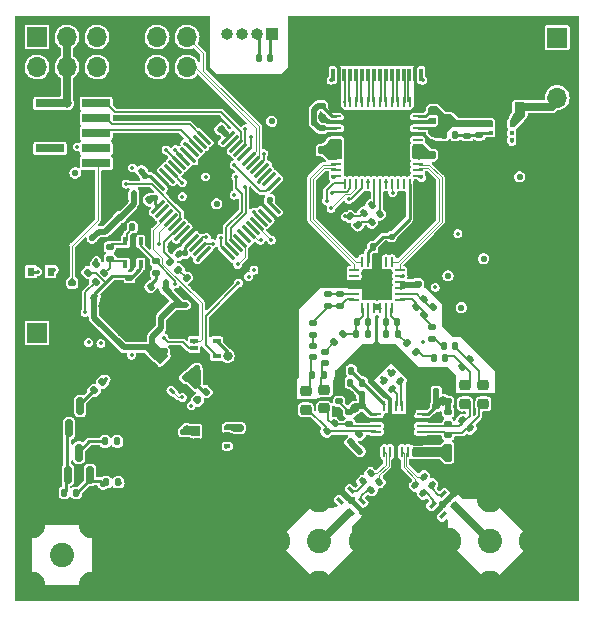
<source format=gbr>
%TF.GenerationSoftware,KiCad,Pcbnew,(6.0.4)*%
%TF.CreationDate,2023-05-22T00:57:41+09:00*%
%TF.ProjectId,RFB,5246422e-6b69-4636-9164-5f7063625858,rev?*%
%TF.SameCoordinates,Original*%
%TF.FileFunction,Copper,L1,Top*%
%TF.FilePolarity,Positive*%
%FSLAX46Y46*%
G04 Gerber Fmt 4.6, Leading zero omitted, Abs format (unit mm)*
G04 Created by KiCad (PCBNEW (6.0.4)) date 2023-05-22 00:57:41*
%MOMM*%
%LPD*%
G01*
G04 APERTURE LIST*
G04 Aperture macros list*
%AMRoundRect*
0 Rectangle with rounded corners*
0 $1 Rounding radius*
0 $2 $3 $4 $5 $6 $7 $8 $9 X,Y pos of 4 corners*
0 Add a 4 corners polygon primitive as box body*
4,1,4,$2,$3,$4,$5,$6,$7,$8,$9,$2,$3,0*
0 Add four circle primitives for the rounded corners*
1,1,$1+$1,$2,$3*
1,1,$1+$1,$4,$5*
1,1,$1+$1,$6,$7*
1,1,$1+$1,$8,$9*
0 Add four rect primitives between the rounded corners*
20,1,$1+$1,$2,$3,$4,$5,0*
20,1,$1+$1,$4,$5,$6,$7,0*
20,1,$1+$1,$6,$7,$8,$9,0*
20,1,$1+$1,$8,$9,$2,$3,0*%
%AMRotRect*
0 Rectangle, with rotation*
0 The origin of the aperture is its center*
0 $1 length*
0 $2 width*
0 $3 Rotation angle, in degrees counterclockwise*
0 Add horizontal line*
21,1,$1,$2,0,0,$3*%
G04 Aperture macros list end*
%TA.AperFunction,SMDPad,CuDef*%
%ADD10RoundRect,0.150000X-0.150000X0.587500X-0.150000X-0.587500X0.150000X-0.587500X0.150000X0.587500X0*%
%TD*%
%TA.AperFunction,ConnectorPad*%
%ADD11C,3.800000*%
%TD*%
%TA.AperFunction,ComponentPad*%
%ADD12C,2.600000*%
%TD*%
%TA.AperFunction,ComponentPad*%
%ADD13C,2.250000*%
%TD*%
%TA.AperFunction,ComponentPad*%
%ADD14C,2.050000*%
%TD*%
%TA.AperFunction,SMDPad,CuDef*%
%ADD15R,0.600000X0.750000*%
%TD*%
%TA.AperFunction,SMDPad,CuDef*%
%ADD16RoundRect,0.135000X0.135000X0.185000X-0.135000X0.185000X-0.135000X-0.185000X0.135000X-0.185000X0*%
%TD*%
%TA.AperFunction,SMDPad,CuDef*%
%ADD17RoundRect,0.140000X0.021213X-0.219203X0.219203X-0.021213X-0.021213X0.219203X-0.219203X0.021213X0*%
%TD*%
%TA.AperFunction,SMDPad,CuDef*%
%ADD18RoundRect,0.140000X-0.021213X0.219203X-0.219203X0.021213X0.021213X-0.219203X0.219203X-0.021213X0*%
%TD*%
%TA.AperFunction,SMDPad,CuDef*%
%ADD19RoundRect,0.140000X0.140000X0.170000X-0.140000X0.170000X-0.140000X-0.170000X0.140000X-0.170000X0*%
%TD*%
%TA.AperFunction,SMDPad,CuDef*%
%ADD20RoundRect,0.140000X-0.170000X0.140000X-0.170000X-0.140000X0.170000X-0.140000X0.170000X0.140000X0*%
%TD*%
%TA.AperFunction,SMDPad,CuDef*%
%ADD21RoundRect,0.075000X-0.415425X-0.521491X0.521491X0.415425X0.415425X0.521491X-0.521491X-0.415425X0*%
%TD*%
%TA.AperFunction,SMDPad,CuDef*%
%ADD22RoundRect,0.075000X0.415425X-0.521491X0.521491X-0.415425X-0.415425X0.521491X-0.521491X0.415425X0*%
%TD*%
%TA.AperFunction,SMDPad,CuDef*%
%ADD23R,1.400000X1.600000*%
%TD*%
%TA.AperFunction,SMDPad,CuDef*%
%ADD24RoundRect,0.087500X-0.175000X-0.087500X0.175000X-0.087500X0.175000X0.087500X-0.175000X0.087500X0*%
%TD*%
%TA.AperFunction,SMDPad,CuDef*%
%ADD25RoundRect,0.135000X-0.185000X0.135000X-0.185000X-0.135000X0.185000X-0.135000X0.185000X0.135000X0*%
%TD*%
%TA.AperFunction,SMDPad,CuDef*%
%ADD26RoundRect,0.135000X-0.226274X-0.035355X-0.035355X-0.226274X0.226274X0.035355X0.035355X0.226274X0*%
%TD*%
%TA.AperFunction,SMDPad,CuDef*%
%ADD27RoundRect,0.135000X0.185000X-0.135000X0.185000X0.135000X-0.185000X0.135000X-0.185000X-0.135000X0*%
%TD*%
%TA.AperFunction,SMDPad,CuDef*%
%ADD28R,2.400000X0.740000*%
%TD*%
%TA.AperFunction,SMDPad,CuDef*%
%ADD29RoundRect,0.135000X-0.035355X0.226274X-0.226274X0.035355X0.035355X-0.226274X0.226274X-0.035355X0*%
%TD*%
%TA.AperFunction,ComponentPad*%
%ADD30R,1.700000X1.700000*%
%TD*%
%TA.AperFunction,ComponentPad*%
%ADD31O,1.700000X1.700000*%
%TD*%
%TA.AperFunction,SMDPad,CuDef*%
%ADD32RoundRect,0.135000X0.035355X-0.226274X0.226274X-0.035355X-0.035355X0.226274X-0.226274X0.035355X0*%
%TD*%
%TA.AperFunction,SMDPad,CuDef*%
%ADD33RoundRect,0.135000X0.226274X0.035355X0.035355X0.226274X-0.226274X-0.035355X-0.035355X-0.226274X0*%
%TD*%
%TA.AperFunction,SMDPad,CuDef*%
%ADD34RoundRect,0.140000X0.170000X-0.140000X0.170000X0.140000X-0.170000X0.140000X-0.170000X-0.140000X0*%
%TD*%
%TA.AperFunction,SMDPad,CuDef*%
%ADD35RoundRect,0.087500X-0.185616X0.061872X0.061872X-0.185616X0.185616X-0.061872X-0.061872X0.185616X0*%
%TD*%
%TA.AperFunction,SMDPad,CuDef*%
%ADD36RotRect,1.400000X1.600000X315.000000*%
%TD*%
%TA.AperFunction,SMDPad,CuDef*%
%ADD37RoundRect,0.135000X-0.135000X-0.185000X0.135000X-0.185000X0.135000X0.185000X-0.135000X0.185000X0*%
%TD*%
%TA.AperFunction,SMDPad,CuDef*%
%ADD38R,0.650000X0.400000*%
%TD*%
%TA.AperFunction,SMDPad,CuDef*%
%ADD39RoundRect,0.140000X-0.140000X-0.170000X0.140000X-0.170000X0.140000X0.170000X-0.140000X0.170000X0*%
%TD*%
%TA.AperFunction,SMDPad,CuDef*%
%ADD40RoundRect,0.140000X-0.219203X-0.021213X-0.021213X-0.219203X0.219203X0.021213X0.021213X0.219203X0*%
%TD*%
%TA.AperFunction,SMDPad,CuDef*%
%ADD41RoundRect,0.093750X-0.093750X-0.106250X0.093750X-0.106250X0.093750X0.106250X-0.093750X0.106250X0*%
%TD*%
%TA.AperFunction,SMDPad,CuDef*%
%ADD42R,1.000000X1.600000*%
%TD*%
%TA.AperFunction,SMDPad,CuDef*%
%ADD43RoundRect,0.218750X0.256250X-0.218750X0.256250X0.218750X-0.256250X0.218750X-0.256250X-0.218750X0*%
%TD*%
%TA.AperFunction,SMDPad,CuDef*%
%ADD44RotRect,0.350000X0.700000X135.000000*%
%TD*%
%TA.AperFunction,SMDPad,CuDef*%
%ADD45RoundRect,0.140000X0.219203X0.021213X0.021213X0.219203X-0.219203X-0.021213X-0.021213X-0.219203X0*%
%TD*%
%TA.AperFunction,SMDPad,CuDef*%
%ADD46RoundRect,0.225000X0.225000X0.250000X-0.225000X0.250000X-0.225000X-0.250000X0.225000X-0.250000X0*%
%TD*%
%TA.AperFunction,SMDPad,CuDef*%
%ADD47RoundRect,0.062500X0.375000X0.062500X-0.375000X0.062500X-0.375000X-0.062500X0.375000X-0.062500X0*%
%TD*%
%TA.AperFunction,SMDPad,CuDef*%
%ADD48RoundRect,0.062500X0.062500X0.375000X-0.062500X0.375000X-0.062500X-0.375000X0.062500X-0.375000X0*%
%TD*%
%TA.AperFunction,ComponentPad*%
%ADD49C,0.500000*%
%TD*%
%TA.AperFunction,SMDPad,CuDef*%
%ADD50R,2.500000X2.500000*%
%TD*%
%TA.AperFunction,SMDPad,CuDef*%
%ADD51RoundRect,0.062500X0.062500X-0.375000X0.062500X0.375000X-0.062500X0.375000X-0.062500X-0.375000X0*%
%TD*%
%TA.AperFunction,SMDPad,CuDef*%
%ADD52RoundRect,0.062500X0.375000X-0.062500X0.375000X0.062500X-0.375000X0.062500X-0.375000X-0.062500X0*%
%TD*%
%TA.AperFunction,SMDPad,CuDef*%
%ADD53RoundRect,0.147500X0.226274X0.017678X0.017678X0.226274X-0.226274X-0.017678X-0.017678X-0.226274X0*%
%TD*%
%TA.AperFunction,SMDPad,CuDef*%
%ADD54R,0.400000X0.650000*%
%TD*%
%TA.AperFunction,SMDPad,CuDef*%
%ADD55RoundRect,0.225000X0.250000X-0.225000X0.250000X0.225000X-0.250000X0.225000X-0.250000X-0.225000X0*%
%TD*%
%TA.AperFunction,SMDPad,CuDef*%
%ADD56RoundRect,0.062500X-0.375000X-0.062500X0.375000X-0.062500X0.375000X0.062500X-0.375000X0.062500X0*%
%TD*%
%TA.AperFunction,SMDPad,CuDef*%
%ADD57RoundRect,0.062500X-0.062500X-0.375000X0.062500X-0.375000X0.062500X0.375000X-0.062500X0.375000X0*%
%TD*%
%TA.AperFunction,SMDPad,CuDef*%
%ADD58R,5.600000X5.600000*%
%TD*%
%TA.AperFunction,SMDPad,CuDef*%
%ADD59RotRect,0.350000X0.700000X45.000000*%
%TD*%
%TA.AperFunction,ComponentPad*%
%ADD60R,1.000000X1.000000*%
%TD*%
%TA.AperFunction,ComponentPad*%
%ADD61O,1.000000X1.000000*%
%TD*%
%TA.AperFunction,SMDPad,CuDef*%
%ADD62R,0.300000X1.100000*%
%TD*%
%TA.AperFunction,SMDPad,CuDef*%
%ADD63R,2.300000X3.100000*%
%TD*%
%TA.AperFunction,SMDPad,CuDef*%
%ADD64RoundRect,0.150000X0.150000X-0.587500X0.150000X0.587500X-0.150000X0.587500X-0.150000X-0.587500X0*%
%TD*%
%TA.AperFunction,ViaPad*%
%ADD65C,0.550000*%
%TD*%
%TA.AperFunction,ViaPad*%
%ADD66C,0.350000*%
%TD*%
%TA.AperFunction,ViaPad*%
%ADD67C,0.800000*%
%TD*%
%TA.AperFunction,Conductor*%
%ADD68C,0.500000*%
%TD*%
%TA.AperFunction,Conductor*%
%ADD69C,0.250000*%
%TD*%
%TA.AperFunction,Conductor*%
%ADD70C,0.090000*%
%TD*%
%TA.AperFunction,Conductor*%
%ADD71C,0.160000*%
%TD*%
%TA.AperFunction,Conductor*%
%ADD72C,0.670000*%
%TD*%
%TA.AperFunction,Conductor*%
%ADD73C,0.146812*%
%TD*%
%TA.AperFunction,Conductor*%
%ADD74C,0.101600*%
%TD*%
%TA.AperFunction,Conductor*%
%ADD75C,0.350000*%
%TD*%
G04 APERTURE END LIST*
D10*
%TO.P,Q1,1,B*%
%TO.N,Net-(Q1-Pad1)*%
X38618200Y-89410300D03*
%TO.P,Q1,2,E*%
%TO.N,GND*%
X36718200Y-89410300D03*
%TO.P,Q1,3,C*%
%TO.N,Net-(Q1-Pad3)*%
X37668200Y-91285300D03*
%TD*%
D11*
%TO.P,H3,1,1*%
%TO.N,GND*%
X51689000Y-98704400D03*
D12*
X51689000Y-98704400D03*
%TD*%
D13*
%TO.P,J3,2,Ext*%
%TO.N,GND*%
X39598600Y-99441000D03*
X39598600Y-104521000D03*
X34518600Y-104521000D03*
X34518600Y-99441000D03*
D14*
%TO.P,J3,1,In*%
%TO.N,/PA/RF_O*%
X37058600Y-101981000D03*
%TD*%
D13*
%TO.P,J2,2,Ext*%
%TO.N,GND*%
X58851800Y-104455502D03*
X62443902Y-100863400D03*
X58851800Y-97271298D03*
X55259698Y-100863400D03*
D14*
%TO.P,J2,1,In*%
%TO.N,/Mixer/MIX_RFB*%
X58851800Y-100863400D03*
%TD*%
%TO.P,J1,1,In*%
%TO.N,/Mixer/MIX_RFA*%
X73304400Y-100863400D03*
D13*
%TO.P,J1,2,Ext*%
%TO.N,GND*%
X73304400Y-104455502D03*
X69712298Y-100863400D03*
X73304400Y-97271298D03*
X76896502Y-100863400D03*
%TD*%
D15*
%TO.P,U1,1,NC*%
%TO.N,GND*%
X34442400Y-79158800D03*
%TO.P,U1,2,GND*%
X36092400Y-79158800D03*
%TO.P,U1,3,OUT*%
%TO.N,Net-(R1-Pad1)*%
X36092400Y-78028800D03*
%TO.P,U1,4,VCC*%
%TO.N,/3V3D*%
X34442400Y-78028800D03*
%TD*%
D16*
%TO.P,R9,1*%
%TO.N,GND*%
X44045600Y-74269600D03*
%TO.P,R9,2*%
%TO.N,Net-(R10-Pad1)*%
X43025600Y-74269600D03*
%TD*%
D17*
%TO.P,C74,1*%
%TO.N,GND*%
X61560389Y-93887611D03*
%TO.P,C74,2*%
%TO.N,/MIX_5VA*%
X62239211Y-93208789D03*
%TD*%
D18*
%TO.P,C31,1*%
%TO.N,Net-(C31-Pad1)*%
X44577000Y-79298800D03*
%TO.P,C31,2*%
%TO.N,GND*%
X43898178Y-79977622D03*
%TD*%
D12*
%TO.P,H1,1,1*%
%TO.N,GND*%
X77673200Y-95478600D03*
D11*
X77673200Y-95478600D03*
%TD*%
D16*
%TO.P,R46,2*%
%TO.N,Net-(Q1-Pad3)*%
X37259800Y-96748600D03*
%TO.P,R46,1*%
%TO.N,/PA_8VA*%
X38279800Y-96748600D03*
%TD*%
D19*
%TO.P,C65,1*%
%TO.N,/MIX_5VA*%
X68745100Y-88188800D03*
%TO.P,C65,2*%
%TO.N,GND*%
X67785100Y-88188800D03*
%TD*%
D20*
%TO.P,C12,1*%
%TO.N,GND*%
X72374700Y-64567400D03*
%TO.P,C12,2*%
%TO.N,/1V8D*%
X72374700Y-65527400D03*
%TD*%
%TO.P,C57,1*%
%TO.N,Net-(C57-Pad1)*%
X60579000Y-79961800D03*
%TO.P,C57,2*%
%TO.N,Net-(C57-Pad2)*%
X60579000Y-80921800D03*
%TD*%
D21*
%TO.P,U11,1,VBAT*%
%TO.N,VCC*%
X45200924Y-72575988D03*
%TO.P,U11,2,PC13*%
%TO.N,unconnected-(U11-Pad2)*%
X45554478Y-72929542D03*
%TO.P,U11,3,PC14*%
%TO.N,/SPI_CS_PLL*%
X45908031Y-73283095D03*
%TO.P,U11,4,PC15*%
%TO.N,/PLL_RAMPDIR*%
X46261585Y-73636649D03*
%TO.P,U11,5,PH0*%
%TO.N,/MCU_REFCLK*%
X46615138Y-73990202D03*
%TO.P,U11,6,PH1*%
%TO.N,Net-(D1-Pad2)*%
X46968691Y-74343755D03*
%TO.P,U11,7,NRST*%
%TO.N,/STM_NRST*%
X47322245Y-74697309D03*
%TO.P,U11,8,VSSA*%
%TO.N,GND*%
X47675798Y-75050862D03*
%TO.P,U11,9,VDDA*%
%TO.N,VCC*%
X48029351Y-75404415D03*
%TO.P,U11,10,PA0*%
%TO.N,/STM_GPA0*%
X48382905Y-75757969D03*
%TO.P,U11,11,PA1*%
%TO.N,/STM_GPA1*%
X48736458Y-76111522D03*
%TO.P,U11,12,PA2*%
%TO.N,/PLL_RAMPCLK*%
X49090012Y-76465076D03*
D22*
%TO.P,U11,13,PA3*%
%TO.N,/STM_GPA3*%
X51087588Y-76465076D03*
%TO.P,U11,14,PA4*%
%TO.N,/STM_GPA4*%
X51441142Y-76111522D03*
%TO.P,U11,15,PA5*%
%TO.N,/STM_GPA5*%
X51794695Y-75757969D03*
%TO.P,U11,16,PA6*%
%TO.N,/PA_EN*%
X52148249Y-75404415D03*
%TO.P,U11,17,PA7*%
%TO.N,unconnected-(U11-Pad17)*%
X52501802Y-75050862D03*
%TO.P,U11,18,PB0*%
%TO.N,/SPI_CS_ADC*%
X52855355Y-74697309D03*
%TO.P,U11,19,PB1*%
%TO.N,unconnected-(U11-Pad19)*%
X53208909Y-74343755D03*
%TO.P,U11,20,PB2*%
%TO.N,/ADC_RESET*%
X53562462Y-73990202D03*
%TO.P,U11,21,PB10*%
%TO.N,/SPI_SCK*%
X53916015Y-73636649D03*
%TO.P,U11,22,PB11*%
%TO.N,unconnected-(U11-Pad22)*%
X54269569Y-73283095D03*
%TO.P,U11,23,VSS*%
%TO.N,GND*%
X54623122Y-72929542D03*
%TO.P,U11,24,VDD*%
%TO.N,VCC*%
X54976676Y-72575988D03*
D21*
%TO.P,U11,25,PB12*%
%TO.N,/STM_GPB12*%
X54976676Y-70578412D03*
%TO.P,U11,26,PB13*%
%TO.N,unconnected-(U11-Pad26)*%
X54623122Y-70224858D03*
%TO.P,U11,27,PB14*%
%TO.N,/SPI_MISO*%
X54269569Y-69871305D03*
%TO.P,U11,28,PB15*%
%TO.N,/SPI_MOSI*%
X53916015Y-69517751D03*
%TO.P,U11,29,PA8*%
%TO.N,/STM_GPA8*%
X53562462Y-69164198D03*
%TO.P,U11,30,PA9*%
%TO.N,/LNA_S1*%
X53208909Y-68810645D03*
%TO.P,U11,31,PA10*%
%TO.N,/LNA_S2*%
X52855355Y-68457091D03*
%TO.P,U11,32,PA11*%
%TO.N,/CAN_R*%
X52501802Y-68103538D03*
%TO.P,U11,33,PA12*%
%TO.N,/CAN_T*%
X52148249Y-67749985D03*
%TO.P,U11,34,PA13*%
%TO.N,/STM_SWDIO*%
X51794695Y-67396431D03*
%TO.P,U11,35,VSS*%
%TO.N,GND*%
X51441142Y-67042878D03*
%TO.P,U11,36,VDD*%
%TO.N,VCC*%
X51087588Y-66689324D03*
D22*
%TO.P,U11,37,PA14*%
%TO.N,/STM_SWCLK*%
X49090012Y-66689324D03*
%TO.P,U11,38,PA15*%
%TO.N,unconnected-(U11-Pad38)*%
X48736458Y-67042878D03*
%TO.P,U11,39,PB3*%
%TO.N,/STM_SWO*%
X48382905Y-67396431D03*
%TO.P,U11,40,PB4*%
%TO.N,/STM_GPB4*%
X48029351Y-67749985D03*
%TO.P,U11,41,PB5*%
%TO.N,/STM_GPB5*%
X47675798Y-68103538D03*
%TO.P,U11,42,PB6*%
%TO.N,/LNA_EN1*%
X47322245Y-68457091D03*
%TO.P,U11,43,PB7*%
%TO.N,/LNA_EN2*%
X46968691Y-68810645D03*
%TO.P,U11,44,PH3*%
%TO.N,unconnected-(U11-Pad44)*%
X46615138Y-69164198D03*
%TO.P,U11,45,PB8*%
%TO.N,/STM_GPB8*%
X46261585Y-69517751D03*
%TO.P,U11,46,PB9*%
%TO.N,/PLL_CE*%
X45908031Y-69871305D03*
%TO.P,U11,47,VSS*%
%TO.N,GND*%
X45554478Y-70224858D03*
%TO.P,U11,48,VDD*%
%TO.N,VCC*%
X45200924Y-70578412D03*
%TD*%
D23*
%TO.P,U10,9,GND*%
%TO.N,GND*%
X49758600Y-92049600D03*
D24*
%TO.P,U10,8,VCC*%
%TO.N,/12V*%
X51046100Y-91299600D03*
%TO.P,U10,7,GND*%
%TO.N,GND*%
X51046100Y-91799600D03*
%TO.P,U10,6,GND*%
X51046100Y-92299600D03*
%TO.P,U10,5,EN*%
%TO.N,VCC*%
X51046100Y-92799600D03*
%TO.P,U10,4,GND*%
%TO.N,GND*%
X48471100Y-92799600D03*
%TO.P,U10,3,GND*%
X48471100Y-92299600D03*
%TO.P,U10,2,Vo_s*%
%TO.N,/PA_8VA*%
X48471100Y-91799600D03*
%TO.P,U10,1,VO*%
X48471100Y-91299600D03*
%TD*%
D25*
%TO.P,R6,1*%
%TO.N,Net-(C32-Pad1)*%
X45034200Y-77163200D03*
%TO.P,R6,2*%
%TO.N,Net-(C31-Pad1)*%
X45034200Y-78183200D03*
%TD*%
D20*
%TO.P,C89,2*%
%TO.N,GND*%
X47421800Y-92542599D03*
%TO.P,C89,1*%
%TO.N,/PA_8VA*%
X47421800Y-91582599D03*
%TD*%
%TO.P,C35,1*%
%TO.N,GND*%
X59055000Y-63020000D03*
%TO.P,C35,2*%
%TO.N,/1V8D*%
X59055000Y-63980000D03*
%TD*%
%TO.P,C36,1*%
%TO.N,GND*%
X59055000Y-64925000D03*
%TO.P,C36,2*%
%TO.N,/1V8D*%
X59055000Y-65885000D03*
%TD*%
D18*
%TO.P,C61,1*%
%TO.N,/Mixer/BBN*%
X63204411Y-95113789D03*
%TO.P,C61,2*%
%TO.N,Net-(C61-Pad2)*%
X62525589Y-95792611D03*
%TD*%
D20*
%TO.P,C72,1*%
%TO.N,GND*%
X60528200Y-88064400D03*
%TO.P,C72,2*%
%TO.N,/MIX_5VA*%
X60528200Y-89024400D03*
%TD*%
D26*
%TO.P,R53,1*%
%TO.N,Net-(D1-Pad1)*%
X47619976Y-78582576D03*
%TO.P,R53,2*%
%TO.N,GND*%
X48341224Y-79303824D03*
%TD*%
D27*
%TO.P,R71,1*%
%TO.N,GND*%
X72374700Y-67485800D03*
%TO.P,R71,2*%
%TO.N,Net-(C130-Pad2)*%
X72374700Y-66465800D03*
%TD*%
D28*
%TO.P,J8,1,VTref*%
%TO.N,VCC*%
X36048400Y-63779400D03*
%TO.P,J8,2,SWDIO/TMS*%
%TO.N,/STM_SWDIO*%
X39948400Y-63779400D03*
%TO.P,J8,3,GND*%
%TO.N,GND*%
X36048400Y-65049400D03*
%TO.P,J8,4,SWDCLK/TCK*%
%TO.N,/STM_SWCLK*%
X39948400Y-65049400D03*
%TO.P,J8,5,GND*%
%TO.N,GND*%
X36048400Y-66319400D03*
%TO.P,J8,6,SWO/TDO*%
%TO.N,/STM_SWO*%
X39948400Y-66319400D03*
%TO.P,J8,7,KEY*%
%TO.N,unconnected-(J8-Pad7)*%
X36048400Y-67589400D03*
%TO.P,J8,8,NC/TDI*%
%TO.N,unconnected-(J8-Pad8)*%
X39948400Y-67589400D03*
%TO.P,J8,9,GNDDetect*%
%TO.N,GND*%
X36048400Y-68859400D03*
%TO.P,J8,10,~{RESET}*%
%TO.N,/STM_NRST*%
X39948400Y-68859400D03*
%TD*%
D29*
%TO.P,R62,1*%
%TO.N,/PLL_CE*%
X39984624Y-77388776D03*
%TO.P,R62,2*%
%TO.N,/PLL_3V3A*%
X39263376Y-78110024D03*
%TD*%
D30*
%TO.P,J9,1,Pin_1*%
%TO.N,/3V3D*%
X34950400Y-83230800D03*
D31*
%TO.P,J9,2,Pin_2*%
%TO.N,GND*%
X34950400Y-85770800D03*
%TD*%
D32*
%TO.P,R12,1*%
%TO.N,Net-(C52-Pad2)*%
X60116776Y-84028224D03*
%TO.P,R12,2*%
%TO.N,Net-(C56-Pad1)*%
X60838024Y-83306976D03*
%TD*%
D20*
%TO.P,C15,1*%
%TO.N,GND*%
X42697400Y-83489800D03*
%TO.P,C15,2*%
%TO.N,/PLL_3V3A*%
X42697400Y-84449800D03*
%TD*%
D12*
%TO.P,H2,1,1*%
%TO.N,GND*%
X73304400Y-60452000D03*
D11*
X73304400Y-60452000D03*
%TD*%
D33*
%TO.P,R11,1*%
%TO.N,/ADC_REFCLKP*%
X62146124Y-74071424D03*
%TO.P,R11,2*%
%TO.N,/ADC_REFCLKN*%
X61424876Y-73350176D03*
%TD*%
D34*
%TO.P,C78,1*%
%TO.N,/IFF_3V3A*%
X67183000Y-79042200D03*
%TO.P,C78,2*%
%TO.N,GND*%
X67183000Y-78082200D03*
%TD*%
D35*
%TO.P,U22,1,VO*%
%TO.N,/PLL_3V3A*%
X45619330Y-85249470D03*
%TO.P,U22,2,Vo_s*%
X45265777Y-85603023D03*
%TO.P,U22,3,GND*%
%TO.N,GND*%
X44912223Y-85956577D03*
%TO.P,U22,4,GND*%
X44558670Y-86310130D03*
%TO.P,U22,5,EN*%
%TO.N,VCC*%
X46379470Y-88130930D03*
%TO.P,U22,6,GND*%
%TO.N,GND*%
X46733023Y-87777377D03*
%TO.P,U22,7,GND*%
X47086577Y-87423823D03*
%TO.P,U22,8,VCC*%
%TO.N,/3V6*%
X47440130Y-87070270D03*
D36*
%TO.P,U22,9,GND*%
%TO.N,GND*%
X45999400Y-86690200D03*
%TD*%
D37*
%TO.P,R25,1*%
%TO.N,Net-(R24-Pad2)*%
X61567600Y-86410800D03*
%TO.P,R25,2*%
%TO.N,GND*%
X62587600Y-86410800D03*
%TD*%
D18*
%TO.P,C40,1*%
%TO.N,/ADC/CLKN*%
X63293311Y-72380789D03*
%TO.P,C40,2*%
%TO.N,/ADC_REFCLKN*%
X62614489Y-73059611D03*
%TD*%
D38*
%TO.P,U12,1*%
%TO.N,/SPI_CS_PLL*%
X48249800Y-83881200D03*
%TO.P,U12,2*%
%TO.N,/Generator/MUXOUT*%
X48249800Y-84531200D03*
%TO.P,U12,3,GND*%
%TO.N,GND*%
X48249800Y-85181200D03*
%TO.P,U12,4*%
%TO.N,/SPI_MISO*%
X50149800Y-85181200D03*
%TO.P,U12,5,VCC*%
%TO.N,VCC*%
X50149800Y-83881200D03*
%TD*%
D34*
%TO.P,C44,1*%
%TO.N,/ADC_1V8A*%
X68409800Y-68130900D03*
%TO.P,C44,2*%
%TO.N,GND*%
X68409800Y-67170900D03*
%TD*%
D39*
%TO.P,C56,1*%
%TO.N,Net-(C56-Pad1)*%
X62004000Y-82296000D03*
%TO.P,C56,2*%
%TO.N,Net-(C56-Pad2)*%
X62964000Y-82296000D03*
%TD*%
D18*
%TO.P,C143,1*%
%TO.N,/PLL_3V3A*%
X44697022Y-84690578D03*
%TO.P,C143,2*%
%TO.N,GND*%
X44018200Y-85369400D03*
%TD*%
D19*
%TO.P,C54,1*%
%TO.N,Net-(C51-Pad1)*%
X70355400Y-84353400D03*
%TO.P,C54,2*%
%TO.N,Net-(C54-Pad2)*%
X69395400Y-84353400D03*
%TD*%
D40*
%TO.P,C6,1*%
%TO.N,GND*%
X41265789Y-72736389D03*
%TO.P,C6,2*%
%TO.N,/3V3D*%
X41944611Y-73415211D03*
%TD*%
D20*
%TO.P,C45,1*%
%TO.N,GND*%
X68409800Y-63360900D03*
%TO.P,C45,2*%
%TO.N,/1V8D*%
X68409800Y-64320900D03*
%TD*%
D27*
%TO.P,R14,1*%
%TO.N,Net-(C54-Pad2)*%
X68427600Y-83720400D03*
%TO.P,R14,2*%
%TO.N,Net-(C58-Pad1)*%
X68427600Y-82700400D03*
%TD*%
D40*
%TO.P,C101,1*%
%TO.N,GND*%
X46320389Y-75860589D03*
%TO.P,C101,2*%
%TO.N,VCC*%
X46999211Y-76539411D03*
%TD*%
D18*
%TO.P,C41,1*%
%TO.N,/ADC/CLKP*%
X63953711Y-73142789D03*
%TO.P,C41,2*%
%TO.N,/ADC_REFCLKP*%
X63274889Y-73821611D03*
%TD*%
D27*
%TO.P,R70,1*%
%TO.N,Net-(C130-Pad2)*%
X71358700Y-66524600D03*
%TO.P,R70,2*%
%TO.N,/1V8D*%
X71358700Y-65504600D03*
%TD*%
D32*
%TO.P,R54,1*%
%TO.N,/Power/2V5_PG*%
X48534376Y-88905024D03*
%TO.P,R54,2*%
%TO.N,/3V6*%
X49255624Y-88183776D03*
%TD*%
D39*
%TO.P,C2,1*%
%TO.N,GND*%
X42166600Y-71602600D03*
%TO.P,C2,2*%
%TO.N,/3V3D*%
X43126600Y-71602600D03*
%TD*%
D17*
%TO.P,C58,1*%
%TO.N,Net-(C58-Pad1)*%
X67046789Y-80984411D03*
%TO.P,C58,2*%
%TO.N,Net-(C58-Pad2)*%
X67725611Y-80305589D03*
%TD*%
D19*
%TO.P,C50,1*%
%TO.N,Net-(C50-Pad1)*%
X59230200Y-86741000D03*
%TO.P,C50,2*%
%TO.N,Net-(C50-Pad2)*%
X58270200Y-86741000D03*
%TD*%
D39*
%TO.P,C47,1*%
%TO.N,/IF_VCM*%
X63375600Y-75971400D03*
%TO.P,C47,2*%
%TO.N,GND*%
X64335600Y-75971400D03*
%TD*%
D34*
%TO.P,C16,1*%
%TO.N,GND*%
X42773600Y-79496800D03*
%TO.P,C16,2*%
%TO.N,/PLL_3V3A*%
X42773600Y-78536800D03*
%TD*%
D39*
%TO.P,C75,1*%
%TO.N,Net-(C75-Pad1)*%
X64493200Y-82296000D03*
%TO.P,C75,2*%
%TO.N,Net-(C75-Pad2)*%
X65453200Y-82296000D03*
%TD*%
D41*
%TO.P,IC9,1,OUT*%
%TO.N,/1V8D*%
X73368300Y-65606200D03*
%TO.P,IC9,2,FB*%
%TO.N,Net-(C130-Pad2)*%
X73368300Y-66256200D03*
%TO.P,IC9,3,GND*%
%TO.N,GND*%
X73368300Y-66906200D03*
%TO.P,IC9,4,EN*%
%TO.N,VCC*%
X75143300Y-66906200D03*
%TO.P,IC9,5,PG*%
%TO.N,unconnected-(IC9-Pad5)*%
X75143300Y-66256200D03*
%TO.P,IC9,6,IN*%
%TO.N,/3V6*%
X75143300Y-65606200D03*
D42*
%TO.P,IC9,7,GND*%
%TO.N,GND*%
X74255800Y-66256200D03*
%TD*%
D18*
%TO.P,C129,1*%
%TO.N,/3V6*%
X48447011Y-87544589D03*
%TO.P,C129,2*%
%TO.N,GND*%
X47768189Y-88223411D03*
%TD*%
%TO.P,C10,1*%
%TO.N,/IF Filter D/IFAP*%
X60156411Y-90871989D03*
%TO.P,C10,2*%
%TO.N,/IF Filter D/IFAN*%
X59477589Y-91550811D03*
%TD*%
D20*
%TO.P,C66,1*%
%TO.N,/MIX_5VA*%
X62444500Y-89417200D03*
%TO.P,C66,2*%
%TO.N,GND*%
X62444500Y-90377200D03*
%TD*%
D34*
%TO.P,C71,1*%
%TO.N,GND*%
X69748400Y-94790200D03*
%TO.P,C71,2*%
%TO.N,/MIX_5VA*%
X69748400Y-93830200D03*
%TD*%
D43*
%TO.P,L3,1,1*%
%TO.N,/IF Filter D/IFBP*%
X72745600Y-89230300D03*
%TO.P,L3,2,2*%
%TO.N,Net-(C51-Pad1)*%
X72745600Y-87655300D03*
%TD*%
%TO.P,L2,1,1*%
%TO.N,/IF Filter D/IFAN*%
X57708800Y-89738300D03*
%TO.P,L2,2,2*%
%TO.N,Net-(C50-Pad2)*%
X57708800Y-88163300D03*
%TD*%
D19*
%TO.P,C55,1*%
%TO.N,Net-(C51-Pad2)*%
X69491800Y-85344000D03*
%TO.P,C55,2*%
%TO.N,Net-(C55-Pad2)*%
X68531800Y-85344000D03*
%TD*%
D30*
%TO.P,J7,1,Pin_1*%
%TO.N,/3V6*%
X34950400Y-58166000D03*
D31*
%TO.P,J7,2,Pin_2*%
X34950400Y-60706000D03*
%TO.P,J7,3,Pin_3*%
%TO.N,VCC*%
X37490400Y-58166000D03*
%TO.P,J7,4,Pin_4*%
X37490400Y-60706000D03*
%TO.P,J7,5,Pin_5*%
%TO.N,/12V*%
X40030400Y-58166000D03*
%TO.P,J7,6,Pin_6*%
X40030400Y-60706000D03*
%TO.P,J7,7,Pin_7*%
%TO.N,GND*%
X42570400Y-58166000D03*
%TO.P,J7,8,Pin_8*%
X42570400Y-60706000D03*
%TO.P,J7,9,Pin_9*%
%TO.N,/LNA_EN1*%
X45110400Y-58166000D03*
%TO.P,J7,10,Pin_10*%
%TO.N,/LNA_EN2*%
X45110400Y-60706000D03*
%TO.P,J7,11,Pin_11*%
%TO.N,/LNA_S1*%
X47650400Y-58166000D03*
%TO.P,J7,12,Pin_12*%
%TO.N,/LNA_S2*%
X47650400Y-60706000D03*
%TD*%
D44*
%TO.P,FL2,1*%
%TO.N,/Mixer/MIX_RFA*%
X70241003Y-97782278D03*
%TO.P,FL2,2,GND*%
%TO.N,GND*%
X69781384Y-97322658D03*
%TO.P,FL2,3*%
%TO.N,Net-(C60-Pad1)*%
X69321764Y-96863039D03*
%TO.P,FL2,4*%
%TO.N,Net-(C59-Pad2)*%
X68437881Y-97746922D03*
%TO.P,FL2,5,GND*%
%TO.N,GND*%
X68897500Y-98206542D03*
%TO.P,FL2,6,NC*%
%TO.N,unconnected-(FL2-Pad6)*%
X69357120Y-98666161D03*
%TD*%
D40*
%TO.P,C64,1*%
%TO.N,/PLL_RFMXN*%
X64299857Y-87288599D03*
%TO.P,C64,2*%
%TO.N,Net-(C64-Pad2)*%
X64978679Y-87967421D03*
%TD*%
D25*
%TO.P,R28,1*%
%TO.N,/MIX_5VA*%
X69748400Y-89939400D03*
%TO.P,R28,2*%
%TO.N,/IF Filter D/IFBN*%
X69748400Y-90959400D03*
%TD*%
D45*
%TO.P,C63,1*%
%TO.N,Net-(C63-Pad1)*%
X65697100Y-87249000D03*
%TO.P,C63,2*%
%TO.N,/PLL_RFMXP*%
X65018278Y-86570178D03*
%TD*%
D43*
%TO.P,L1,1,1*%
%TO.N,/IF Filter D/IFAP*%
X59258200Y-89611300D03*
%TO.P,L1,2,2*%
%TO.N,Net-(C50-Pad1)*%
X59258200Y-88036300D03*
%TD*%
D46*
%TO.P,C120,1*%
%TO.N,/3V6*%
X75832000Y-64185800D03*
%TO.P,C120,2*%
%TO.N,GND*%
X74282000Y-64185800D03*
%TD*%
D37*
%TO.P,R19,1*%
%TO.N,Net-(C75-Pad1)*%
X64488600Y-83312000D03*
%TO.P,R19,2*%
%TO.N,Net-(C75-Pad2)*%
X65508600Y-83312000D03*
%TD*%
D45*
%TO.P,C60,1*%
%TO.N,Net-(C60-Pad1)*%
X68374597Y-96070916D03*
%TO.P,C60,2*%
%TO.N,/Mixer/BAP*%
X67695775Y-95392094D03*
%TD*%
D17*
%TO.P,C62,1*%
%TO.N,Net-(C62-Pad1)*%
X63236789Y-96503811D03*
%TO.P,C62,2*%
%TO.N,/Mixer/BBP*%
X63915611Y-95824989D03*
%TD*%
D47*
%TO.P,U8,1,GND*%
%TO.N,GND*%
X67531600Y-92592400D03*
%TO.P,U8,2,GND*%
X67531600Y-92092400D03*
%TO.P,U8,3,OP1+*%
%TO.N,/IF Filter D/IFBP*%
X67531600Y-91592400D03*
%TO.P,U8,4,OP1-*%
%TO.N,/IF Filter D/IFBN*%
X67531600Y-91092400D03*
%TO.P,U8,5,GND*%
%TO.N,GND*%
X67531600Y-90592400D03*
%TO.P,U8,6,VPOS*%
%TO.N,/MIX_5VA*%
X67531600Y-90092400D03*
D48*
%TO.P,U8,7,~{ENBL}*%
%TO.N,GND*%
X66844100Y-89404900D03*
%TO.P,U8,8,GND*%
X66344100Y-89404900D03*
%TO.P,U8,9,LOIP*%
%TO.N,Net-(C63-Pad1)*%
X65844100Y-89404900D03*
%TO.P,U8,10,LOIN*%
%TO.N,Net-(C64-Pad2)*%
X65344100Y-89404900D03*
%TO.P,U8,11,GND*%
%TO.N,GND*%
X64844100Y-89404900D03*
%TO.P,U8,12,VSET*%
%TO.N,Net-(R24-Pad2)*%
X64344100Y-89404900D03*
D47*
%TO.P,U8,13,VPOS*%
%TO.N,/MIX_5VA*%
X63656600Y-90092400D03*
%TO.P,U8,14,GND*%
%TO.N,GND*%
X63656600Y-90592400D03*
%TO.P,U8,15,OP2-*%
%TO.N,/IF Filter D/IFAP*%
X63656600Y-91092400D03*
%TO.P,U8,16,OP2+*%
%TO.N,/IF Filter D/IFAN*%
X63656600Y-91592400D03*
%TO.P,U8,17,GND*%
%TO.N,GND*%
X63656600Y-92092400D03*
%TO.P,U8,18,GND*%
X63656600Y-92592400D03*
D48*
%TO.P,U8,19,RF2-*%
%TO.N,/Mixer/BBN*%
X64344100Y-93279900D03*
%TO.P,U8,20,RF2+*%
%TO.N,/Mixer/BBP*%
X64844100Y-93279900D03*
%TO.P,U8,21,GND*%
%TO.N,GND*%
X65344100Y-93279900D03*
%TO.P,U8,22,RF1-*%
%TO.N,/Mixer/BAN*%
X65844100Y-93279900D03*
%TO.P,U8,23,RF1+*%
%TO.N,/Mixer/BAP*%
X66344100Y-93279900D03*
%TO.P,U8,24,VPOS*%
%TO.N,/MIX_5VA*%
X66844100Y-93279900D03*
D49*
%TO.P,U8,25,GND*%
%TO.N,GND*%
X66594100Y-92342400D03*
X64594100Y-91342400D03*
X66594100Y-90342400D03*
X64594100Y-90342400D03*
X65594100Y-91342400D03*
X65594100Y-90342400D03*
D50*
X65594100Y-91342400D03*
D49*
X66594100Y-91342400D03*
X64594100Y-92342400D03*
X65594100Y-92342400D03*
%TD*%
D29*
%TO.P,R8,1*%
%TO.N,Net-(R10-Pad2)*%
X40645024Y-78176176D03*
%TO.P,R8,2*%
%TO.N,Net-(C30-Pad2)*%
X39923776Y-78897424D03*
%TD*%
D37*
%TO.P,R24,1*%
%TO.N,/MIX_5VA*%
X61476700Y-87426800D03*
%TO.P,R24,2*%
%TO.N,Net-(R24-Pad2)*%
X62496700Y-87426800D03*
%TD*%
D51*
%TO.P,U3,1,-IN1*%
%TO.N,Net-(C56-Pad1)*%
X62478600Y-81083900D03*
%TO.P,U3,2,+FB1*%
%TO.N,Net-(C56-Pad2)*%
X62978600Y-81083900D03*
%TO.P,U3,3,+FB2*%
%TO.N,/IFF_3V3A*%
X63478600Y-81083900D03*
%TO.P,U3,4,+FB2*%
X63978600Y-81083900D03*
%TO.P,U3,5,-FB2*%
%TO.N,Net-(C75-Pad1)*%
X64478600Y-81083900D03*
%TO.P,U3,6,+IN2*%
%TO.N,Net-(C75-Pad2)*%
X64978600Y-81083900D03*
D52*
%TO.P,U3,7,-IN2*%
%TO.N,Net-(C58-Pad1)*%
X65666100Y-80396400D03*
%TO.P,U3,8,+FB2*%
%TO.N,Net-(C58-Pad2)*%
X65666100Y-79896400D03*
%TO.P,U3,9,+FB2*%
%TO.N,/IFF_3V3A*%
X65666100Y-79396400D03*
%TO.P,U3,10,+FB2*%
X65666100Y-78896400D03*
%TO.P,U3,11,VOCM2*%
%TO.N,/IF_VCM*%
X65666100Y-78396400D03*
%TO.P,U3,12,+2*%
%TO.N,/ADC/ADC_INBP*%
X65666100Y-77896400D03*
D51*
%TO.P,U3,13,-2*%
%TO.N,/ADC/ADC_INBN*%
X64978600Y-77208900D03*
%TO.P,U3,14,~{DISABLE2}*%
%TO.N,unconnected-(U3-Pad14)*%
X64478600Y-77208900D03*
%TO.P,U3,15,-FB2*%
%TO.N,GND*%
X63978600Y-77208900D03*
%TO.P,U3,16,-FB2*%
X63478600Y-77208900D03*
%TO.P,U3,17,VOCM1*%
%TO.N,/IF_VCM*%
X62978600Y-77208900D03*
%TO.P,U3,18,+1*%
%TO.N,/ADC/ADC_INAN*%
X62478600Y-77208900D03*
D52*
%TO.P,U3,19,-1*%
%TO.N,/ADC/ADC_INAP*%
X61791100Y-77896400D03*
%TO.P,U3,20,~{DISABLE1}*%
%TO.N,unconnected-(U3-Pad20)*%
X61791100Y-78396400D03*
%TO.P,U3,21,-FB2*%
%TO.N,GND*%
X61791100Y-78896400D03*
%TO.P,U3,22,-FB2*%
X61791100Y-79396400D03*
%TO.P,U3,23,-FB1*%
%TO.N,Net-(C57-Pad1)*%
X61791100Y-79896400D03*
%TO.P,U3,24,+IN1*%
%TO.N,Net-(C57-Pad2)*%
X61791100Y-80396400D03*
D49*
%TO.P,U3,25,EP*%
%TO.N,GND*%
X63728600Y-80146400D03*
X62728600Y-78146400D03*
X64728600Y-78146400D03*
X63728600Y-79146400D03*
X64728600Y-80146400D03*
X62728600Y-79146400D03*
X64728600Y-79146400D03*
X62728600Y-80146400D03*
D50*
X63728600Y-79146400D03*
D49*
X63728600Y-78146400D03*
%TD*%
D30*
%TO.P,J6,1,Pin_1*%
%TO.N,/12V*%
X78994000Y-58216800D03*
D31*
%TO.P,J6,2,Pin_2*%
%TO.N,GND*%
X78994000Y-60756800D03*
%TO.P,J6,3,Pin_3*%
%TO.N,/3V6*%
X78994000Y-63296800D03*
%TD*%
D17*
%TO.P,C14,1*%
%TO.N,GND*%
X45168178Y-80206222D03*
%TO.P,C14,2*%
%TO.N,/PLL_3V3A*%
X45847000Y-79527400D03*
%TD*%
D53*
%TO.P,D1,1,K*%
%TO.N,Net-(D1-Pad1)*%
X46926547Y-77889147D03*
%TO.P,D1,2,A*%
%TO.N,Net-(D1-Pad2)*%
X46240653Y-77203253D03*
%TD*%
D17*
%TO.P,C94,1*%
%TO.N,VCC*%
X43821978Y-69563622D03*
%TO.P,C94,2*%
%TO.N,GND*%
X44500800Y-68884800D03*
%TD*%
D32*
%TO.P,R45,2*%
%TO.N,/PA_EN*%
X40492624Y-87370976D03*
%TO.P,R45,1*%
%TO.N,Net-(Q1-Pad1)*%
X39771376Y-88092224D03*
%TD*%
D27*
%TO.P,R13,1*%
%TO.N,Net-(C53-Pad2)*%
X58293000Y-83364800D03*
%TO.P,R13,2*%
%TO.N,Net-(C57-Pad2)*%
X58293000Y-82344800D03*
%TD*%
D45*
%TO.P,C18,1*%
%TO.N,GND*%
X40462200Y-80822800D03*
%TO.P,C18,2*%
%TO.N,/PLL_3V3A*%
X39783378Y-80143978D03*
%TD*%
D18*
%TO.P,C51,1*%
%TO.N,Net-(C51-Pad1)*%
X71611811Y-85436389D03*
%TO.P,C51,2*%
%TO.N,Net-(C51-Pad2)*%
X70932989Y-86115211D03*
%TD*%
D43*
%TO.P,L4,1,1*%
%TO.N,/IF Filter D/IFBN*%
X71196200Y-89230300D03*
%TO.P,L4,2,2*%
%TO.N,Net-(C51-Pad2)*%
X71196200Y-87655300D03*
%TD*%
D39*
%TO.P,C130,1*%
%TO.N,/1V8D*%
X69408100Y-66446400D03*
%TO.P,C130,2*%
%TO.N,Net-(C130-Pad2)*%
X70368100Y-66446400D03*
%TD*%
D25*
%TO.P,R17,1*%
%TO.N,Net-(C57-Pad1)*%
X59563000Y-79931800D03*
%TO.P,R17,2*%
%TO.N,Net-(C57-Pad2)*%
X59563000Y-80951800D03*
%TD*%
D45*
%TO.P,C100,1*%
%TO.N,VCC*%
X50529811Y-65947611D03*
%TO.P,C100,2*%
%TO.N,GND*%
X49850989Y-65268789D03*
%TD*%
D34*
%TO.P,C53,1*%
%TO.N,Net-(C50-Pad2)*%
X58293000Y-85265200D03*
%TO.P,C53,2*%
%TO.N,Net-(C53-Pad2)*%
X58293000Y-84305200D03*
%TD*%
D54*
%TO.P,U5,1,+*%
%TO.N,Net-(C32-Pad1)*%
X43728397Y-75472400D03*
%TO.P,U5,2,V-*%
%TO.N,GND*%
X43078397Y-75472400D03*
%TO.P,U5,3,-*%
%TO.N,Net-(R10-Pad1)*%
X42428397Y-75472400D03*
%TO.P,U5,4*%
%TO.N,Net-(R10-Pad2)*%
X42428397Y-77372400D03*
%TO.P,U5,5,V+*%
%TO.N,/PLL_3V3A*%
X43728397Y-77372400D03*
%TD*%
D20*
%TO.P,C37,1*%
%TO.N,GND*%
X59055000Y-66830000D03*
%TO.P,C37,2*%
%TO.N,/ADC_1V8A*%
X59055000Y-67790000D03*
%TD*%
D34*
%TO.P,C80,1*%
%TO.N,GND*%
X37947600Y-79956600D03*
%TO.P,C80,2*%
%TO.N,/STM_NRST*%
X37947600Y-78996600D03*
%TD*%
D19*
%TO.P,C67,1*%
%TO.N,/MIX_5VA*%
X62456000Y-88442800D03*
%TO.P,C67,2*%
%TO.N,GND*%
X61496000Y-88442800D03*
%TD*%
D55*
%TO.P,C139,1*%
%TO.N,/1V8D*%
X69684900Y-65164000D03*
%TO.P,C139,2*%
%TO.N,GND*%
X69684900Y-63614000D03*
%TD*%
D56*
%TO.P,IC3,1,GND_1*%
%TO.N,GND*%
X60298700Y-64392900D03*
%TO.P,IC3,2,DVDD_1*%
%TO.N,/1V8D*%
X60298700Y-64892900D03*
%TO.P,IC3,3,GND_2*%
%TO.N,GND*%
X60298700Y-65392900D03*
%TO.P,IC3,4,DVDD_2*%
%TO.N,/1V8D*%
X60298700Y-65892900D03*
%TO.P,IC3,5,GND_3*%
%TO.N,GND*%
X60298700Y-66392900D03*
%TO.P,IC3,6,AVDD_1*%
%TO.N,/ADC_1V8A*%
X60298700Y-66892900D03*
%TO.P,IC3,7,AVDD_2*%
X60298700Y-67392900D03*
%TO.P,IC3,8,AVDD_3*%
X60298700Y-67892900D03*
%TO.P,IC3,9,AVDD_4*%
X60298700Y-68392900D03*
%TO.P,IC3,10,INAP*%
%TO.N,/ADC/ADC_INAP*%
X60298700Y-68892900D03*
%TO.P,IC3,11,INAM*%
%TO.N,/ADC/ADC_INAN*%
X60298700Y-69392900D03*
%TO.P,IC3,12,AVDD_5*%
%TO.N,/ADC_1V8A*%
X60298700Y-69892900D03*
D57*
%TO.P,IC3,13,SCLK*%
%TO.N,/SPI_SCK*%
X60986200Y-70580400D03*
%TO.P,IC3,14,SDATA*%
%TO.N,/SPI_MOSI*%
X61486200Y-70580400D03*
%TO.P,IC3,15,SEN*%
%TO.N,/SPI_CS_ADC*%
X61986200Y-70580400D03*
%TO.P,IC3,16,SDOUT*%
%TO.N,/ADC/ADC_SDO*%
X62486200Y-70580400D03*
%TO.P,IC3,17,AVDD_6*%
%TO.N,/ADC_1V8A*%
X62986200Y-70580400D03*
%TO.P,IC3,18,CLKM*%
%TO.N,/ADC/CLKN*%
X63486200Y-70580400D03*
%TO.P,IC3,19,CLKP*%
%TO.N,/ADC/CLKP*%
X63986200Y-70580400D03*
%TO.P,IC3,20,AVDD_7*%
%TO.N,/ADC_1V8A*%
X64486200Y-70580400D03*
%TO.P,IC3,21,RESET*%
%TO.N,/ADC_RESET*%
X64986200Y-70580400D03*
%TO.P,IC3,22,SYSREFP*%
%TO.N,unconnected-(IC3-Pad22)*%
X65486200Y-70580400D03*
%TO.P,IC3,23,SYSREFM*%
%TO.N,unconnected-(IC3-Pad23)*%
X65986200Y-70580400D03*
%TO.P,IC3,24,VCM*%
%TO.N,/IF_VCM*%
X66486200Y-70580400D03*
D56*
%TO.P,IC3,25,AVDD_8*%
%TO.N,/ADC_1V8A*%
X67173700Y-69892900D03*
%TO.P,IC3,26,INBM*%
%TO.N,/ADC/ADC_INBN*%
X67173700Y-69392900D03*
%TO.P,IC3,27,INBP*%
%TO.N,/ADC/ADC_INBP*%
X67173700Y-68892900D03*
%TO.P,IC3,28,AVDD_9*%
%TO.N,/ADC_1V8A*%
X67173700Y-68392900D03*
%TO.P,IC3,29,AVDD_10*%
X67173700Y-67892900D03*
%TO.P,IC3,30,AVDD_11*%
X67173700Y-67392900D03*
%TO.P,IC3,31,PDN*%
%TO.N,unconnected-(IC3-Pad31)*%
X67173700Y-66892900D03*
%TO.P,IC3,32,GND_4*%
%TO.N,GND*%
X67173700Y-66392900D03*
%TO.P,IC3,33,DVDD_3*%
%TO.N,/1V8D*%
X67173700Y-65892900D03*
%TO.P,IC3,34,GND_5*%
%TO.N,GND*%
X67173700Y-65392900D03*
%TO.P,IC3,35,DVDD_4*%
%TO.N,/1V8D*%
X67173700Y-64892900D03*
%TO.P,IC3,36,GND_6*%
%TO.N,GND*%
X67173700Y-64392900D03*
D57*
%TO.P,IC3,37,DB1P*%
%TO.N,/ADC/ADC_DB1P*%
X66486200Y-63705400D03*
%TO.P,IC3,38,DB1M*%
%TO.N,/ADC/ADC_DB1N*%
X65986200Y-63705400D03*
%TO.P,IC3,39,DB0P*%
%TO.N,/ADC/ADC_DB0P*%
X65486200Y-63705400D03*
%TO.P,IC3,40,DB0M*%
%TO.N,/ADC/ADC_DB0N*%
X64986200Y-63705400D03*
%TO.P,IC3,41,FCLKP*%
%TO.N,/ADC/ADC_FCLKP*%
X64486200Y-63705400D03*
%TO.P,IC3,42,FCLKM*%
%TO.N,/ADC/ADC_FCLKN*%
X63986200Y-63705400D03*
%TO.P,IC3,43,DCLKP*%
%TO.N,/ADC/ADC_DCLKP*%
X63486200Y-63705400D03*
%TO.P,IC3,44,DCLKM*%
%TO.N,/ADC/ADC_DCLKN*%
X62986200Y-63705400D03*
%TO.P,IC3,45,DA1P*%
%TO.N,/ADC/ADC_DA1P*%
X62486200Y-63705400D03*
%TO.P,IC3,46,DA1M*%
%TO.N,/ADC/ADC_DA1N*%
X61986200Y-63705400D03*
%TO.P,IC3,47,DA0P*%
%TO.N,/ADC/ADC_DA0P*%
X61486200Y-63705400D03*
%TO.P,IC3,48,DA0M*%
%TO.N,/ADC/ADC_DA0N*%
X60986200Y-63705400D03*
D49*
%TO.P,IC3,49,EP*%
%TO.N,GND*%
X63736200Y-68417900D03*
X63736200Y-67142900D03*
X65011200Y-68417900D03*
X62461200Y-68417900D03*
X63736200Y-69692900D03*
X61186200Y-68417900D03*
D58*
X63736200Y-67142900D03*
D49*
X61186200Y-67142900D03*
X62461200Y-69692900D03*
X65011200Y-64592900D03*
X66286200Y-67142900D03*
X63736200Y-64592900D03*
X66286200Y-69692900D03*
X63736200Y-65867900D03*
X61186200Y-64592900D03*
X66286200Y-68417900D03*
X62461200Y-67142900D03*
X66286200Y-64592900D03*
X65011200Y-65867900D03*
X62461200Y-65867900D03*
X66286200Y-65867900D03*
X65011200Y-69692900D03*
X62461200Y-64592900D03*
X61186200Y-69692900D03*
X65011200Y-67142900D03*
X61186200Y-65867900D03*
%TD*%
D19*
%TO.P,C92,1*%
%TO.N,Net-(C92-Pad1)*%
X54683600Y-59969400D03*
%TO.P,C92,2*%
%TO.N,Net-(C92-Pad2)*%
X53723600Y-59969400D03*
%TD*%
D29*
%TO.P,R27,1*%
%TO.N,/IF Filter D/IFAN*%
X62242700Y-91770200D03*
%TO.P,R27,2*%
%TO.N,/MIX_5VA*%
X61521452Y-92491448D03*
%TD*%
D20*
%TO.P,C46,1*%
%TO.N,GND*%
X68409800Y-65263300D03*
%TO.P,C46,2*%
%TO.N,/1V8D*%
X68409800Y-66223300D03*
%TD*%
D25*
%TO.P,R29,1*%
%TO.N,/MIX_5VA*%
X61391800Y-89939400D03*
%TO.P,R29,2*%
%TO.N,/IF Filter D/IFAP*%
X61391800Y-90959400D03*
%TD*%
D34*
%TO.P,C52,1*%
%TO.N,Net-(C50-Pad1)*%
X59309000Y-85773200D03*
%TO.P,C52,2*%
%TO.N,Net-(C52-Pad2)*%
X59309000Y-84813200D03*
%TD*%
D40*
%TO.P,C59,1*%
%TO.N,/Mixer/BAN*%
X66981032Y-96114191D03*
%TO.P,C59,2*%
%TO.N,Net-(C59-Pad2)*%
X67659854Y-96793013D03*
%TD*%
D20*
%TO.P,C73,1*%
%TO.N,GND*%
X69735700Y-88064400D03*
%TO.P,C73,2*%
%TO.N,/MIX_5VA*%
X69735700Y-89024400D03*
%TD*%
D25*
%TO.P,R10,1*%
%TO.N,Net-(R10-Pad1)*%
X41122600Y-75916600D03*
%TO.P,R10,2*%
%TO.N,Net-(R10-Pad2)*%
X41122600Y-76936600D03*
%TD*%
D37*
%TO.P,R16,1*%
%TO.N,Net-(C56-Pad1)*%
X61948600Y-83312000D03*
%TO.P,R16,2*%
%TO.N,Net-(C56-Pad2)*%
X62968600Y-83312000D03*
%TD*%
D18*
%TO.P,C93,1*%
%TO.N,VCC*%
X44450000Y-71958200D03*
%TO.P,C93,2*%
%TO.N,GND*%
X43771178Y-72637022D03*
%TD*%
D59*
%TO.P,FL3,1*%
%TO.N,/Mixer/MIX_RFB*%
X61526522Y-98352438D03*
%TO.P,FL3,2,GND*%
%TO.N,GND*%
X61986142Y-97892819D03*
%TO.P,FL3,3*%
%TO.N,Net-(C62-Pad1)*%
X62445761Y-97433199D03*
%TO.P,FL3,4*%
%TO.N,Net-(C61-Pad2)*%
X61561878Y-96549316D03*
%TO.P,FL3,5,GND*%
%TO.N,GND*%
X61102258Y-97008935D03*
%TO.P,FL3,6,NC*%
%TO.N,unconnected-(FL3-Pad6)*%
X60642639Y-97468555D03*
%TD*%
D20*
%TO.P,C68,1*%
%TO.N,/MIX_5VA*%
X68743700Y-89417200D03*
%TO.P,C68,2*%
%TO.N,GND*%
X68743700Y-90377200D03*
%TD*%
D45*
%TO.P,C48,1*%
%TO.N,/IF Filter D/IFBP*%
X71611811Y-91296811D03*
%TO.P,C48,2*%
%TO.N,/IF Filter D/IFBN*%
X70932989Y-90617989D03*
%TD*%
D32*
%TO.P,R18,1*%
%TO.N,Net-(C58-Pad1)*%
X67736776Y-81716824D03*
%TO.P,R18,2*%
%TO.N,Net-(C58-Pad2)*%
X68458024Y-80995576D03*
%TD*%
D20*
%TO.P,C88,2*%
%TO.N,GND*%
X52095400Y-92250200D03*
%TO.P,C88,1*%
%TO.N,/12V*%
X52095400Y-91290200D03*
%TD*%
D60*
%TO.P,J5,1,Pin_1*%
%TO.N,Net-(C92-Pad1)*%
X54813200Y-57886600D03*
D61*
%TO.P,J5,2,Pin_2*%
%TO.N,Net-(C92-Pad2)*%
X53543200Y-57886600D03*
%TO.P,J5,3,Pin_3*%
%TO.N,Net-(J5-Pad3)*%
X52273200Y-57886600D03*
%TO.P,J5,4,Pin_4*%
%TO.N,Net-(J5-Pad4)*%
X51003200Y-57886600D03*
%TD*%
D25*
%TO.P,R26,1*%
%TO.N,/IF Filter D/IFBP*%
X69748400Y-91869800D03*
%TO.P,R26,2*%
%TO.N,/MIX_5VA*%
X69748400Y-92889800D03*
%TD*%
D62*
%TO.P,J4,1,Pin_1*%
%TO.N,VCC*%
X67478600Y-61395600D03*
%TO.P,J4,2,Pin_2*%
%TO.N,GND*%
X66978600Y-61395600D03*
%TO.P,J4,3,Pin_3*%
%TO.N,/ADC/ADC_DB1P*%
X66478600Y-61395600D03*
%TO.P,J4,4,Pin_4*%
%TO.N,/ADC/ADC_DB1N*%
X65978600Y-61395600D03*
%TO.P,J4,5,Pin_5*%
%TO.N,/ADC/ADC_DB0P*%
X65478600Y-61395600D03*
%TO.P,J4,6,Pin_6*%
%TO.N,/ADC/ADC_DB0N*%
X64978600Y-61395600D03*
%TO.P,J4,7,Pin_7*%
%TO.N,/ADC/ADC_FCLKP*%
X64478600Y-61395600D03*
%TO.P,J4,8,Pin_8*%
%TO.N,/ADC/ADC_FCLKN*%
X63978600Y-61395600D03*
%TO.P,J4,9,Pin_9*%
%TO.N,/ADC/ADC_DCLKP*%
X63478600Y-61395600D03*
%TO.P,J4,10,Pin_10*%
%TO.N,/ADC/ADC_DCLKN*%
X62978600Y-61395600D03*
%TO.P,J4,11,Pin_11*%
%TO.N,/ADC/ADC_DA1P*%
X62478600Y-61395600D03*
%TO.P,J4,12,Pin_12*%
%TO.N,/ADC/ADC_DA1N*%
X61978600Y-61395600D03*
%TO.P,J4,13,Pin_13*%
%TO.N,/ADC/ADC_DA0P*%
X61478600Y-61395600D03*
%TO.P,J4,14,Pin_14*%
%TO.N,/ADC/ADC_DA0N*%
X60978600Y-61395600D03*
%TO.P,J4,15,Pin_15*%
%TO.N,GND*%
X60478600Y-61395600D03*
%TO.P,J4,16,Pin_16*%
%TO.N,VCC*%
X59978600Y-61395600D03*
D63*
%TO.P,J4,MP,MountPin*%
%TO.N,GND*%
X58308600Y-59695600D03*
X69148600Y-59695600D03*
%TD*%
D34*
%TO.P,C70,1*%
%TO.N,/MIX_5VA*%
X68745100Y-93314400D03*
%TO.P,C70,2*%
%TO.N,GND*%
X68745100Y-92354400D03*
%TD*%
D33*
%TO.P,R15,1*%
%TO.N,Net-(C55-Pad2)*%
X67015248Y-84820648D03*
%TO.P,R15,2*%
%TO.N,Net-(C75-Pad2)*%
X66294000Y-84099400D03*
%TD*%
D16*
%TO.P,R47,1*%
%TO.N,Net-(IC5-Pad1)*%
X41734200Y-92405200D03*
%TO.P,R47,2*%
%TO.N,Net-(Q2-Pad3)*%
X40714200Y-92405200D03*
%TD*%
D64*
%TO.P,Q2,1,G*%
%TO.N,Net-(Q1-Pad3)*%
X37556400Y-95222300D03*
%TO.P,Q2,2,S*%
%TO.N,/PA_8VA*%
X39456400Y-95222300D03*
%TO.P,Q2,3,D*%
%TO.N,Net-(Q2-Pad3)*%
X38506400Y-93347300D03*
%TD*%
D49*
%TO.P,U4,41,GND*%
%TO.N,GND*%
X43422800Y-83203800D03*
X43452800Y-79203800D03*
X40722800Y-80473800D03*
X41992800Y-83203800D03*
X43452800Y-80473800D03*
X41992800Y-80473800D03*
X44722800Y-81933800D03*
X43452800Y-81933800D03*
X41992800Y-81933800D03*
X44722800Y-80473800D03*
X41992800Y-79203800D03*
X40722800Y-81933800D03*
%TD*%
D16*
%TO.P,R48,1*%
%TO.N,Net-(IC5-Pad12)*%
X41835800Y-95859600D03*
%TO.P,R48,2*%
%TO.N,/PA_8VA*%
X40815800Y-95859600D03*
%TD*%
D65*
%TO.N,GND*%
X38379400Y-84505800D03*
D66*
X37998400Y-86563200D03*
X42265600Y-86563200D03*
X40132000Y-90830400D03*
X59334400Y-95097600D03*
X59334400Y-92964000D03*
X57200800Y-95097600D03*
X57200800Y-92964000D03*
X78536800Y-90830400D03*
X78536800Y-92964000D03*
X78536800Y-86563200D03*
X78536800Y-88696800D03*
X59334400Y-78028800D03*
X52933600Y-80162400D03*
X55067200Y-84429600D03*
X55067200Y-78028800D03*
X55067200Y-80162400D03*
X57200800Y-75895200D03*
X57200800Y-78028800D03*
X57200800Y-67360800D03*
X57200800Y-69494400D03*
X48666400Y-63093600D03*
X55067200Y-63093600D03*
X52933600Y-63093600D03*
X57200800Y-65227200D03*
X57200800Y-58826400D03*
X57200800Y-63093600D03*
X65735200Y-58826400D03*
X61468000Y-58826400D03*
X63601600Y-58826400D03*
X76403200Y-58826400D03*
X70002400Y-58826400D03*
X72136000Y-58826400D03*
X76403200Y-65227200D03*
X76403200Y-67360800D03*
X78536800Y-69494400D03*
X78536800Y-75895200D03*
X72136000Y-71628000D03*
X78536800Y-71628000D03*
X74269600Y-71628000D03*
X76403200Y-71628000D03*
X72136000Y-73761600D03*
X74269600Y-73761600D03*
X76403200Y-73761600D03*
X48666400Y-105765600D03*
X48666400Y-103632000D03*
X48666400Y-97231200D03*
X48666400Y-101498400D03*
X48666400Y-99364800D03*
X50800000Y-95097600D03*
X48666400Y-95097600D03*
X52933600Y-88696800D03*
X52933600Y-95097600D03*
X52933600Y-92964000D03*
X55067200Y-95097600D03*
X55067200Y-90830400D03*
X55067200Y-92964000D03*
X72136000Y-95097600D03*
X72136000Y-92964000D03*
X74269600Y-90830400D03*
X74269600Y-95097600D03*
X74269600Y-92964000D03*
X76403200Y-88696800D03*
X76403200Y-86563200D03*
X76403200Y-92964000D03*
X76403200Y-90830400D03*
X78536800Y-84429600D03*
X74269600Y-84429600D03*
X76403200Y-84429600D03*
X76403200Y-82296000D03*
X78536800Y-82296000D03*
X74269600Y-82296000D03*
X76403200Y-80162400D03*
X78536800Y-80162400D03*
X74269600Y-80162400D03*
X76403200Y-78028800D03*
X78536800Y-78028800D03*
X33731200Y-63093600D03*
X33731200Y-69494400D03*
X33731200Y-65227200D03*
X33731200Y-67360800D03*
X35864800Y-75895200D03*
X35864800Y-71628000D03*
X35864800Y-73761600D03*
X33731200Y-71628000D03*
X33731200Y-78028800D03*
X33731200Y-73761600D03*
X33731200Y-75895200D03*
X33731200Y-86563200D03*
X33731200Y-84429600D03*
X33731200Y-88696800D03*
X40132000Y-88696800D03*
X35864800Y-88696800D03*
X35864800Y-95097600D03*
X35864800Y-90830400D03*
X35864800Y-92964000D03*
X33731200Y-105765600D03*
X33731200Y-101498400D03*
X33731200Y-90830400D03*
X33731200Y-97231200D03*
X33731200Y-92964000D03*
X33731200Y-95097600D03*
X35864800Y-97231200D03*
X35864800Y-105765600D03*
X50800000Y-97231200D03*
X50800000Y-103632000D03*
X50800000Y-105765600D03*
X50800000Y-101498400D03*
X52933600Y-97231200D03*
X52933600Y-103632000D03*
X52933600Y-105765600D03*
X52933600Y-101498400D03*
X55067200Y-97231200D03*
X55067200Y-103632000D03*
X55067200Y-105765600D03*
X57200800Y-97231200D03*
X57200800Y-103632000D03*
X57200800Y-105765600D03*
X61468000Y-103632000D03*
X61468000Y-105765600D03*
X63601600Y-103632000D03*
X63601600Y-105765600D03*
X63601600Y-99364800D03*
X65735200Y-97231200D03*
X65735200Y-103632000D03*
X65735200Y-105765600D03*
X65735200Y-99364800D03*
X65735200Y-101498400D03*
X67868800Y-103632000D03*
X67868800Y-105765600D03*
X67868800Y-99364800D03*
X67868800Y-101498400D03*
X70002400Y-103632000D03*
X70002400Y-105765600D03*
X72136000Y-105765600D03*
X74269600Y-105765600D03*
X76403200Y-97231200D03*
X76403200Y-103632000D03*
X76403200Y-105765600D03*
X76403200Y-99364800D03*
X78536800Y-97231200D03*
X78536800Y-103632000D03*
X78536800Y-105765600D03*
X78536800Y-99364800D03*
X78536800Y-101498400D03*
X80670400Y-56692800D03*
X80670400Y-58826400D03*
X80670400Y-78028800D03*
X80670400Y-73761600D03*
X80670400Y-75895200D03*
X80670400Y-80162400D03*
X80670400Y-86563200D03*
X80670400Y-82296000D03*
X80670400Y-84429600D03*
X80670400Y-88696800D03*
X80670400Y-95097600D03*
X80670400Y-90830400D03*
X80670400Y-92964000D03*
X80670400Y-97231200D03*
X80670400Y-99364800D03*
X80670400Y-101498400D03*
X80670400Y-105765600D03*
X80670400Y-103632000D03*
X46217789Y-97119389D03*
X63844600Y-93497400D03*
X39014400Y-97053400D03*
X39725600Y-97053400D03*
X39725600Y-96342200D03*
X39014400Y-97764600D03*
X39725600Y-97764600D03*
X41148000Y-97764600D03*
X40436800Y-97764600D03*
X41630600Y-98272600D03*
X41127706Y-98775494D03*
X42133494Y-97769706D03*
X40792400Y-105714800D03*
X41503600Y-105714800D03*
X42926000Y-105714800D03*
X42214800Y-105714800D03*
X43637201Y-105714800D03*
X45059600Y-105714800D03*
X45770800Y-105714800D03*
X47193200Y-105714800D03*
X46482000Y-105714800D03*
X44348400Y-105714800D03*
X47904400Y-104292400D03*
X47904400Y-105003600D03*
X47904400Y-105714800D03*
X47904400Y-103581200D03*
X47904400Y-99314000D03*
X47904400Y-101447600D03*
X47904400Y-102869999D03*
X47904400Y-102158800D03*
X47904400Y-100736400D03*
X47904400Y-100025200D03*
X47731706Y-98633306D03*
X47228811Y-98130411D03*
X44709106Y-95610706D03*
X45212000Y-96113600D03*
X46720683Y-97622283D03*
X46126400Y-93726000D03*
X45821599Y-94411800D03*
X46101000Y-90881200D03*
X45491400Y-90525600D03*
X46101000Y-90170000D03*
X45491400Y-89814400D03*
X46101000Y-89458800D03*
X45491400Y-91236800D03*
X44881800Y-93014800D03*
X45491400Y-93370400D03*
X45491400Y-92659200D03*
X45491400Y-91948000D03*
X42976800Y-94411800D03*
X45110400Y-94411800D03*
X43688000Y-94411800D03*
X44399199Y-94411800D03*
X42291000Y-94183200D03*
X41986200Y-95173800D03*
X41275000Y-95173800D03*
X40563801Y-95173800D03*
X42748200Y-96393000D03*
X42748200Y-95097600D03*
X43459400Y-95097600D03*
X44170600Y-95097600D03*
X39903400Y-93726000D03*
X39547800Y-93116400D03*
X39192200Y-93726000D03*
X41681400Y-93116400D03*
X40970200Y-93116400D03*
X40614600Y-93726000D03*
X40259000Y-93116400D03*
X41605200Y-93853000D03*
X44881800Y-91592400D03*
X44881800Y-92303600D03*
X44881800Y-90881201D03*
X44881800Y-93726000D03*
X44170600Y-93726000D03*
X43459400Y-93726000D03*
X42773600Y-93497400D03*
X42265600Y-91465400D03*
X42265600Y-90754200D03*
X42265600Y-89331800D03*
X42265600Y-90043000D03*
X42418000Y-88646000D03*
X42545000Y-92125800D03*
%TO.N,Net-(IC5-Pad1)*%
X41706800Y-92405200D03*
%TO.N,Net-(IC5-Pad12)*%
X41986200Y-95961200D03*
%TO.N,GND*%
X51562000Y-92075000D03*
X50749200Y-93853000D03*
X50139600Y-94208600D03*
X49428400Y-94208600D03*
X48209200Y-93497400D03*
X47599600Y-93141799D03*
X47599600Y-92430600D03*
X48209200Y-92786200D03*
X48818800Y-93853000D03*
X48818800Y-93141800D03*
X48818800Y-92430600D03*
X52273200Y-92075000D03*
X49428400Y-93497400D03*
X49428400Y-92075001D03*
X50139600Y-93497400D03*
X50139600Y-92075000D03*
X50139600Y-92786200D03*
X49428400Y-91363800D03*
X49428400Y-92786200D03*
X50139600Y-91363800D03*
X44475400Y-90017600D03*
D67*
%TO.N,/PA_8VA*%
X47625000Y-91465400D03*
D66*
%TO.N,VCC*%
X50977800Y-92837000D03*
D65*
%TO.N,GND*%
X43103800Y-88239600D03*
D66*
X35585400Y-79375000D03*
X35585400Y-80086200D03*
X36550600Y-80086200D03*
X35585400Y-80797400D03*
X69545200Y-99263200D03*
X71780400Y-97078800D03*
X71069200Y-97078800D03*
X60553600Y-90170000D03*
X61498506Y-76128906D03*
X57480200Y-74498200D03*
X74549000Y-65684400D03*
X68259883Y-75402517D03*
X43992800Y-72593200D03*
X58785683Y-79263317D03*
X48945800Y-74498200D03*
X72847200Y-64846200D03*
X41529000Y-65049400D03*
X66232989Y-85308389D03*
X50038000Y-90043000D03*
X71424800Y-64846200D03*
X65968906Y-95153506D03*
X66395600Y-87985600D03*
X68173600Y-59639200D03*
X64449883Y-96281317D03*
X61290200Y-74498200D03*
X63728600Y-84048600D03*
X50571399Y-82143600D03*
X67360800Y-94081600D03*
X67843400Y-88392000D03*
X63347600Y-86410800D03*
X66969589Y-75118011D03*
X60370694Y-75001094D03*
X46736000Y-87655400D03*
X65460906Y-76626694D03*
X51282600Y-82143600D03*
X67756989Y-75905411D03*
X62306200Y-72390000D03*
X60452000Y-63042800D03*
X67005200Y-63042800D03*
X59283600Y-59639200D03*
X55778400Y-66319400D03*
X34315400Y-79679800D03*
X47726600Y-83261200D03*
X69646800Y-71577201D03*
X62006506Y-99385094D03*
X67843400Y-86969600D03*
X47015400Y-82143600D03*
X58191400Y-74498200D03*
X53898800Y-85496400D03*
X70901483Y-77784883D03*
X73939400Y-66040000D03*
D65*
X61544200Y-97450877D03*
D66*
X73863200Y-86791800D03*
X50647600Y-90398600D03*
X69265672Y-74396728D03*
X44399200Y-68351400D03*
X63728600Y-81838800D03*
X67472483Y-74615117D03*
X65341500Y-93929200D03*
X73939400Y-65328800D03*
X73837800Y-67589400D03*
X67884117Y-94604917D03*
X69646800Y-70154800D03*
X51993801Y-82143600D03*
X63444094Y-97287106D03*
X56921400Y-73406000D03*
X38887400Y-71932800D03*
X72598177Y-85094977D03*
X60985400Y-78130400D03*
D65*
X70243700Y-96875600D03*
D66*
X50038000Y-88620600D03*
X46228000Y-75819000D03*
X62773483Y-94554117D03*
X68478272Y-73609328D03*
X73106306Y-85603106D03*
X49047400Y-73406000D03*
X70535800Y-82702400D03*
X46304200Y-82143600D03*
X69596000Y-61061600D03*
X64617600Y-73456800D03*
D65*
X38887400Y-87172800D03*
D66*
X54838600Y-83261200D03*
X65354200Y-94640400D03*
X56210200Y-73406000D03*
X69646800Y-72288400D03*
X50469800Y-73406000D03*
X56972200Y-84683600D03*
X50368200Y-74498200D03*
X51181000Y-73406000D03*
X62270589Y-95057011D03*
X55549800Y-83261200D03*
X48336200Y-73406000D03*
X36550601Y-80797400D03*
X71592389Y-84089189D03*
X46863001Y-85354212D03*
X49453800Y-65709800D03*
X69392800Y-76276200D03*
X65963800Y-76123800D03*
X69895694Y-75773306D03*
X33604200Y-79679800D03*
X49530000Y-68224400D03*
X74549000Y-64262000D03*
X59004200Y-66929000D03*
X57277000Y-80772000D03*
X49758600Y-73406000D03*
X48437800Y-82143600D03*
X68173600Y-58216801D03*
X35814000Y-64871600D03*
X70205600Y-88341200D03*
X66395600Y-88696800D03*
X66548000Y-87122000D03*
X66471800Y-95656400D03*
X74549000Y-64973200D03*
X50038000Y-89331800D03*
D65*
X63119000Y-92354400D03*
D66*
X46360106Y-85857106D03*
D65*
X68541900Y-90449400D03*
D66*
X63632234Y-85120634D03*
X71729600Y-81153000D03*
X63946989Y-96784211D03*
X47396400Y-79984600D03*
X56743600Y-90500200D03*
X56972200Y-83972400D03*
X63347600Y-87325200D03*
X49428399Y-89687400D03*
X55549800Y-82143600D03*
X59131200Y-68580000D03*
X71089494Y-83586294D03*
X57632600Y-71958200D03*
X59283600Y-58216800D03*
X36449000Y-78968600D03*
X68529200Y-72186800D03*
X37769800Y-81711800D03*
X38658800Y-73787000D03*
X65227200Y-84302600D03*
X54127401Y-82143600D03*
X61569600Y-72618600D03*
X69895694Y-76779094D03*
X61214000Y-77419200D03*
D65*
X60642361Y-96544199D03*
D66*
X60690811Y-87792611D03*
X56261000Y-83261200D03*
X42062400Y-63500000D03*
D65*
X61379100Y-94107000D03*
D66*
X67691000Y-97815400D03*
X63855600Y-87833200D03*
X40284400Y-76022200D03*
X64465200Y-72593200D03*
X74447400Y-68656200D03*
X49860200Y-82143600D03*
X63129339Y-84617739D03*
X50571399Y-83261200D03*
X61341000Y-79121000D03*
X73863200Y-87503000D03*
X73609200Y-86106000D03*
X72136000Y-64846200D03*
X67843400Y-86258399D03*
X41275000Y-75158600D03*
X64688694Y-95128106D03*
X69596000Y-58216800D03*
X73863200Y-89636599D03*
X50317400Y-64973200D03*
X66746094Y-77922094D03*
X69392800Y-96113600D03*
X67254094Y-76408306D03*
X47365895Y-85857106D03*
X41532816Y-71932800D03*
X64363600Y-88341200D03*
X64465200Y-71882000D03*
X74447400Y-67945000D03*
X47726600Y-82143600D03*
X69646800Y-73710800D03*
X69596000Y-59639200D03*
X70002400Y-69367400D03*
X46304200Y-83261200D03*
X40821616Y-71932800D03*
D65*
X41579800Y-86055200D03*
D66*
X56972200Y-85394800D03*
X67589400Y-83972400D03*
X53187600Y-85496400D03*
X37261800Y-80797400D03*
X37312600Y-74650600D03*
D65*
X62445761Y-98347599D03*
X68440300Y-98653600D03*
D66*
X60452000Y-62331600D03*
X67005200Y-63754000D03*
X68732400Y-67132200D03*
X60711106Y-76916306D03*
D65*
X69339442Y-97764600D03*
D66*
X48260000Y-79273400D03*
X62204600Y-74777600D03*
X69748400Y-94792800D03*
X60553600Y-72847200D03*
X73863200Y-88925400D03*
X56743600Y-89077800D03*
X60208211Y-76413411D03*
X62001400Y-76631800D03*
X68783200Y-94081600D03*
X64439800Y-76352400D03*
X59055000Y-63020000D03*
X43455584Y-66675000D03*
X43988984Y-63500000D03*
X60045600Y-73406000D03*
X58795894Y-75001094D03*
X41656000Y-67818000D03*
X56743600Y-88366600D03*
X66979800Y-60785000D03*
X67975377Y-74112223D03*
X52705000Y-82143600D03*
X48615600Y-85191600D03*
X66182317Y-96306717D03*
X60477400Y-60782200D03*
X63728600Y-76784200D03*
X51866800Y-89687400D03*
D65*
X45364400Y-88239600D03*
D66*
X74549000Y-66395600D03*
X57937400Y-69596000D03*
X51282600Y-83261200D03*
X56972199Y-82143600D03*
X56743600Y-89789000D03*
X57861200Y-58216800D03*
X68762777Y-74899623D03*
X39319200Y-72872600D03*
X73837800Y-68300600D03*
X40817800Y-70002400D03*
X66045106Y-86619106D03*
X59705317Y-75910517D03*
X37261801Y-80086200D03*
X60375800Y-86766400D03*
X54838600Y-82143600D03*
X66751200Y-76911200D03*
X56769000Y-74498200D03*
X73939400Y-66751200D03*
X37541200Y-71272400D03*
X71729600Y-81864200D03*
X46863000Y-86360000D03*
X66685211Y-96809611D03*
X62712600Y-75895200D03*
X57779894Y-80269106D03*
X43764200Y-74498200D03*
X59867800Y-74498200D03*
X66248306Y-77414094D03*
X47015400Y-83261200D03*
X55346600Y-74498200D03*
X40821616Y-70971416D03*
X59334400Y-73406000D03*
X56743600Y-87655400D03*
X60198000Y-88366600D03*
X69418200Y-81559400D03*
X68387011Y-95107811D03*
X61193706Y-88295506D03*
X70398589Y-76276200D03*
X40690800Y-73736200D03*
X54127400Y-83261200D03*
X57632600Y-70256400D03*
X61696600Y-88798400D03*
X70713600Y-64846200D03*
X64114706Y-73959694D03*
X42244016Y-71932800D03*
X65542211Y-86116211D03*
X68300600Y-70091856D03*
X52476400Y-85496400D03*
X67106800Y-94742000D03*
X47269400Y-84632800D03*
X61767694Y-95559906D03*
X74447400Y-67233800D03*
X60452000Y-63754000D03*
X70398589Y-77281989D03*
X68427600Y-65278000D03*
X43027600Y-63500000D03*
X36068000Y-68986400D03*
X73863200Y-88214200D03*
X70205600Y-87630000D03*
X53416200Y-83261200D03*
X49428400Y-88976200D03*
X70891400Y-82092800D03*
X40821616Y-72894184D03*
X64439800Y-75615800D03*
X53416201Y-82143600D03*
X66649600Y-94081600D03*
X68173600Y-61061600D03*
X64820800Y-88874600D03*
X49428400Y-90398600D03*
X67005200Y-62331600D03*
X62809094Y-71887106D03*
X58750200Y-70485000D03*
X59283600Y-61061600D03*
X48234600Y-74498200D03*
X49530000Y-71272400D03*
X62814200Y-74320400D03*
X44932600Y-69596000D03*
X49530000Y-69240400D03*
X52704999Y-83261200D03*
X33604201Y-78968600D03*
X51993800Y-83261200D03*
X69646800Y-72999600D03*
X67188106Y-97312506D03*
X54635400Y-74498200D03*
X42490384Y-65049400D03*
X71729600Y-82575400D03*
X37236400Y-64871600D03*
D65*
X44231400Y-88239600D03*
D66*
X56057800Y-74498200D03*
X49657000Y-74498200D03*
X66466694Y-75620906D03*
X51257200Y-90043000D03*
X34315400Y-78968600D03*
X34645600Y-68986400D03*
X50647600Y-89687400D03*
X70205600Y-83362800D03*
X56261000Y-82143600D03*
X62341811Y-85405011D03*
X68529200Y-71475600D03*
D65*
X68186300Y-92329000D03*
D66*
X68529200Y-70764401D03*
X71404377Y-77281989D03*
X50038000Y-87909400D03*
X67843400Y-87680800D03*
X45847000Y-86360000D03*
X56972200Y-81432400D03*
X56972200Y-83261200D03*
X37490400Y-68986400D03*
X62844706Y-85907906D03*
D65*
X69672200Y-63169800D03*
D66*
X72095283Y-84592083D03*
X48437800Y-83261200D03*
X70942200Y-69138800D03*
X49860200Y-83261200D03*
X38608000Y-77546200D03*
X65039317Y-85613317D03*
X70901483Y-76779094D03*
X57632600Y-73329800D03*
X57861200Y-61061600D03*
X73939400Y-64617600D03*
X64033400Y-94208600D03*
X64135000Y-85623400D03*
X58282789Y-79766211D03*
X68889906Y-95610706D03*
X57861200Y-59639200D03*
X69646800Y-70866000D03*
X63611811Y-74462589D03*
X59055000Y-64925000D03*
X68529200Y-72898000D03*
%TO.N,/3V3D*%
X42087800Y-73558400D03*
X35001200Y-78028800D03*
X43154600Y-71348600D03*
X38354000Y-67462400D03*
X48006000Y-89382600D03*
X43027600Y-69240400D03*
D65*
X39624000Y-75184000D03*
X38176200Y-69672200D03*
D66*
X43078400Y-72415400D03*
%TO.N,/ADC_REFCLKN*%
X61048900Y-73355200D03*
%TO.N,/ADC_REFCLKP*%
X61912500Y-74066400D03*
%TO.N,/PLL_CE*%
X46456600Y-70408800D03*
X39979600Y-77063600D03*
%TO.N,Net-(C32-Pad1)*%
X46659800Y-79070200D03*
%TO.N,/PLL_RFMXN*%
X64190397Y-87020400D03*
%TO.N,/PLL_RFMXP*%
X64782700Y-86458738D03*
%TO.N,/PLL_RAMPCLK*%
X40360600Y-84099400D03*
X48539400Y-77012800D03*
%TO.N,/PLL_RAMPDIR*%
X39319200Y-84023200D03*
X45237400Y-75666600D03*
%TO.N,Net-(C30-Pad2)*%
X39014400Y-81483200D03*
%TO.N,/PLL_3V3A*%
X47523400Y-80848200D03*
X42474000Y-84449800D03*
D65*
X45745400Y-84785200D03*
D66*
X39878000Y-80441800D03*
X43484800Y-77952600D03*
X45847000Y-78892400D03*
D65*
%TO.N,/IF_VCM*%
X64973200Y-75057000D03*
D66*
X65938400Y-78395900D03*
%TO.N,/PA_EN*%
X51943000Y-77419200D03*
X40792400Y-87147400D03*
%TO.N,/ADC_RESET*%
X54787800Y-75361800D03*
X65074800Y-71348600D03*
D65*
%TO.N,/1V8D*%
X58420000Y-65430400D03*
X69634100Y-65227200D03*
D66*
%TO.N,/ADC_1V8A*%
X60020200Y-70027800D03*
D65*
X59588400Y-67894200D03*
D67*
X67665600Y-67843400D03*
D66*
X64496701Y-70479001D03*
X62986200Y-70457600D03*
X67487800Y-70053200D03*
D67*
%TO.N,/MIX_5VA*%
X61836300Y-89585800D03*
X69342000Y-88976200D03*
D66*
X62230000Y-93218000D03*
D65*
X69342000Y-93116400D03*
%TO.N,/IFF_3V3A*%
X63728600Y-81000600D03*
X69746354Y-78384401D03*
X67233800Y-79121000D03*
%TO.N,/PA_8VA*%
X40538400Y-96012000D03*
%TO.N,/12V*%
X52171600Y-91287600D03*
X70866000Y-81076800D03*
%TO.N,/3V6*%
X75819000Y-70002400D03*
X72771000Y-76936600D03*
X48488600Y-86207600D03*
D66*
%TO.N,/LNA_EN1*%
X46659800Y-67691000D03*
%TO.N,/LNA_EN2*%
X45872400Y-67716400D03*
%TO.N,/CAN_R*%
X53060600Y-66598800D03*
%TO.N,/CAN_T*%
X52578000Y-65938400D03*
%TO.N,Net-(R1-Pad1)*%
X36398200Y-77851000D03*
%TO.N,/MCU_REFCLK*%
X42494200Y-70612000D03*
%TO.N,/STM_NRST*%
X46736000Y-75285600D03*
X37947600Y-78740000D03*
%TO.N,VCC*%
X47244000Y-88671400D03*
D65*
X44942463Y-71831200D03*
X50952400Y-66370200D03*
D66*
X59842400Y-61823600D03*
X67614800Y-61823600D03*
X70586600Y-74803000D03*
D65*
X47472600Y-76479400D03*
D67*
X37490400Y-63779400D03*
D65*
X54813200Y-65303400D03*
D66*
X68656200Y-79349600D03*
D65*
X50165000Y-72288400D03*
D67*
X51079400Y-85191600D03*
D65*
X54660800Y-71932800D03*
D66*
X75158600Y-67005200D03*
D65*
X44069000Y-69926200D03*
D66*
%TO.N,/SPI_SCK*%
X53314600Y-77901800D03*
X53314600Y-72999600D03*
X59461400Y-72034400D03*
%TO.N,/SPI_MOSI*%
X54457600Y-68986400D03*
X52857400Y-78460600D03*
X59944000Y-71348600D03*
%TO.N,/SPI_CS_ADC*%
X59842400Y-72669400D03*
X53873400Y-75361800D03*
%TO.N,/ADC/ADC_SDO*%
X61366400Y-71907400D03*
%TO.N,/SPI_CS_PLL*%
X42951400Y-85090000D03*
X48234600Y-83947000D03*
%TO.N,/Generator/MUXOUT*%
X45694600Y-83616800D03*
%TO.N,/SPI_MISO*%
X53721000Y-70408800D03*
X51993800Y-78994000D03*
%TO.N,/Power/2V5_PG*%
X48691800Y-88722200D03*
%TO.N,/STM_GPB4*%
X47472600Y-67183000D03*
%TO.N,/STM_GPB5*%
X48234600Y-68656200D03*
%TO.N,/STM_GPB8*%
X47244000Y-70510400D03*
%TO.N,/STM_GPA0*%
X47244000Y-71678800D03*
X49288064Y-75124195D03*
%TO.N,/STM_GPA1*%
X49834800Y-75666600D03*
X51638200Y-71551800D03*
%TO.N,/STM_GPB12*%
X51638200Y-69011800D03*
%TO.N,/STM_GPA3*%
X49225200Y-70002400D03*
X50520600Y-75184000D03*
%TO.N,/STM_GPA4*%
X51790600Y-70002400D03*
%TO.N,/STM_GPA5*%
X52527200Y-70840600D03*
%TO.N,/STM_GPA8*%
X54152800Y-68046600D03*
%TD*%
D68*
%TO.N,/1V8D*%
X69634100Y-65227200D02*
X68727800Y-64320900D01*
X68727800Y-64320900D02*
X68409800Y-64320900D01*
D69*
%TO.N,/12V*%
X52159601Y-91299599D02*
X51046101Y-91299599D01*
X52171600Y-91287600D02*
X52159601Y-91299599D01*
%TO.N,GND*%
X64820800Y-88874600D02*
X64844100Y-88897900D01*
X64844100Y-88897900D02*
X64844100Y-89404900D01*
%TO.N,/PA_8VA*%
X40663400Y-96012000D02*
X40815800Y-95859600D01*
X40538400Y-96012000D02*
X40663400Y-96012000D01*
X39456400Y-95514200D02*
X39456400Y-95222300D01*
X39700200Y-95758000D02*
X39456400Y-95514200D01*
X40284400Y-95758000D02*
X39700200Y-95758000D01*
X40538400Y-96012000D02*
X40284400Y-95758000D01*
%TO.N,Net-(IC5-Pad12)*%
X41884600Y-95859600D02*
X41986200Y-95961200D01*
X41835800Y-95859600D02*
X41884600Y-95859600D01*
%TO.N,Net-(Q2-Pad3)*%
X39370000Y-92405200D02*
X38506400Y-93268800D01*
X40714200Y-92405200D02*
X39370000Y-92405200D01*
X38506400Y-93268800D02*
X38506400Y-93347300D01*
%TO.N,Net-(Q1-Pad1)*%
X38618200Y-89245400D02*
X38618200Y-89410300D01*
X39771376Y-88092224D02*
X38618200Y-89245400D01*
%TO.N,/PA_EN*%
X40568824Y-87370976D02*
X40792400Y-87147400D01*
X40492624Y-87370976D02*
X40568824Y-87370976D01*
%TO.N,Net-(Q1-Pad3)*%
X37515800Y-95181700D02*
X37556400Y-95222300D01*
X37515800Y-91437700D02*
X37515800Y-95181700D01*
X37668200Y-91285300D02*
X37515800Y-91437700D01*
D70*
%TO.N,VCC*%
X51008700Y-92837000D02*
X51046100Y-92799600D01*
X50977800Y-92837000D02*
X51008700Y-92837000D01*
D71*
%TO.N,/STM_SWO*%
X48382905Y-67305905D02*
X47117000Y-66040000D01*
X47117000Y-66040000D02*
X40227800Y-66040000D01*
X40227800Y-66040000D02*
X39948400Y-66319400D01*
X48382905Y-67396431D02*
X48382905Y-67305905D01*
D72*
%TO.N,/3V6*%
X78994000Y-63627000D02*
X78994000Y-63296800D01*
X78562200Y-64058800D02*
X78994000Y-63627000D01*
X75959000Y-64058800D02*
X78562200Y-64058800D01*
X75832000Y-64185800D02*
X75959000Y-64058800D01*
D69*
%TO.N,GND*%
X66344100Y-88748300D02*
X66344100Y-89404900D01*
X66395600Y-88696800D02*
X66344100Y-88748300D01*
D71*
%TO.N,/STM_SWCLK*%
X47866300Y-65557400D02*
X48998224Y-66689324D01*
X41275000Y-65557400D02*
X47866300Y-65557400D01*
X48998224Y-66689324D02*
X49090012Y-66689324D01*
X40767000Y-65049400D02*
X41275000Y-65557400D01*
X39948400Y-65049400D02*
X40767000Y-65049400D01*
D69*
%TO.N,/PA_8VA*%
X39456400Y-95595400D02*
X39456400Y-95222300D01*
X38303200Y-96748600D02*
X39456400Y-95595400D01*
X38279800Y-96748600D02*
X38303200Y-96748600D01*
%TO.N,Net-(Q1-Pad3)*%
X37388800Y-96619600D02*
X37388800Y-95389900D01*
X37388800Y-95389900D02*
X37556400Y-95222300D01*
X37259800Y-96748600D02*
X37388800Y-96619600D01*
%TO.N,/PA_8VA*%
X48136899Y-91465400D02*
X48471098Y-91799599D01*
X47625000Y-91465400D02*
X48136899Y-91465400D01*
D68*
X47737359Y-91577759D02*
X48471100Y-91577759D01*
X47625000Y-91465400D02*
X47737359Y-91577759D01*
D69*
X48471098Y-91799599D02*
X48471100Y-91577759D01*
%TO.N,/3V6*%
X49086198Y-88183776D02*
X49255624Y-88183776D01*
%TO.N,/Power/2V5_PG*%
X48534376Y-88879624D02*
X48691800Y-88722200D01*
%TO.N,/3V6*%
X48447011Y-87544589D02*
X49086198Y-88183776D01*
%TO.N,/Power/2V5_PG*%
X48534376Y-88905024D02*
X48534376Y-88879624D01*
D72*
%TO.N,/Mixer/MIX_RFB*%
X61391800Y-98475800D02*
X59004200Y-100863400D01*
X59004200Y-100863400D02*
X58851800Y-100863400D01*
D73*
%TO.N,Net-(C62-Pad1)*%
X62382400Y-97369838D02*
X62445761Y-97433199D01*
X62382400Y-97066100D02*
X62382400Y-97369838D01*
X62944689Y-96503811D02*
X62382400Y-97066100D01*
X63236789Y-96503811D02*
X62944689Y-96503811D01*
%TO.N,Net-(C61-Pad2)*%
X61634162Y-96621600D02*
X61561878Y-96549316D01*
X62014100Y-96621600D02*
X61634162Y-96621600D01*
X62525589Y-96110111D02*
X62014100Y-96621600D01*
X62525589Y-95792611D02*
X62525589Y-96110111D01*
D74*
%TO.N,/Mixer/BBP*%
X64708400Y-94491800D02*
X64708400Y-93415600D01*
X64708400Y-93415600D02*
X64844100Y-93279900D01*
X63915611Y-95824989D02*
X63915611Y-95284589D01*
X63915611Y-95284589D02*
X64708400Y-94491800D01*
%TO.N,/Mixer/BBN*%
X64479800Y-93415600D02*
X64344100Y-93279900D01*
X64479800Y-94397110D02*
X64479800Y-93415600D01*
X63204411Y-95113789D02*
X63763121Y-95113789D01*
X63763121Y-95113789D02*
X64479800Y-94397110D01*
D72*
%TO.N,/Mixer/MIX_RFA*%
X73304400Y-100845676D02*
X70360512Y-97901788D01*
X73304400Y-100863400D02*
X73304400Y-100845676D01*
D69*
%TO.N,GND*%
X46352954Y-86690200D02*
X47086577Y-87423823D01*
X60298700Y-64392900D02*
X60685222Y-64392900D01*
X60087000Y-64392900D02*
X59934600Y-64392900D01*
X67531600Y-92092400D02*
X66344100Y-92092400D01*
X62715900Y-90592400D02*
X62500700Y-90377200D01*
X63656600Y-92092400D02*
X64844100Y-92092400D01*
D68*
X69672200Y-63169800D02*
X69684900Y-63182500D01*
D69*
X67531600Y-92092400D02*
X67531600Y-92334700D01*
X45645846Y-86690200D02*
X44912223Y-85956577D01*
X67173700Y-65392900D02*
X68280200Y-65392900D01*
X67173700Y-64392900D02*
X66653800Y-64392900D01*
D68*
X43898178Y-79977622D02*
X43898178Y-80028422D01*
X45168178Y-80206222D02*
X44900600Y-80473800D01*
X68186300Y-92329000D02*
X67537300Y-92329000D01*
D69*
X59934600Y-64392900D02*
X59700100Y-64158400D01*
X66344100Y-89404900D02*
X66344100Y-90592400D01*
D68*
X42697400Y-83489800D02*
X42278800Y-83489800D01*
X69684900Y-63614000D02*
X69431800Y-63360900D01*
D69*
X49758600Y-92049600D02*
X49008600Y-92799601D01*
X65341500Y-93929200D02*
X65341500Y-93282500D01*
X69781384Y-97322658D02*
X69339442Y-97764600D01*
X67173700Y-66392900D02*
X67631800Y-66392900D01*
X60298700Y-65392900D02*
X61986200Y-65392900D01*
X61102258Y-97004096D02*
X60642361Y-96544199D01*
X59522900Y-65392900D02*
X59055000Y-64925000D01*
X61102258Y-97008935D02*
X61544200Y-97450877D01*
X66844100Y-92592400D02*
X65594100Y-91342400D01*
X60685222Y-64392900D02*
X63435222Y-67142900D01*
D68*
X42278800Y-83489800D02*
X41992800Y-83203800D01*
D69*
X66978600Y-61395600D02*
X66978600Y-64042265D01*
X66427965Y-64592900D02*
X66286200Y-64592900D01*
X64844100Y-89404900D02*
X64844100Y-90592400D01*
X60478600Y-64027065D02*
X61044435Y-64592900D01*
X60298700Y-66392900D02*
X62986200Y-66392900D01*
X44938740Y-86690200D02*
X44558670Y-86310130D01*
X66653800Y-64392900D02*
X63903800Y-67142900D01*
D68*
X67537300Y-92329000D02*
X67531600Y-92334700D01*
X69431800Y-63360900D02*
X68409800Y-63360900D01*
D69*
X49508599Y-92299599D02*
X48471098Y-92299599D01*
D68*
X63119000Y-92354400D02*
X63665100Y-92354400D01*
D69*
X50008599Y-92299599D02*
X51046098Y-92299599D01*
X63656600Y-90592400D02*
X64844100Y-90592400D01*
X59004200Y-66880800D02*
X59055000Y-66830000D01*
D68*
X44018200Y-85369400D02*
X45339000Y-86690200D01*
D69*
X64011300Y-92592400D02*
X65261300Y-91342400D01*
X66978600Y-61395600D02*
X66978600Y-60786200D01*
X60298700Y-65392900D02*
X59522900Y-65392900D01*
D68*
X61563878Y-93922222D02*
X61379100Y-94107000D01*
D69*
X67173700Y-66392900D02*
X64486200Y-66392900D01*
X67531600Y-92334700D02*
X67531600Y-92592400D01*
X59700100Y-63665100D02*
X59055000Y-63020000D01*
D68*
X42983400Y-83203800D02*
X43422800Y-83203800D01*
D69*
X68541900Y-90449400D02*
X68671500Y-90449400D01*
X68897500Y-98206542D02*
X69339442Y-97764600D01*
X63656600Y-92592400D02*
X64011300Y-92592400D01*
X63656600Y-90592400D02*
X62715900Y-90592400D01*
X61044435Y-64592900D02*
X61186200Y-64592900D01*
X68541900Y-90449400D02*
X68398900Y-90592400D01*
X61986142Y-97892819D02*
X61544200Y-97450877D01*
D68*
X45339000Y-86690200D02*
X45999400Y-86690200D01*
D69*
X50008599Y-91799598D02*
X51046098Y-91799600D01*
X67631800Y-66392900D02*
X68409800Y-67170900D01*
D68*
X43898178Y-80028422D02*
X43452800Y-80473800D01*
D69*
X45999400Y-87043754D02*
X46733023Y-87777377D01*
D68*
X69684900Y-63182500D02*
X69684900Y-63614000D01*
D69*
X66978600Y-60786200D02*
X66979800Y-60785000D01*
D68*
X42773600Y-79496800D02*
X43159800Y-79496800D01*
X68186300Y-92329000D02*
X68745100Y-92329000D01*
D69*
X60478600Y-61395600D02*
X60478600Y-64027065D01*
X59004200Y-66929000D02*
X59004200Y-66880800D01*
D68*
X43159800Y-79496800D02*
X43452800Y-79203800D01*
D69*
X66978600Y-64042265D02*
X66427965Y-64592900D01*
X66844100Y-89937400D02*
X66844100Y-89404900D01*
X60478600Y-61395600D02*
X60478600Y-60783400D01*
X49008600Y-92799601D02*
X48471100Y-92799601D01*
X61990981Y-97892819D02*
X62445761Y-98347599D01*
X67377800Y-64392900D02*
X68409800Y-63360900D01*
D68*
X44900600Y-80473800D02*
X44722800Y-80473800D01*
D69*
X65344100Y-93279900D02*
X65344100Y-91592400D01*
X60478600Y-60783400D02*
X60477400Y-60782200D01*
X65594100Y-91187400D02*
X66844100Y-89937400D01*
D75*
X43815000Y-72593200D02*
X43771178Y-72637022D01*
D69*
X45999400Y-86690200D02*
X44938740Y-86690200D01*
X68887358Y-98206542D02*
X68440300Y-98653600D01*
X68398900Y-90592400D02*
X67531600Y-90592400D01*
X67531600Y-90592400D02*
X66344100Y-90592400D01*
X40462200Y-80734400D02*
X40722800Y-80473800D01*
D68*
X42697400Y-83489800D02*
X42983400Y-83203800D01*
D69*
X67173700Y-65392900D02*
X65486200Y-65392900D01*
X59700100Y-64158400D02*
X59700100Y-63665100D01*
X59055000Y-66830000D02*
X59492100Y-66392900D01*
X59492100Y-66392900D02*
X60298700Y-66392900D01*
X69796642Y-97322658D02*
X70243700Y-96875600D01*
D75*
X43992800Y-72593200D02*
X43815000Y-72593200D01*
D69*
X67531600Y-92592400D02*
X66844100Y-92592400D01*
D68*
%TO.N,/3V3D*%
X40242811Y-74634411D02*
X40725411Y-74634411D01*
X43152000Y-71351200D02*
X43154600Y-71348600D01*
X40173589Y-74634411D02*
X39624000Y-75184000D01*
X40242811Y-74634411D02*
X40173589Y-74634411D01*
X43078400Y-72415400D02*
X42078589Y-73415211D01*
X40725411Y-74634411D02*
X41944611Y-73415211D01*
X42078589Y-73415211D02*
X41944611Y-73415211D01*
X43152000Y-72341800D02*
X43152000Y-71351200D01*
D69*
X41944611Y-73415211D02*
X42087800Y-73558400D01*
D68*
X43078400Y-72415400D02*
X43152000Y-72341800D01*
D69*
X35001200Y-78028800D02*
X34442400Y-78028800D01*
D71*
%TO.N,/ADC_REFCLKN*%
X61048900Y-73355200D02*
X61419852Y-73355200D01*
X62323924Y-73350176D02*
X61424876Y-73350176D01*
X62614489Y-73059611D02*
X62323924Y-73350176D01*
%TO.N,/ADC_REFCLKP*%
X62395937Y-73821611D02*
X63274889Y-73821611D01*
X62146124Y-74071424D02*
X62395937Y-73821611D01*
D70*
%TO.N,/PLL_CE*%
X39984624Y-77068624D02*
X39984624Y-77388776D01*
X39979600Y-77063600D02*
X39984624Y-77068624D01*
X45919105Y-69871305D02*
X46456600Y-70408800D01*
D73*
%TO.N,Net-(C32-Pad1)*%
X45034200Y-77163200D02*
X43728397Y-75857397D01*
X46659800Y-79070200D02*
X46659800Y-78788800D01*
X43728397Y-75857397D02*
X43728397Y-75605397D01*
X46659800Y-78788800D02*
X45034200Y-77163200D01*
D74*
%TO.N,/PLL_RFMXN*%
X64190397Y-87179138D02*
X64190397Y-87020400D01*
%TO.N,/PLL_RFMXP*%
X64906838Y-86458738D02*
X64782700Y-86458738D01*
D71*
%TO.N,/PLL_RAMPCLK*%
X48539400Y-77012800D02*
X48542288Y-77012800D01*
X48542288Y-77012800D02*
X49090012Y-76465076D01*
D70*
%TO.N,/PLL_RAMPDIR*%
X45237400Y-74660834D02*
X46261585Y-73636649D01*
X45237400Y-75666600D02*
X45237400Y-74660834D01*
D73*
%TO.N,Net-(C30-Pad2)*%
X39029752Y-79791448D02*
X39923776Y-78897424D01*
X39014400Y-81483200D02*
X39029752Y-81467848D01*
X39029752Y-81467848D02*
X39029752Y-79791448D01*
%TO.N,Net-(R10-Pad1)*%
X42428397Y-75529203D02*
X42240200Y-75717400D01*
X42240200Y-75717400D02*
X41321800Y-75717400D01*
X41321800Y-75717400D02*
X41122600Y-75916600D01*
D71*
X42545000Y-74803000D02*
X43025600Y-74322400D01*
X42545000Y-75355797D02*
X42545000Y-74803000D01*
D73*
%TO.N,Net-(R10-Pad2)*%
X42291000Y-77114400D02*
X41300400Y-77114400D01*
X41122600Y-76936600D02*
X41122600Y-77698600D01*
X42428397Y-77251797D02*
X42291000Y-77114400D01*
X41122600Y-77698600D02*
X40645024Y-78176176D01*
D68*
%TO.N,/PLL_3V3A*%
X45847000Y-78892400D02*
X45847000Y-79527400D01*
D69*
X45444600Y-85424200D02*
X45619330Y-85249470D01*
D68*
X44697022Y-83572978D02*
X44697022Y-84676622D01*
X47167800Y-80848200D02*
X45847000Y-79527400D01*
D69*
X41325800Y-78384400D02*
X42621200Y-78384400D01*
X43662600Y-77438197D02*
X43662600Y-77774800D01*
X42900600Y-78536800D02*
X43484800Y-77952600D01*
X42530000Y-84429600D02*
X42494200Y-84429600D01*
D68*
X44791644Y-84785200D02*
X44697022Y-84690578D01*
X44710978Y-84690578D02*
X45444600Y-85424200D01*
D71*
X39908424Y-78110024D02*
X40741600Y-78943200D01*
D69*
X43728397Y-77372400D02*
X43662600Y-77438197D01*
D71*
X39263376Y-78110024D02*
X39908424Y-78110024D01*
D68*
X42474000Y-84449800D02*
X42286296Y-84449800D01*
D69*
X39878000Y-80441800D02*
X39783378Y-80347178D01*
D68*
X39763477Y-81926981D02*
X39763477Y-80163879D01*
D71*
X40741600Y-78943200D02*
X40767000Y-78943200D01*
D68*
X42286296Y-84449800D02*
X39763477Y-81926981D01*
X45745400Y-84785200D02*
X44791644Y-84785200D01*
X47523400Y-80848200D02*
X47167800Y-80848200D01*
X46507400Y-80848200D02*
X45440600Y-81915000D01*
X44697022Y-84676622D02*
X44704000Y-84683600D01*
D69*
X40767000Y-78943200D02*
X39783378Y-79926822D01*
D68*
X42697400Y-84449800D02*
X42474000Y-84449800D01*
X44456244Y-84449800D02*
X42697400Y-84449800D01*
D69*
X45265777Y-85603023D02*
X45444600Y-85424200D01*
X40767000Y-78943200D02*
X41325800Y-78384400D01*
D68*
X44697022Y-84690578D02*
X44456244Y-84449800D01*
D69*
X43662600Y-77774800D02*
X43484800Y-77952600D01*
D68*
X45440600Y-81915000D02*
X45440600Y-82829400D01*
X47523400Y-80848200D02*
X46507400Y-80848200D01*
X45440600Y-82829400D02*
X44697022Y-83572978D01*
D69*
%TO.N,/IF_VCM*%
X64973200Y-75057000D02*
X64236600Y-75057000D01*
X64236600Y-75057000D02*
X63375600Y-75918000D01*
X66486200Y-73544000D02*
X66486200Y-70580400D01*
X62978600Y-77208900D02*
X62978600Y-76368400D01*
X65937900Y-78396400D02*
X65666100Y-78396400D01*
X63375600Y-75918000D02*
X63375600Y-75971400D01*
X65938400Y-78395900D02*
X65937900Y-78396400D01*
X62978600Y-76368400D02*
X63375600Y-75971400D01*
X64973200Y-75057000D02*
X66486200Y-73544000D01*
D74*
%TO.N,/ADC/ADC_INBN*%
X67173700Y-69392900D02*
X67309400Y-69257200D01*
X68079554Y-69257200D02*
X68973700Y-70151346D01*
X65504455Y-77208900D02*
X64978600Y-77208900D01*
X67309400Y-69257200D02*
X68079554Y-69257200D01*
X68973700Y-70151346D02*
X68973700Y-73739655D01*
X65504455Y-77208900D02*
X68973700Y-73739655D01*
%TO.N,/ADC/ADC_INBP*%
X68174246Y-69028600D02*
X69202300Y-70056654D01*
X65666100Y-77370545D02*
X65666100Y-77896400D01*
X67173700Y-68892900D02*
X67309400Y-69028600D01*
X69202300Y-70056654D02*
X69202300Y-73834345D01*
X67309400Y-69028600D02*
X68174246Y-69028600D01*
X65666100Y-77370545D02*
X69202300Y-73834345D01*
D73*
%TO.N,Net-(C63-Pad1)*%
X65844100Y-89404900D02*
X65747900Y-89308700D01*
X65747900Y-89308700D02*
X65747900Y-87299800D01*
%TO.N,Net-(C64-Pad2)*%
X65443100Y-89305900D02*
X65443100Y-88431842D01*
X65344100Y-89404900D02*
X65443100Y-89305900D01*
X65443100Y-88431842D02*
X64978679Y-87967421D01*
D69*
%TO.N,Net-(R24-Pad2)*%
X62547500Y-87426800D02*
X64344100Y-89223400D01*
X62496700Y-87339900D02*
X62496700Y-87426800D01*
X61567600Y-86410800D02*
X62496700Y-87339900D01*
D74*
%TO.N,/ADC/ADC_INAP*%
X61791100Y-77370545D02*
X61791100Y-77896400D01*
X58077100Y-70082054D02*
X59130554Y-69028600D01*
X59130554Y-69028600D02*
X60163000Y-69028600D01*
X60163000Y-69028600D02*
X60298700Y-68892900D01*
X58077100Y-73656545D02*
X61791100Y-77370545D01*
X58077100Y-73656545D02*
X58077100Y-70082054D01*
%TO.N,/ADC/ADC_INAN*%
X58305700Y-73561855D02*
X61952745Y-77208900D01*
X58305700Y-73561855D02*
X58305700Y-70176746D01*
X60163000Y-69257200D02*
X60298700Y-69392900D01*
X58305700Y-70176746D02*
X59225246Y-69257200D01*
X61952745Y-77208900D02*
X62478600Y-77208900D01*
X59225246Y-69257200D02*
X60163000Y-69257200D01*
D71*
%TO.N,/ADC/ADC_FCLKP*%
X64478600Y-63697800D02*
X64389000Y-63608200D01*
X64389000Y-63608200D02*
X64389000Y-61485200D01*
X64389000Y-61485200D02*
X64478600Y-61395600D01*
%TO.N,/ADC/ADC_FCLKN*%
X63978600Y-63697800D02*
X64058800Y-63617600D01*
X64058800Y-63617600D02*
X64058800Y-61475800D01*
X64058800Y-61475800D02*
X63978600Y-61395600D01*
D70*
%TO.N,/PA_EN*%
X52578000Y-75834166D02*
X52148249Y-75404415D01*
X52578000Y-76784200D02*
X52578000Y-75834166D01*
X51943000Y-77419200D02*
X52578000Y-76784200D01*
D71*
%TO.N,/ADC/ADC_DCLKP*%
X63398400Y-61475800D02*
X63478600Y-61395600D01*
X63398400Y-63617600D02*
X63398400Y-61475800D01*
X63478600Y-63697800D02*
X63398400Y-63617600D01*
%TO.N,/ADC/ADC_DCLKN*%
X63068200Y-63608200D02*
X63068200Y-61485200D01*
X62978600Y-63697800D02*
X63068200Y-63608200D01*
X63068200Y-61485200D02*
X62978600Y-61395600D01*
D70*
%TO.N,/ADC_RESET*%
X64998600Y-71272400D02*
X64998600Y-70592800D01*
X54787800Y-75361800D02*
X53562462Y-74136462D01*
X65074800Y-71348600D02*
X64998600Y-71272400D01*
D71*
%TO.N,/ADC/ADC_DA0P*%
X61391800Y-63611000D02*
X61391800Y-61482400D01*
X61391800Y-61482400D02*
X61478600Y-61395600D01*
X61478600Y-63697800D02*
X61391800Y-63611000D01*
%TO.N,/ADC/ADC_DA0N*%
X61061600Y-63614800D02*
X61061600Y-61478600D01*
X61061600Y-61478600D02*
X60978600Y-61395600D01*
X60978600Y-63697800D02*
X61061600Y-63614800D01*
%TO.N,/ADC/ADC_DA1P*%
X62407800Y-63627000D02*
X62407800Y-61466400D01*
X62478600Y-63697800D02*
X62407800Y-63627000D01*
X62407800Y-61466400D02*
X62478600Y-61395600D01*
%TO.N,/ADC/ADC_DA1N*%
X61978600Y-63697800D02*
X62052200Y-63624200D01*
X62052200Y-63624200D02*
X62052200Y-61469200D01*
X62052200Y-61469200D02*
X61978600Y-61395600D01*
%TO.N,/ADC/ADC_DB0P*%
X65405000Y-63624200D02*
X65405000Y-61469200D01*
X65405000Y-61469200D02*
X65478600Y-61395600D01*
X65478600Y-63697800D02*
X65405000Y-63624200D01*
%TO.N,/ADC/ADC_DB0N*%
X64978600Y-63697800D02*
X65049400Y-63627000D01*
X65049400Y-63627000D02*
X65049400Y-61466400D01*
%TO.N,/ADC/ADC_DB1P*%
X66395600Y-63614800D02*
X66486200Y-63705400D01*
X66395600Y-61478600D02*
X66395600Y-63614800D01*
X66478600Y-61395600D02*
X66395600Y-61478600D01*
%TO.N,/ADC/ADC_DB1N*%
X66065400Y-61482400D02*
X66065400Y-63626200D01*
X66065400Y-63626200D02*
X65986200Y-63705400D01*
X65978600Y-61395600D02*
X66065400Y-61482400D01*
D73*
%TO.N,Net-(C60-Pad1)*%
X69258403Y-96926400D02*
X68916550Y-96926400D01*
X68374597Y-96384447D02*
X68374597Y-96225960D01*
X68916550Y-96926400D02*
X68374597Y-96384447D01*
%TO.N,/Mixer/MIX_RFA*%
X70360512Y-97901788D02*
X70241003Y-97782278D01*
D69*
%TO.N,Net-(C31-Pad1)*%
X45034200Y-78638400D02*
X45034200Y-78183200D01*
X44577000Y-79095600D02*
X45034200Y-78638400D01*
D71*
%TO.N,Net-(C50-Pad2)*%
X57886700Y-88163300D02*
X58089800Y-87960200D01*
X57708800Y-88163300D02*
X57886700Y-88163300D01*
X58140600Y-85417600D02*
X58293000Y-85265200D01*
X58089800Y-87960200D02*
X58089800Y-86921400D01*
X58270200Y-86741000D02*
X58140600Y-86611400D01*
X58140600Y-86611400D02*
X58140600Y-85417600D01*
X58089800Y-86921400D02*
X58270200Y-86741000D01*
%TO.N,Net-(C51-Pad2)*%
X71577200Y-86487000D02*
X71577200Y-87401400D01*
X70231000Y-85140800D02*
X70932989Y-85842789D01*
X70932989Y-85842789D02*
X70932989Y-86115211D01*
X71577200Y-87401400D02*
X71323300Y-87655300D01*
X71323300Y-87655300D02*
X71196200Y-87655300D01*
X70932989Y-86115211D02*
X71205411Y-86115211D01*
X69695000Y-85140800D02*
X70231000Y-85140800D01*
X71205411Y-86115211D02*
X71577200Y-86487000D01*
X69491800Y-85344000D02*
X69695000Y-85140800D01*
%TO.N,Net-(C52-Pad2)*%
X59331800Y-84813200D02*
X60116776Y-84028224D01*
X59309000Y-84813200D02*
X59331800Y-84813200D01*
%TO.N,Net-(C53-Pad2)*%
X58293000Y-83364800D02*
X58293000Y-84305200D01*
%TO.N,Net-(C54-Pad2)*%
X69395400Y-84353400D02*
X69240400Y-84353400D01*
X69240400Y-84353400D02*
X68607400Y-83720400D01*
X68607400Y-83720400D02*
X68427600Y-83720400D01*
%TO.N,Net-(C55-Pad2)*%
X67640200Y-85140800D02*
X67320048Y-84820648D01*
X67320048Y-84820648D02*
X67015248Y-84820648D01*
X68328600Y-85140800D02*
X67640200Y-85140800D01*
X68531800Y-85344000D02*
X68328600Y-85140800D01*
%TO.N,Net-(C57-Pad2)*%
X58293000Y-82296000D02*
X58293000Y-82344800D01*
X61791100Y-80396400D02*
X61760300Y-80365600D01*
X60632400Y-80921800D02*
X60579000Y-80921800D01*
X59563000Y-81026000D02*
X58293000Y-82296000D01*
X61760300Y-80365600D02*
X61188600Y-80365600D01*
X60579000Y-80921800D02*
X59593000Y-80921800D01*
X61188600Y-80365600D02*
X60632400Y-80921800D01*
X59563000Y-80951800D02*
X59563000Y-81026000D01*
X59593000Y-80921800D02*
X59563000Y-80951800D01*
%TO.N,Net-(C58-Pad2)*%
X67725611Y-80305589D02*
X67725611Y-80527211D01*
X67725611Y-80527211D02*
X68193976Y-80995576D01*
X68193976Y-80995576D02*
X68458024Y-80995576D01*
X65666100Y-79896400D02*
X65703500Y-79933800D01*
X65703500Y-79933800D02*
X67081400Y-79933800D01*
X67081400Y-79933800D02*
X67453189Y-80305589D01*
X67453189Y-80305589D02*
X67725611Y-80305589D01*
%TO.N,/ADC/CLKP*%
X63986200Y-70580400D02*
X63986200Y-73110300D01*
%TO.N,/ADC/CLKN*%
X63486200Y-70580400D02*
X63486200Y-72187900D01*
X63486200Y-72187900D02*
X63293311Y-72380789D01*
D74*
%TO.N,/Mixer/BAN*%
X65979800Y-94552507D02*
X65979800Y-93415600D01*
X66981032Y-96114191D02*
X66981032Y-95553739D01*
X66981032Y-95553739D02*
X65979800Y-94552507D01*
X65979800Y-93415600D02*
X65844100Y-93279900D01*
%TO.N,/Mixer/BAP*%
X67695775Y-95392094D02*
X67142677Y-95392094D01*
X66208400Y-93415600D02*
X66344100Y-93279900D01*
X66208400Y-94457817D02*
X66208400Y-93415600D01*
X67142677Y-95392094D02*
X66208400Y-94457817D01*
D69*
%TO.N,/1V8D*%
X67173700Y-65892900D02*
X68165600Y-65892900D01*
D68*
X58420000Y-65430400D02*
X58874600Y-65885000D01*
X58752260Y-63980000D02*
X59055000Y-63980000D01*
D69*
X68165600Y-65892900D02*
X68409800Y-66137100D01*
D68*
X58420000Y-65430400D02*
X58405480Y-65415880D01*
D69*
X69629500Y-65227200D02*
X68633400Y-66223300D01*
D68*
X58405480Y-65415880D02*
X58405480Y-64326780D01*
X58874600Y-65885000D02*
X59055000Y-65885000D01*
D69*
X59946809Y-64892900D02*
X59062600Y-64008691D01*
X68633400Y-66223300D02*
X68409800Y-66223300D01*
X60298700Y-65892900D02*
X59161300Y-65892900D01*
X60298700Y-64892900D02*
X59946809Y-64892900D01*
X67837800Y-64892900D02*
X68409800Y-64320900D01*
X67173700Y-64892900D02*
X67837800Y-64892900D01*
D68*
X58405480Y-64326780D02*
X58752260Y-63980000D01*
D69*
%TO.N,/ADC_1V8A*%
X60020200Y-70027800D02*
X60020200Y-70010500D01*
X60298700Y-68392900D02*
X59657900Y-68392900D01*
X67173700Y-67892900D02*
X67249200Y-67968400D01*
X59952100Y-66892900D02*
X59055000Y-67790000D01*
X59588400Y-67894200D02*
X59587100Y-67892900D01*
X67249200Y-67968400D02*
X68132900Y-67968400D01*
X67710600Y-67892900D02*
X67726500Y-67877000D01*
X67953100Y-68130900D02*
X68409800Y-68130900D01*
X67665600Y-67843400D02*
X67953100Y-68130900D01*
X59589700Y-67892900D02*
X60298700Y-67892900D01*
X68132900Y-67968400D02*
X68247300Y-67968400D01*
X67210600Y-68392900D02*
X67726500Y-67877000D01*
X60020200Y-70010500D02*
X60137800Y-69892900D01*
X59588400Y-67894200D02*
X59589700Y-67892900D01*
X59452100Y-67392900D02*
X59055000Y-67790000D01*
X67242400Y-67392900D02*
X67726500Y-67877000D01*
X60298700Y-66892900D02*
X59952100Y-66892900D01*
X60298700Y-67392900D02*
X59452100Y-67392900D01*
X67327500Y-69892900D02*
X67173700Y-69892900D01*
X67181000Y-68400200D02*
X67173700Y-68392900D01*
X59587100Y-67892900D02*
X59157900Y-67892900D01*
X67487800Y-70053200D02*
X67327500Y-69892900D01*
X67173700Y-67892900D02*
X67710600Y-67892900D01*
X59657900Y-68392900D02*
X59055000Y-67790000D01*
X68247300Y-67968400D02*
X68409800Y-68130900D01*
%TO.N,/MIX_5VA*%
X67531600Y-90092400D02*
X68068500Y-90092400D01*
D68*
X61521452Y-92496752D02*
X62233489Y-93208789D01*
D69*
X68068500Y-90092400D02*
X68743700Y-89417200D01*
D68*
X62484000Y-88470800D02*
X62456000Y-88442800D01*
X62233489Y-93208789D02*
X62239211Y-93208789D01*
D69*
X62344300Y-88442800D02*
X62456000Y-88442800D01*
D68*
X62444500Y-89417200D02*
X62004900Y-89417200D01*
X61391800Y-89939400D02*
X61482700Y-89939400D01*
X62444500Y-89417200D02*
X62484000Y-89377700D01*
X69342000Y-93116400D02*
X69144000Y-93314400D01*
X61482700Y-89939400D02*
X61836300Y-89585800D01*
X62004900Y-89417200D02*
X61836300Y-89585800D01*
X62239211Y-93208789D02*
X62230000Y-93218000D01*
D69*
X61476700Y-87575200D02*
X62344300Y-88442800D01*
X69712900Y-89001600D02*
X69159300Y-89001600D01*
X63656600Y-90092400D02*
X63202700Y-90092400D01*
D68*
X68745100Y-93314400D02*
X68710600Y-93279900D01*
X69735700Y-89926700D02*
X69735700Y-89024400D01*
X69342000Y-88976200D02*
X69184700Y-88976200D01*
X69342000Y-93423800D02*
X69748400Y-93830200D01*
X68710600Y-93279900D02*
X66981400Y-93279900D01*
X69342000Y-93116400D02*
X69342000Y-93423800D01*
X62484000Y-89377700D02*
X62484000Y-88470800D01*
D71*
X60528200Y-89024400D02*
X60528200Y-89075800D01*
D68*
X69748400Y-93830200D02*
X69748400Y-92889800D01*
X69748400Y-89939400D02*
X69735700Y-89926700D01*
X68745100Y-88188800D02*
X68745100Y-89415800D01*
X69144000Y-93314400D02*
X68745100Y-93314400D01*
D69*
X63202700Y-90092400D02*
X62527500Y-89417200D01*
D71*
X60528200Y-89075800D02*
X61391800Y-89939400D01*
D69*
X66844100Y-93279900D02*
X66981400Y-93279900D01*
X69159300Y-89001600D02*
X68743700Y-89417200D01*
D68*
X69184700Y-88976200D02*
X68743700Y-89417200D01*
D69*
%TO.N,/IFF_3V3A*%
X63728600Y-81000600D02*
X63811900Y-81083900D01*
X65913000Y-79146400D02*
X65666100Y-79393300D01*
X65913000Y-79143300D02*
X65666100Y-78896400D01*
D68*
X67233800Y-79121000D02*
X67211500Y-79143300D01*
X67211500Y-79143300D02*
X65913000Y-79143300D01*
D69*
X63728600Y-81000600D02*
X63645300Y-81083900D01*
X65666100Y-79393300D02*
X65666100Y-79396400D01*
D68*
X67233800Y-79121000D02*
X67183000Y-79070200D01*
X67183000Y-79070200D02*
X67183000Y-79042200D01*
D69*
X63645300Y-81083900D02*
X63478600Y-81083900D01*
X63811900Y-81083900D02*
X63978600Y-81083900D01*
X65913000Y-79146400D02*
X65913000Y-79143300D01*
%TO.N,/PA_8VA*%
X48471100Y-91577759D02*
X48471100Y-91299599D01*
D73*
%TO.N,Net-(C59-Pad2)*%
X68516500Y-97668303D02*
X68516500Y-97332800D01*
X67976713Y-96793013D02*
X67835736Y-96793013D01*
X68516500Y-97332800D02*
X67976713Y-96793013D01*
D69*
%TO.N,Net-(C130-Pad2)*%
X73307100Y-66317400D02*
X72523100Y-66317400D01*
X72374700Y-66465800D02*
X71417500Y-66465800D01*
X70414300Y-66492600D02*
X71326700Y-66492600D01*
X72523100Y-66317400D02*
X72374700Y-66465800D01*
%TO.N,/3V6*%
X48447011Y-87544589D02*
X48488600Y-87503000D01*
X48447011Y-87544589D02*
X47972692Y-87070270D01*
D70*
X47494213Y-87124353D02*
X47440130Y-87070270D01*
D69*
X47972692Y-87070270D02*
X47440130Y-87070270D01*
D68*
X48488600Y-86207600D02*
X48488600Y-87503000D01*
D71*
%TO.N,/LNA_EN1*%
X47322245Y-68353445D02*
X47322245Y-68457091D01*
X46659800Y-67691000D02*
X47322245Y-68353445D01*
%TO.N,/LNA_EN2*%
X45874446Y-67716400D02*
X46968691Y-68810645D01*
X45872400Y-67716400D02*
X45874446Y-67716400D01*
D70*
%TO.N,/LNA_S1*%
X47650400Y-58166000D02*
X49022000Y-59537600D01*
X53746400Y-65735200D02*
X53746400Y-68273154D01*
X49022000Y-59537600D02*
X49022000Y-61010800D01*
X53746400Y-68273154D02*
X53619400Y-68400154D01*
X49022000Y-61010800D02*
X53746400Y-65735200D01*
%TO.N,/LNA_S2*%
X53517800Y-67794646D02*
X53289200Y-68023246D01*
X48336200Y-60706000D02*
X53517800Y-65887600D01*
X53517800Y-65887600D02*
X53517800Y-67794646D01*
D71*
%TO.N,/CAN_R*%
X53060600Y-67564000D02*
X52501802Y-68122798D01*
X53060600Y-66598800D02*
X53060600Y-67564000D01*
%TO.N,/CAN_T*%
X52578000Y-67320234D02*
X52148249Y-67749985D01*
X52578000Y-65938400D02*
X52578000Y-67320234D01*
%TO.N,/STM_SWDIO*%
X40792400Y-63779400D02*
X39948400Y-63779400D01*
X52247800Y-66243200D02*
X50514489Y-64509889D01*
X51794695Y-67396431D02*
X52247800Y-66943326D01*
X41522889Y-64509889D02*
X40792400Y-63779400D01*
X50514489Y-64509889D02*
X41522889Y-64509889D01*
X52247800Y-66943326D02*
X52247800Y-66243200D01*
D69*
%TO.N,Net-(C92-Pad1)*%
X54686200Y-59966800D02*
X54686200Y-58013600D01*
%TO.N,Net-(C92-Pad2)*%
X53726200Y-59966800D02*
X53726200Y-58069600D01*
D71*
%TO.N,Net-(R1-Pad1)*%
X36270200Y-77851000D02*
X36092400Y-78028800D01*
X36398200Y-77851000D02*
X36270200Y-77851000D01*
%TO.N,/MCU_REFCLK*%
X42494200Y-70612000D02*
X44678600Y-70612000D01*
X44678600Y-70612000D02*
X47091600Y-73025000D01*
X47091600Y-73513740D02*
X46615138Y-73990202D01*
X47091600Y-73025000D02*
X47091600Y-73513740D01*
D70*
%TO.N,/STM_NRST*%
X37947600Y-78740000D02*
X37947600Y-78996600D01*
D71*
X47322245Y-74699355D02*
X46736000Y-75285600D01*
D70*
X37947600Y-78740000D02*
X37947600Y-75819000D01*
X40106600Y-73660000D02*
X40106600Y-69017600D01*
X37947600Y-75819000D02*
X40106600Y-73660000D01*
X40106600Y-69017600D02*
X39948400Y-68859400D01*
D69*
%TO.N,VCC*%
X59842400Y-61823600D02*
X59978600Y-61687400D01*
X67614800Y-61823600D02*
X67478600Y-61687400D01*
D70*
X75158600Y-67005200D02*
X75158600Y-66921500D01*
D69*
X47472600Y-76479400D02*
X47472600Y-75961166D01*
X51079400Y-84810800D02*
X50149800Y-83881200D01*
X47059222Y-76479400D02*
X46999211Y-76539411D01*
X45200924Y-72575988D02*
X44942463Y-72317527D01*
X44942463Y-72317527D02*
X44942463Y-71831200D01*
D70*
X75158600Y-66921500D02*
X75143300Y-66906200D01*
D69*
X51079400Y-85191600D02*
X51079400Y-84810800D01*
X50952400Y-66554136D02*
X51087588Y-66689324D01*
X54660800Y-71932800D02*
X54660800Y-72260112D01*
X50952400Y-66370200D02*
X50952400Y-66554136D01*
D72*
X37490400Y-63779400D02*
X37490400Y-60706000D01*
D68*
X50952400Y-66370200D02*
X50529811Y-65947611D01*
D70*
X46919940Y-88671400D02*
X46379470Y-88130930D01*
D69*
X44069000Y-69926200D02*
X44548712Y-69926200D01*
D68*
X44577000Y-71831200D02*
X44450000Y-71958200D01*
D72*
X37490400Y-58166000D02*
X37490400Y-60706000D01*
D69*
X54660800Y-72260112D02*
X54976676Y-72575988D01*
D70*
X47244000Y-88671400D02*
X46919940Y-88671400D01*
D69*
X44548712Y-69926200D02*
X45200924Y-70578412D01*
X47472600Y-76479400D02*
X47059222Y-76479400D01*
X47472600Y-75961166D02*
X48029351Y-75404415D01*
D72*
X37490400Y-63779400D02*
X36048400Y-63779400D01*
D68*
X44942463Y-71831200D02*
X44577000Y-71831200D01*
D71*
%TO.N,Net-(D1-Pad1)*%
X46926547Y-77889147D02*
X47619976Y-78582576D01*
%TO.N,/SPI_SCK*%
X60071000Y-70535800D02*
X60941600Y-70535800D01*
X59461400Y-71145400D02*
X60071000Y-70535800D01*
X59461400Y-72034400D02*
X59461400Y-71145400D01*
X53314600Y-72999600D02*
X53314600Y-73035234D01*
X53314600Y-73035234D02*
X53916015Y-73636649D01*
%TO.N,/SPI_MOSI*%
X54447366Y-68986400D02*
X53916015Y-69517751D01*
X54457600Y-68986400D02*
X54447366Y-68986400D01*
X60045600Y-71247000D02*
X61175900Y-71247000D01*
X61175900Y-71247000D02*
X61486200Y-70936700D01*
X59944000Y-71348600D02*
X60045600Y-71247000D01*
D70*
%TO.N,/SPI_CS_ADC*%
X59842400Y-72669400D02*
X61036200Y-71475600D01*
X61036200Y-71475600D02*
X61417200Y-71475600D01*
X53873400Y-75361800D02*
X53644800Y-75361800D01*
X53644800Y-75361800D02*
X52980309Y-74697309D01*
X61417200Y-71475600D02*
X61986200Y-70906600D01*
X52980309Y-74697309D02*
X52855355Y-74697309D01*
D71*
%TO.N,/ADC/ADC_SDO*%
X61544200Y-71907400D02*
X62486200Y-70965400D01*
X62486200Y-70965400D02*
X62486200Y-70580400D01*
X61366400Y-71907400D02*
X61544200Y-71907400D01*
D70*
%TO.N,/SPI_CS_PLL*%
X48895000Y-83769200D02*
X48895000Y-80670400D01*
X48783000Y-83881200D02*
X48895000Y-83769200D01*
X48300400Y-83881200D02*
X48783000Y-83881200D01*
X44805600Y-76123800D02*
X44805600Y-74523600D01*
X48234600Y-83947000D02*
X48300400Y-83881200D01*
X45908031Y-73421169D02*
X45908031Y-73283095D01*
X44805600Y-74523600D02*
X45908031Y-73421169D01*
X45567600Y-77343000D02*
X45567600Y-76885800D01*
X48895000Y-80670400D02*
X45567600Y-77343000D01*
X45567600Y-76885800D02*
X44805600Y-76123800D01*
D71*
%TO.N,/Generator/MUXOUT*%
X47828200Y-84531200D02*
X48249800Y-84531200D01*
X47294800Y-83997800D02*
X47828200Y-84531200D01*
X45694600Y-83616800D02*
X46075600Y-83997800D01*
X46075600Y-83997800D02*
X47294800Y-83997800D01*
%TO.N,/SPI_MISO*%
X53721000Y-70408800D02*
X53732074Y-70408800D01*
X51993800Y-78994000D02*
X49225200Y-81762600D01*
X53732074Y-70408800D02*
X54269569Y-69871305D01*
X49225200Y-84256600D02*
X50149800Y-85181200D01*
X49225200Y-81762600D02*
X49225200Y-84256600D01*
%TO.N,Net-(D1-Pad2)*%
X46240653Y-76898453D02*
X45720000Y-76377800D01*
X45720000Y-76377800D02*
X45720000Y-75514200D01*
X46240653Y-77203253D02*
X46240653Y-76898453D01*
X46890445Y-74343755D02*
X46968691Y-74343755D01*
X45720000Y-75514200D02*
X46890445Y-74343755D01*
%TO.N,/STM_GPB4*%
X48029351Y-67739751D02*
X47472600Y-67183000D01*
X48029351Y-67749985D02*
X48029351Y-67739751D01*
%TO.N,/STM_GPB5*%
X47681938Y-68103538D02*
X47675798Y-68103538D01*
X48234600Y-68656200D02*
X47681938Y-68103538D01*
%TO.N,/STM_GPB8*%
X47244000Y-70510400D02*
X47244000Y-70500166D01*
X47244000Y-70500166D02*
X46261585Y-69517751D01*
%TO.N,/STM_GPA0*%
X49288064Y-75124195D02*
X49016679Y-75124195D01*
X49016679Y-75124195D02*
X48382905Y-75757969D01*
%TO.N,/STM_GPA1*%
X49834800Y-75666600D02*
X49276000Y-75666600D01*
X48831078Y-76111522D02*
X48736458Y-76111522D01*
X49276000Y-75666600D02*
X48831078Y-76111522D01*
%TO.N,/STM_GPB12*%
X54333488Y-71221600D02*
X54976676Y-70578412D01*
X53848000Y-71221600D02*
X54333488Y-71221600D01*
X51638200Y-69011800D02*
X53848000Y-71221600D01*
%TO.N,/STM_GPA3*%
X50520600Y-75898088D02*
X51087588Y-76465076D01*
X50520600Y-75184000D02*
X50520600Y-75898088D01*
%TO.N,/STM_GPA4*%
X52298600Y-71450200D02*
X52298600Y-72948800D01*
X50977800Y-74269600D02*
X50977800Y-75565000D01*
X50977800Y-75565000D02*
X51441142Y-76028342D01*
X51790600Y-70002400D02*
X51790600Y-70942200D01*
X51790600Y-70942200D02*
X52298600Y-71450200D01*
X52298600Y-72948800D02*
X50977800Y-74269600D01*
X51441142Y-76028342D02*
X51441142Y-76111522D01*
%TO.N,/STM_GPA5*%
X52527200Y-70840600D02*
X52603400Y-70916800D01*
X52603400Y-70916800D02*
X52603400Y-73101200D01*
X52603400Y-73101200D02*
X51358800Y-74345800D01*
X51358800Y-74345800D02*
X51358800Y-75322074D01*
X51358800Y-75322074D02*
X51794695Y-75757969D01*
%TO.N,/STM_GPA8*%
X54152800Y-68573860D02*
X53562462Y-69164198D01*
X54152800Y-68046600D02*
X54152800Y-68573860D01*
%TO.N,/IF Filter D/IFAP*%
X63613800Y-91135200D02*
X61567600Y-91135200D01*
X59613800Y-90601800D02*
X59613800Y-89966900D01*
X60243822Y-90959400D02*
X60156411Y-90871989D01*
X61391800Y-90959400D02*
X60243822Y-90959400D01*
X59883989Y-90871989D02*
X59613800Y-90601800D01*
X60156411Y-90871989D02*
X59883989Y-90871989D01*
X61567600Y-91135200D02*
X61391800Y-90959400D01*
X59613800Y-89966900D02*
X59258200Y-89611300D01*
%TO.N,/IF Filter D/IFAN*%
X62242700Y-91550811D02*
X62242700Y-91770200D01*
D74*
X57988250Y-89763700D02*
X57734200Y-89763700D01*
D71*
X59477589Y-91303789D02*
X57912100Y-89738300D01*
X59477589Y-91550811D02*
X62242700Y-91550811D01*
D74*
X57734200Y-89763700D02*
X57708800Y-89738300D01*
D71*
X57912100Y-89738300D02*
X57708800Y-89738300D01*
X59477589Y-91550811D02*
X59477589Y-91303789D01*
X63656600Y-91592400D02*
X63605800Y-91541600D01*
X62242700Y-91541600D02*
X62242700Y-91770200D01*
X63605800Y-91541600D02*
X62242700Y-91541600D01*
%TO.N,/IF Filter D/IFBP*%
X72364600Y-90271600D02*
X72364600Y-89458800D01*
X69445600Y-91567000D02*
X69748400Y-91869800D01*
X69748400Y-91869800D02*
X69924200Y-91694000D01*
X71339389Y-91296811D02*
X71611811Y-91296811D01*
X67557000Y-91567000D02*
X69445600Y-91567000D01*
X71611811Y-91296811D02*
X71611811Y-91024389D01*
X72593100Y-89230300D02*
X72745600Y-89230300D01*
X72364600Y-89458800D02*
X72593100Y-89230300D01*
X70942200Y-91694000D02*
X71339389Y-91296811D01*
X69924200Y-91694000D02*
X70942200Y-91694000D01*
X71611811Y-91024389D02*
X72364600Y-90271600D01*
%TO.N,/IF Filter D/IFBN*%
X71577200Y-90246200D02*
X71205411Y-90617989D01*
X69748400Y-90959400D02*
X69924200Y-91135200D01*
X70932989Y-90890411D02*
X70932989Y-90617989D01*
X71577200Y-89433400D02*
X71577200Y-90246200D01*
X71205411Y-90617989D02*
X70932989Y-90617989D01*
X70688200Y-91135200D02*
X70932989Y-90890411D01*
X67574400Y-91135200D02*
X69559900Y-91135200D01*
X71374100Y-89230300D02*
X71577200Y-89433400D01*
X71196200Y-89230300D02*
X71374100Y-89230300D01*
X69924200Y-91135200D02*
X70688200Y-91135200D01*
%TO.N,Net-(C50-Pad1)*%
X59230200Y-86741000D02*
X59080400Y-86591200D01*
X59029600Y-87807700D02*
X59029600Y-86941600D01*
X59258200Y-88036300D02*
X59029600Y-87807700D01*
X59080400Y-86591200D02*
X59080400Y-86001800D01*
X59029600Y-86941600D02*
X59230200Y-86741000D01*
X59080400Y-86001800D02*
X59309000Y-85773200D01*
%TO.N,Net-(C51-Pad1)*%
X71611811Y-85708811D02*
X71611811Y-85436389D01*
X72516900Y-87655300D02*
X72364600Y-87503000D01*
X72364600Y-86461600D02*
X71611811Y-85708811D01*
X72745600Y-87655300D02*
X72516900Y-87655300D01*
X72364600Y-87503000D02*
X72364600Y-86461600D01*
X70355400Y-84452400D02*
X71339389Y-85436389D01*
X71339389Y-85436389D02*
X71611811Y-85436389D01*
X70355400Y-84353400D02*
X70355400Y-84452400D01*
%TO.N,Net-(C56-Pad1)*%
X61948600Y-82351400D02*
X62004000Y-82296000D01*
X60868448Y-83337400D02*
X60838024Y-83306976D01*
X62509400Y-81114700D02*
X62509400Y-81762600D01*
X62509400Y-81762600D02*
X62004000Y-82268000D01*
X62004000Y-82268000D02*
X62004000Y-82296000D01*
X62478600Y-81083900D02*
X62509400Y-81114700D01*
X61948600Y-83312000D02*
X61923200Y-83337400D01*
X61948600Y-83312000D02*
X61948600Y-82351400D01*
X61923200Y-83337400D02*
X60868448Y-83337400D01*
%TO.N,Net-(C56-Pad2)*%
X62941200Y-82273200D02*
X62964000Y-82296000D01*
X62941200Y-82318800D02*
X62941200Y-83284600D01*
X62941200Y-81121300D02*
X62941200Y-82273200D01*
X62978600Y-81083900D02*
X62941200Y-81121300D01*
X62964000Y-82296000D02*
X62941200Y-82318800D01*
X62941200Y-83284600D02*
X62968600Y-83312000D01*
%TO.N,Net-(C57-Pad1)*%
X59565000Y-79933800D02*
X59563000Y-79931800D01*
X61753700Y-79933800D02*
X60607000Y-79933800D01*
X61791100Y-79896400D02*
X61753700Y-79933800D01*
X60607000Y-79933800D02*
X60579000Y-79961800D01*
X60551000Y-79933800D02*
X59565000Y-79933800D01*
X60579000Y-79961800D02*
X60551000Y-79933800D01*
%TO.N,Net-(C58-Pad1)*%
X67736776Y-81452776D02*
X67736776Y-81716824D01*
X67268411Y-80984411D02*
X67736776Y-81452776D01*
X67736776Y-81960776D02*
X67736776Y-81716824D01*
X68427600Y-82651600D02*
X67736776Y-81960776D01*
X65696900Y-80365600D02*
X66700400Y-80365600D01*
X68427600Y-82700400D02*
X68427600Y-82651600D01*
X65666100Y-80396400D02*
X65696900Y-80365600D01*
X67046789Y-80711989D02*
X67046789Y-80984411D01*
X67046789Y-80984411D02*
X67268411Y-80984411D01*
X66700400Y-80365600D02*
X67046789Y-80711989D01*
%TO.N,Net-(C75-Pad1)*%
X64478600Y-81083900D02*
X64516000Y-81121300D01*
X64516000Y-83284600D02*
X64488600Y-83312000D01*
X64516000Y-82273200D02*
X64493200Y-82296000D01*
X64516000Y-81121300D02*
X64516000Y-82273200D01*
X64493200Y-82296000D02*
X64516000Y-82318800D01*
X64516000Y-82318800D02*
X64516000Y-83284600D01*
%TO.N,Net-(C75-Pad2)*%
X64947800Y-81114700D02*
X64947800Y-81762600D01*
X65453200Y-82268000D02*
X65453200Y-82296000D01*
X65453200Y-83256600D02*
X65508600Y-83312000D01*
X65453200Y-82296000D02*
X65453200Y-83256600D01*
X65508600Y-83312000D02*
X65508600Y-83364800D01*
X65508600Y-83364800D02*
X66243200Y-84099400D01*
X64947800Y-81762600D02*
X65453200Y-82268000D01*
X64978600Y-81083900D02*
X64947800Y-81114700D01*
X66243200Y-84099400D02*
X66294000Y-84099400D01*
%TD*%
%TA.AperFunction,Conductor*%
%TO.N,/1V8D*%
G36*
X68838483Y-64052307D02*
G01*
X68850295Y-64062395D01*
X69507100Y-64719200D01*
X69999492Y-64719200D01*
X70057683Y-64738107D01*
X70069496Y-64748196D01*
X70548500Y-65227200D01*
X73446700Y-65227200D01*
X73504891Y-65246107D01*
X73540855Y-65295607D01*
X73545700Y-65326200D01*
X73545700Y-65712400D01*
X73526793Y-65770591D01*
X73477293Y-65806555D01*
X73446700Y-65811400D01*
X70116700Y-65811400D01*
X69684900Y-66243200D01*
X69684900Y-66652200D01*
X69665993Y-66710391D01*
X69616493Y-66746355D01*
X69585900Y-66751200D01*
X68840048Y-66751200D01*
X68803848Y-66744344D01*
X68717423Y-66710391D01*
X68229660Y-66518770D01*
X68195856Y-66496630D01*
X68139096Y-66439870D01*
X68111319Y-66385353D01*
X68110100Y-66369866D01*
X68110100Y-65859600D01*
X68129007Y-65801409D01*
X68178507Y-65765445D01*
X68209100Y-65760600D01*
X68719700Y-65760600D01*
X68922900Y-65557400D01*
X68922900Y-64871600D01*
X68846700Y-64795400D01*
X68700135Y-64795400D01*
X68674442Y-64791732D01*
X68669287Y-64789328D01*
X68661779Y-64788340D01*
X68661777Y-64788339D01*
X68622914Y-64783223D01*
X68619701Y-64782800D01*
X68510339Y-64782800D01*
X68209100Y-64782801D01*
X68150909Y-64763894D01*
X68114945Y-64714394D01*
X68110100Y-64683801D01*
X68110100Y-64161933D01*
X68129007Y-64103742D01*
X68139095Y-64091932D01*
X68168631Y-64062395D01*
X68223149Y-64034619D01*
X68238634Y-64033400D01*
X68780292Y-64033400D01*
X68838483Y-64052307D01*
G37*
%TD.AperFunction*%
%TD*%
%TA.AperFunction,Conductor*%
%TO.N,/ADC_1V8A*%
G36*
X67691589Y-67276107D02*
G01*
X67704940Y-67287769D01*
X68223662Y-67830070D01*
X68223663Y-67830071D01*
X68234500Y-67841400D01*
X68618100Y-67841400D01*
X68676291Y-67860307D01*
X68712255Y-67909807D01*
X68717100Y-67940400D01*
X68717100Y-68308392D01*
X68698193Y-68366583D01*
X68688104Y-68378396D01*
X68568296Y-68498204D01*
X68513779Y-68525981D01*
X68498292Y-68527200D01*
X66840215Y-68527200D01*
X66782024Y-68508293D01*
X66746060Y-68458793D01*
X66741222Y-68426991D01*
X66741286Y-68421726D01*
X66741333Y-68417900D01*
X66737700Y-68392531D01*
X66736700Y-68378497D01*
X66736700Y-67356200D01*
X66755607Y-67298009D01*
X66805107Y-67262045D01*
X66835700Y-67257200D01*
X67633398Y-67257200D01*
X67691589Y-67276107D01*
G37*
%TD.AperFunction*%
%TD*%
%TA.AperFunction,Conductor*%
%TO.N,GND*%
G36*
X49565391Y-56378807D02*
G01*
X49601355Y-56428307D01*
X49606200Y-56458900D01*
X49606200Y-60731400D01*
X50190400Y-61315600D01*
X55626000Y-61315600D01*
X56210200Y-60731400D01*
X56210200Y-59086548D01*
X77943500Y-59086548D01*
X77945539Y-59096799D01*
X77951958Y-59129068D01*
X77955133Y-59145031D01*
X77999448Y-59211352D01*
X78065769Y-59255667D01*
X78075332Y-59257569D01*
X78075334Y-59257570D01*
X78098005Y-59262079D01*
X78124252Y-59267300D01*
X79863748Y-59267300D01*
X79889995Y-59262079D01*
X79912666Y-59257570D01*
X79912668Y-59257569D01*
X79922231Y-59255667D01*
X79988552Y-59211352D01*
X80032867Y-59145031D01*
X80036043Y-59129068D01*
X80042461Y-59096799D01*
X80044500Y-59086548D01*
X80044500Y-57347052D01*
X80032867Y-57288569D01*
X79988552Y-57222248D01*
X79922231Y-57177933D01*
X79912668Y-57176031D01*
X79912666Y-57176030D01*
X79889629Y-57171448D01*
X79863748Y-57166300D01*
X78124252Y-57166300D01*
X78098371Y-57171448D01*
X78075334Y-57176030D01*
X78075332Y-57176031D01*
X78065769Y-57177933D01*
X77999448Y-57222248D01*
X77955133Y-57288569D01*
X77943500Y-57347052D01*
X77943500Y-59086548D01*
X56210200Y-59086548D01*
X56210200Y-56458900D01*
X56229107Y-56400709D01*
X56278607Y-56364745D01*
X56309200Y-56359900D01*
X80751900Y-56359900D01*
X80810091Y-56378807D01*
X80846055Y-56428307D01*
X80850900Y-56458900D01*
X80850900Y-105847100D01*
X80831993Y-105905291D01*
X80782493Y-105941255D01*
X80751900Y-105946100D01*
X33192500Y-105946100D01*
X33134309Y-105927193D01*
X33098345Y-105877693D01*
X33093500Y-105847100D01*
X33093500Y-104521000D01*
X34518600Y-104521000D01*
X39598600Y-104521000D01*
X39598600Y-100838000D01*
X55245000Y-100838000D01*
X58851800Y-104444800D01*
X62433200Y-100863400D01*
X61674796Y-100104996D01*
X61647019Y-100050479D01*
X61645800Y-100034992D01*
X61645800Y-99533675D01*
X61664707Y-99475484D01*
X61675849Y-99462635D01*
X62368965Y-98789905D01*
X68781462Y-98789905D01*
X68797022Y-98868136D01*
X68830150Y-98917716D01*
X69105565Y-99193131D01*
X69155145Y-99226259D01*
X69164704Y-99228160D01*
X69164706Y-99228161D01*
X69223813Y-99239917D01*
X69233376Y-99241819D01*
X69311608Y-99226259D01*
X69320753Y-99220148D01*
X69357147Y-99195831D01*
X69357150Y-99195828D01*
X69361187Y-99193131D01*
X69553996Y-99000322D01*
X69608513Y-98972545D01*
X69668945Y-98982116D01*
X69712210Y-99025381D01*
X69723000Y-99070326D01*
X69723000Y-100863400D01*
X73304400Y-104444800D01*
X73310277Y-104438964D01*
X73310278Y-104438964D01*
X76900035Y-100874486D01*
X76911200Y-100863400D01*
X73304400Y-97256600D01*
X71032360Y-97256600D01*
X70974169Y-97237693D01*
X70964384Y-97229574D01*
X70960523Y-97225927D01*
X70751633Y-97028642D01*
X70547200Y-96835566D01*
X70547199Y-96835565D01*
X70535800Y-96824800D01*
X69291200Y-98069400D01*
X69297028Y-98075228D01*
X69297053Y-98075384D01*
X69297771Y-98076372D01*
X69316676Y-98134563D01*
X69297767Y-98192753D01*
X69287680Y-98204564D01*
X68830150Y-98662094D01*
X68827453Y-98666131D01*
X68827450Y-98666134D01*
X68803133Y-98702528D01*
X68797022Y-98711673D01*
X68781462Y-98789905D01*
X62368965Y-98789905D01*
X62498147Y-98664522D01*
X62509400Y-98653600D01*
X61239400Y-97383600D01*
X61233571Y-97389429D01*
X61233419Y-97389453D01*
X61227588Y-97393689D01*
X61226818Y-97392629D01*
X61179548Y-97416713D01*
X61119116Y-97407142D01*
X61094057Y-97388936D01*
X60646706Y-96941585D01*
X60642669Y-96938888D01*
X60642666Y-96938885D01*
X60605234Y-96913874D01*
X60597127Y-96908457D01*
X60537925Y-96896682D01*
X60528458Y-96894799D01*
X60518895Y-96892897D01*
X60509332Y-96894799D01*
X60450225Y-96906555D01*
X60450223Y-96906556D01*
X60440664Y-96908457D01*
X60391084Y-96941585D01*
X60115669Y-97217000D01*
X60082541Y-97266580D01*
X60080640Y-97276139D01*
X60080639Y-97276141D01*
X60075915Y-97299892D01*
X60066981Y-97344811D01*
X60082541Y-97423043D01*
X60087958Y-97431150D01*
X60112969Y-97468582D01*
X60112972Y-97468585D01*
X60115669Y-97472622D01*
X60396140Y-97753093D01*
X60423917Y-97807610D01*
X60414346Y-97868042D01*
X60371081Y-97911307D01*
X60343846Y-97920500D01*
X59714654Y-98034899D01*
X59654019Y-98026706D01*
X59628060Y-98008602D01*
X59617609Y-97998477D01*
X59025673Y-97425039D01*
X58863061Y-97267509D01*
X58851800Y-97256600D01*
X55245000Y-100838000D01*
X39598600Y-100838000D01*
X39598600Y-99441000D01*
X34518600Y-99441000D01*
X34518600Y-104521000D01*
X33093500Y-104521000D01*
X33093500Y-96972916D01*
X36789300Y-96972916D01*
X36795732Y-97021773D01*
X36798935Y-97028641D01*
X36798935Y-97028642D01*
X36837487Y-97111316D01*
X36845735Y-97129004D01*
X36929396Y-97212665D01*
X36937244Y-97216325D01*
X36937246Y-97216326D01*
X37023614Y-97256600D01*
X37036627Y-97262668D01*
X37085484Y-97269100D01*
X37434116Y-97269100D01*
X37482973Y-97262668D01*
X37495986Y-97256600D01*
X37582354Y-97216326D01*
X37582356Y-97216325D01*
X37590204Y-97212665D01*
X37673865Y-97129004D01*
X37680077Y-97115681D01*
X37721805Y-97070936D01*
X37781867Y-97059262D01*
X37837319Y-97085121D01*
X37859522Y-97115680D01*
X37865735Y-97129004D01*
X37949396Y-97212665D01*
X37957244Y-97216325D01*
X37957246Y-97216326D01*
X38043614Y-97256600D01*
X38056627Y-97262668D01*
X38105484Y-97269100D01*
X38454116Y-97269100D01*
X38502973Y-97262668D01*
X38515986Y-97256600D01*
X38602354Y-97216326D01*
X38602356Y-97216325D01*
X38610204Y-97212665D01*
X38693865Y-97129004D01*
X38702114Y-97111316D01*
X38740665Y-97028642D01*
X38740665Y-97028641D01*
X38743868Y-97021773D01*
X38750300Y-96972916D01*
X38750300Y-96802834D01*
X38769207Y-96744643D01*
X38779296Y-96732830D01*
X39322830Y-96189296D01*
X39377347Y-96161519D01*
X39392834Y-96160300D01*
X39639618Y-96160300D01*
X39643201Y-96159772D01*
X39643208Y-96159772D01*
X39700899Y-96151279D01*
X39700901Y-96151278D01*
X39708512Y-96150158D01*
X39740791Y-96134310D01*
X39805911Y-96102338D01*
X39805912Y-96102337D01*
X39806992Y-96101807D01*
X39806995Y-96101806D01*
X39813255Y-96098732D01*
X39813706Y-96099651D01*
X39864008Y-96083500D01*
X39985724Y-96083500D01*
X40043915Y-96102407D01*
X40076340Y-96142628D01*
X40123374Y-96249520D01*
X40130562Y-96265856D01*
X40164619Y-96306372D01*
X40213665Y-96364720D01*
X40213668Y-96364722D01*
X40218204Y-96370119D01*
X40224075Y-96374027D01*
X40224076Y-96374028D01*
X40235648Y-96381731D01*
X40331587Y-96445593D01*
X40338314Y-96447695D01*
X40338317Y-96447696D01*
X40454863Y-96484107D01*
X40454864Y-96484107D01*
X40461595Y-96486210D01*
X40531688Y-96487495D01*
X40590724Y-96488577D01*
X40590726Y-96488577D01*
X40597777Y-96488706D01*
X40604580Y-96486851D01*
X40604582Y-96486851D01*
X40684785Y-96464985D01*
X40729186Y-96452880D01*
X40773661Y-96425572D01*
X60986220Y-96425572D01*
X61001780Y-96503804D01*
X61007197Y-96511911D01*
X61032208Y-96549343D01*
X61032211Y-96549346D01*
X61034908Y-96553383D01*
X61557811Y-97076286D01*
X61561848Y-97078983D01*
X61561851Y-97078986D01*
X61571033Y-97085121D01*
X61607390Y-97109414D01*
X61685622Y-97124974D01*
X61763853Y-97109414D01*
X61764065Y-97110478D01*
X61815497Y-97106431D01*
X61867665Y-97138402D01*
X61891077Y-97194931D01*
X61885339Y-97231159D01*
X61885663Y-97231224D01*
X61870103Y-97309455D01*
X61885663Y-97387687D01*
X61891080Y-97395794D01*
X61916091Y-97433226D01*
X61916094Y-97433229D01*
X61918791Y-97437266D01*
X62441694Y-97960169D01*
X62445731Y-97962866D01*
X62445734Y-97962869D01*
X62482128Y-97987186D01*
X62491273Y-97993297D01*
X62569505Y-98008857D01*
X62579068Y-98006955D01*
X62638175Y-97995199D01*
X62638177Y-97995198D01*
X62647736Y-97993297D01*
X62697316Y-97960169D01*
X62972731Y-97684754D01*
X63005859Y-97635174D01*
X63021419Y-97556943D01*
X63005859Y-97478711D01*
X62992648Y-97458940D01*
X62975431Y-97433172D01*
X62975428Y-97433169D01*
X62972731Y-97429132D01*
X62759734Y-97216135D01*
X62731957Y-97161618D01*
X62741528Y-97101186D01*
X62759734Y-97076128D01*
X62817193Y-97018669D01*
X62874652Y-96961209D01*
X62929168Y-96933432D01*
X62989600Y-96943003D01*
X63014659Y-96961209D01*
X63045447Y-96991997D01*
X63085125Y-97022445D01*
X63127989Y-97038046D01*
X63189826Y-97060553D01*
X63189829Y-97060554D01*
X63197963Y-97063514D01*
X63318041Y-97063514D01*
X63326175Y-97060554D01*
X63326178Y-97060553D01*
X63423763Y-97025035D01*
X63430879Y-97022445D01*
X63436887Y-97017835D01*
X63467989Y-96993970D01*
X63467996Y-96993964D01*
X63470558Y-96991998D01*
X63724975Y-96737580D01*
X63755423Y-96697901D01*
X63778166Y-96635414D01*
X63793531Y-96593200D01*
X63793532Y-96593197D01*
X63796492Y-96585063D01*
X63796492Y-96483692D01*
X63815399Y-96425501D01*
X63864899Y-96389537D01*
X63895492Y-96384692D01*
X63996863Y-96384692D01*
X64004997Y-96381732D01*
X64005000Y-96381731D01*
X64102585Y-96346213D01*
X64109701Y-96343623D01*
X64115709Y-96339013D01*
X64146811Y-96315148D01*
X64146818Y-96315142D01*
X64149380Y-96313176D01*
X64403797Y-96058758D01*
X64434245Y-96019079D01*
X64452238Y-95969644D01*
X64472353Y-95914378D01*
X64472354Y-95914375D01*
X64475314Y-95906241D01*
X64475314Y-95786163D01*
X64472354Y-95778029D01*
X64472353Y-95778026D01*
X64436834Y-95680439D01*
X64434245Y-95673325D01*
X64403798Y-95633647D01*
X64232875Y-95462724D01*
X64205098Y-95408208D01*
X64214669Y-95347776D01*
X64232875Y-95322717D01*
X64861703Y-94693889D01*
X64876706Y-94681577D01*
X64881467Y-94678396D01*
X64889577Y-94672977D01*
X64945119Y-94589852D01*
X64959700Y-94516549D01*
X64964623Y-94491800D01*
X64961602Y-94476612D01*
X64959700Y-94457299D01*
X64959700Y-93987242D01*
X64978607Y-93929051D01*
X65010214Y-93904133D01*
X65009217Y-93902640D01*
X65088102Y-93849931D01*
X65096212Y-93844512D01*
X65154340Y-93757517D01*
X65169600Y-93680801D01*
X65169599Y-92879000D01*
X65169599Y-92878999D01*
X65518600Y-92878999D01*
X65518601Y-93680800D01*
X65533860Y-93757517D01*
X65591988Y-93844512D01*
X65600098Y-93849931D01*
X65678983Y-93902640D01*
X65677689Y-93904576D01*
X65713914Y-93935519D01*
X65728500Y-93987242D01*
X65728500Y-94518006D01*
X65726598Y-94537319D01*
X65723577Y-94552507D01*
X65725479Y-94562069D01*
X65732060Y-94595155D01*
X65738117Y-94625602D01*
X65743081Y-94650559D01*
X65798623Y-94733684D01*
X65806733Y-94739103D01*
X65811494Y-94742284D01*
X65826497Y-94754596D01*
X66673794Y-95601893D01*
X66701571Y-95656410D01*
X66692000Y-95716842D01*
X66673794Y-95741900D01*
X66584258Y-95831437D01*
X66492846Y-95922849D01*
X66462398Y-95962527D01*
X66452521Y-95989664D01*
X66424290Y-96067228D01*
X66424289Y-96067231D01*
X66421329Y-96075365D01*
X66421329Y-96195443D01*
X66424289Y-96203577D01*
X66424290Y-96203580D01*
X66437983Y-96241201D01*
X66462398Y-96308281D01*
X66467008Y-96314288D01*
X66467008Y-96314289D01*
X66490873Y-96345391D01*
X66490879Y-96345398D01*
X66492845Y-96347960D01*
X66747263Y-96602377D01*
X66786942Y-96632825D01*
X66810362Y-96641349D01*
X66891643Y-96670933D01*
X66891646Y-96670934D01*
X66899780Y-96673894D01*
X67001151Y-96673894D01*
X67059342Y-96692801D01*
X67095306Y-96742301D01*
X67100151Y-96772894D01*
X67100151Y-96874265D01*
X67103111Y-96882399D01*
X67103112Y-96882402D01*
X67131796Y-96961210D01*
X67141220Y-96987103D01*
X67145830Y-96993110D01*
X67145830Y-96993111D01*
X67169695Y-97024213D01*
X67169701Y-97024220D01*
X67171667Y-97026782D01*
X67426085Y-97281199D01*
X67465764Y-97311647D01*
X67486016Y-97319018D01*
X67570465Y-97349755D01*
X67570468Y-97349756D01*
X67578602Y-97352716D01*
X67698680Y-97352716D01*
X67706814Y-97349756D01*
X67706817Y-97349755D01*
X67791266Y-97319018D01*
X67811518Y-97311647D01*
X67817523Y-97307039D01*
X67817525Y-97307038D01*
X67831048Y-97296661D01*
X67851196Y-97281200D01*
X67894364Y-97238031D01*
X67948880Y-97210255D01*
X68009312Y-97219826D01*
X68034371Y-97238032D01*
X68155049Y-97358710D01*
X68182826Y-97413227D01*
X68173255Y-97473659D01*
X68155050Y-97498717D01*
X67910911Y-97742855D01*
X67877783Y-97792434D01*
X67862223Y-97870666D01*
X67877783Y-97948897D01*
X67910911Y-97998477D01*
X68186326Y-98273892D01*
X68235906Y-98307020D01*
X68245465Y-98308921D01*
X68245467Y-98308922D01*
X68304574Y-98320678D01*
X68314137Y-98322580D01*
X68392369Y-98307020D01*
X68401514Y-98300909D01*
X68437908Y-98276592D01*
X68437911Y-98276589D01*
X68441948Y-98273892D01*
X68964851Y-97750989D01*
X68967548Y-97746952D01*
X68967551Y-97746949D01*
X68992562Y-97709517D01*
X68997979Y-97701410D01*
X69013539Y-97623178D01*
X68997979Y-97544947D01*
X68999043Y-97544735D01*
X68994996Y-97493303D01*
X69026967Y-97441135D01*
X69083496Y-97417723D01*
X69119724Y-97423461D01*
X69119789Y-97423137D01*
X69128048Y-97424780D01*
X69128055Y-97424781D01*
X69198020Y-97438697D01*
X69276252Y-97423137D01*
X69300190Y-97407142D01*
X69321791Y-97392709D01*
X69321794Y-97392706D01*
X69325831Y-97390009D01*
X69848734Y-96867106D01*
X69851431Y-96863069D01*
X69851434Y-96863066D01*
X69876445Y-96825634D01*
X69881862Y-96817527D01*
X69897422Y-96739295D01*
X69895520Y-96729732D01*
X69883764Y-96670625D01*
X69883763Y-96670623D01*
X69881862Y-96661064D01*
X69848734Y-96611484D01*
X69573319Y-96336069D01*
X69523739Y-96302941D01*
X69514180Y-96301040D01*
X69514178Y-96301039D01*
X69455071Y-96289283D01*
X69445508Y-96287381D01*
X69367276Y-96302941D01*
X69359169Y-96308358D01*
X69330782Y-96327326D01*
X69317697Y-96336069D01*
X69165190Y-96488577D01*
X69085643Y-96568124D01*
X69031126Y-96595901D01*
X68970694Y-96586330D01*
X68945635Y-96568124D01*
X68821280Y-96443769D01*
X68793503Y-96389252D01*
X68803074Y-96328820D01*
X68821280Y-96303761D01*
X68862783Y-96262258D01*
X68893231Y-96222580D01*
X68913297Y-96167448D01*
X68931339Y-96117879D01*
X68931340Y-96117876D01*
X68934300Y-96109742D01*
X68934300Y-95989664D01*
X68931340Y-95981530D01*
X68931339Y-95981527D01*
X68895821Y-95883942D01*
X68893231Y-95876826D01*
X68888621Y-95870818D01*
X68864756Y-95839716D01*
X68864750Y-95839709D01*
X68862784Y-95837147D01*
X68608366Y-95582730D01*
X68568687Y-95552282D01*
X68527425Y-95537264D01*
X68463986Y-95514174D01*
X68463983Y-95514173D01*
X68455849Y-95511213D01*
X68354478Y-95511213D01*
X68296287Y-95492306D01*
X68260323Y-95442806D01*
X68255478Y-95412213D01*
X68255478Y-95310842D01*
X68252518Y-95302708D01*
X68252517Y-95302705D01*
X68216999Y-95205120D01*
X68214409Y-95198004D01*
X68209799Y-95191996D01*
X68185934Y-95160894D01*
X68185928Y-95160887D01*
X68183962Y-95158325D01*
X67929544Y-94903908D01*
X67889865Y-94873460D01*
X67853941Y-94860385D01*
X67785164Y-94835352D01*
X67785161Y-94835351D01*
X67777027Y-94832391D01*
X67656949Y-94832391D01*
X67648815Y-94835351D01*
X67648812Y-94835352D01*
X67580035Y-94860385D01*
X67544111Y-94873460D01*
X67538106Y-94878068D01*
X67538104Y-94878069D01*
X67524581Y-94888446D01*
X67504433Y-94903907D01*
X67383941Y-95024400D01*
X67327162Y-95081179D01*
X67272645Y-95108956D01*
X67212213Y-95099385D01*
X67187154Y-95081179D01*
X66488696Y-94382721D01*
X66460919Y-94328204D01*
X66459700Y-94312717D01*
X66459700Y-93987241D01*
X66478607Y-93929050D01*
X66510213Y-93904132D01*
X66509216Y-93902640D01*
X66509217Y-93902640D01*
X66539101Y-93882672D01*
X66597986Y-93866064D01*
X66649099Y-93882672D01*
X66678983Y-93902640D01*
X66755699Y-93917900D01*
X66844100Y-93917900D01*
X66932500Y-93917899D01*
X66982259Y-93908002D01*
X67001571Y-93906100D01*
X68987272Y-93906100D01*
X69045463Y-93925007D01*
X69057276Y-93935096D01*
X69345494Y-94223314D01*
X69357344Y-94234269D01*
X69358094Y-94234909D01*
X69358108Y-94234922D01*
X69361626Y-94237926D01*
X69369157Y-94244358D01*
X69372157Y-94246038D01*
X69373962Y-94247302D01*
X69380084Y-94253424D01*
X69387933Y-94257084D01*
X69408199Y-94266534D01*
X69414733Y-94269881D01*
X69439115Y-94283536D01*
X69451642Y-94287606D01*
X69462879Y-94292033D01*
X69482050Y-94300972D01*
X69488913Y-94304172D01*
X69538499Y-94310700D01*
X69541740Y-94310700D01*
X69544974Y-94310912D01*
X69544971Y-94310961D01*
X69553091Y-94311600D01*
X69553092Y-94311586D01*
X69556958Y-94311890D01*
X69560808Y-94312500D01*
X69979600Y-94312500D01*
X70011744Y-94309970D01*
X70042337Y-94305125D01*
X70047726Y-94302893D01*
X70047729Y-94302892D01*
X70125590Y-94270642D01*
X70125592Y-94270641D01*
X70130983Y-94268408D01*
X70180483Y-94232444D01*
X70196657Y-94218313D01*
X70202358Y-94213332D01*
X70202359Y-94213331D01*
X70208228Y-94208203D01*
X70255136Y-94129693D01*
X70274043Y-94071502D01*
X70275288Y-94063645D01*
X70283491Y-94011848D01*
X70283491Y-94011843D01*
X70284100Y-94008000D01*
X70284100Y-92758200D01*
X70281570Y-92726056D01*
X70276725Y-92695463D01*
X70273454Y-92687564D01*
X70242242Y-92612210D01*
X70242241Y-92612208D01*
X70240008Y-92606817D01*
X70230451Y-92593662D01*
X70220817Y-92577307D01*
X70216126Y-92567247D01*
X70212465Y-92559396D01*
X70128804Y-92475735D01*
X70115481Y-92469523D01*
X70070736Y-92427795D01*
X70059062Y-92367733D01*
X70084921Y-92312281D01*
X70115480Y-92290078D01*
X70128804Y-92283865D01*
X70212465Y-92200204D01*
X70221475Y-92180884D01*
X70259265Y-92099842D01*
X70259265Y-92099841D01*
X70262468Y-92092973D01*
X70264926Y-92074306D01*
X70266733Y-92060578D01*
X70293074Y-92005353D01*
X70346845Y-91976158D01*
X70364886Y-91974500D01*
X70892526Y-91974500D01*
X70896026Y-91974757D01*
X70900514Y-91976298D01*
X70909649Y-91975955D01*
X70946533Y-91974570D01*
X70950248Y-91974500D01*
X70968290Y-91974500D01*
X70972496Y-91973716D01*
X70976939Y-91973428D01*
X70995800Y-91972720D01*
X71004935Y-91972377D01*
X71014134Y-91968425D01*
X71035076Y-91962062D01*
X71044928Y-91960227D01*
X71065684Y-91947433D01*
X71078552Y-91940749D01*
X71100943Y-91931129D01*
X71105504Y-91927383D01*
X71109032Y-91923855D01*
X71124623Y-91911532D01*
X71126103Y-91910190D01*
X71133882Y-91905395D01*
X71150108Y-91884057D01*
X71158900Y-91873987D01*
X71243285Y-91789602D01*
X71297802Y-91761825D01*
X71358234Y-91771396D01*
X71377491Y-91784446D01*
X71378042Y-91784997D01*
X71417721Y-91815445D01*
X71436006Y-91822100D01*
X71522422Y-91853553D01*
X71522425Y-91853554D01*
X71530559Y-91856514D01*
X71650637Y-91856514D01*
X71658771Y-91853554D01*
X71658774Y-91853553D01*
X71745190Y-91822100D01*
X71763475Y-91815445D01*
X71769480Y-91810837D01*
X71769482Y-91810836D01*
X71783005Y-91800459D01*
X71803153Y-91784998D01*
X72099997Y-91488153D01*
X72130445Y-91448475D01*
X72133036Y-91441357D01*
X72168553Y-91343774D01*
X72168554Y-91343771D01*
X72171514Y-91335637D01*
X72171514Y-91215559D01*
X72168554Y-91207425D01*
X72168553Y-91207422D01*
X72133035Y-91109837D01*
X72130445Y-91102721D01*
X72099998Y-91063042D01*
X72099918Y-91062962D01*
X72076022Y-91007357D01*
X72089520Y-90947679D01*
X72104602Y-90928285D01*
X72527821Y-90505066D01*
X72530476Y-90502774D01*
X72534738Y-90500691D01*
X72566053Y-90466933D01*
X72568630Y-90464257D01*
X72581392Y-90451495D01*
X72583806Y-90447976D01*
X72586753Y-90444620D01*
X72599585Y-90430786D01*
X72599587Y-90430783D01*
X72605803Y-90424082D01*
X72609513Y-90414782D01*
X72619826Y-90395469D01*
X72625490Y-90387212D01*
X72631119Y-90363492D01*
X72635492Y-90349666D01*
X72641933Y-90333521D01*
X72644524Y-90327027D01*
X72645100Y-90321153D01*
X72645100Y-90316164D01*
X72647410Y-90296422D01*
X72647507Y-90294433D01*
X72649618Y-90285539D01*
X72646004Y-90258983D01*
X72645100Y-90245634D01*
X72645100Y-89967300D01*
X72664007Y-89909109D01*
X72713507Y-89873145D01*
X72744100Y-89868300D01*
X73034846Y-89868300D01*
X73038690Y-89867691D01*
X73038692Y-89867691D01*
X73125325Y-89853970D01*
X73125327Y-89853970D01*
X73133020Y-89852751D01*
X73141563Y-89848398D01*
X73244412Y-89795994D01*
X73244414Y-89795993D01*
X73251351Y-89792458D01*
X73345258Y-89698551D01*
X73352333Y-89684667D01*
X73402015Y-89587160D01*
X73402015Y-89587159D01*
X73405551Y-89580220D01*
X73417481Y-89504899D01*
X73420491Y-89485892D01*
X73420491Y-89485890D01*
X73421100Y-89482046D01*
X73421100Y-88978554D01*
X73405551Y-88880380D01*
X73401832Y-88873081D01*
X73348794Y-88768988D01*
X73348793Y-88768986D01*
X73345258Y-88762049D01*
X73251351Y-88668142D01*
X73244414Y-88664607D01*
X73244412Y-88664606D01*
X73139960Y-88611385D01*
X73139959Y-88611385D01*
X73133020Y-88607849D01*
X73125327Y-88606630D01*
X73125325Y-88606630D01*
X73038692Y-88592909D01*
X73038690Y-88592909D01*
X73034846Y-88592300D01*
X72456354Y-88592300D01*
X72452510Y-88592909D01*
X72452508Y-88592909D01*
X72365875Y-88606630D01*
X72365873Y-88606630D01*
X72358180Y-88607849D01*
X72351241Y-88611385D01*
X72351240Y-88611385D01*
X72246788Y-88664606D01*
X72246786Y-88664607D01*
X72239849Y-88668142D01*
X72145942Y-88762049D01*
X72142407Y-88768986D01*
X72142406Y-88768988D01*
X72089368Y-88873081D01*
X72085649Y-88880380D01*
X72070100Y-88978554D01*
X72070100Y-89482046D01*
X72070709Y-89485890D01*
X72070709Y-89485892D01*
X72082881Y-89562743D01*
X72084100Y-89578230D01*
X72084100Y-90114406D01*
X72065193Y-90172597D01*
X72055104Y-90184410D01*
X72026704Y-90212810D01*
X71972187Y-90240587D01*
X71911755Y-90231016D01*
X71868490Y-90187751D01*
X71857700Y-90142806D01*
X71857700Y-89578230D01*
X71858919Y-89562743D01*
X71871091Y-89485892D01*
X71871091Y-89485890D01*
X71871700Y-89482046D01*
X71871700Y-88978554D01*
X71856151Y-88880380D01*
X71852432Y-88873081D01*
X71799394Y-88768988D01*
X71799393Y-88768986D01*
X71795858Y-88762049D01*
X71701951Y-88668142D01*
X71695014Y-88664607D01*
X71695012Y-88664606D01*
X71590560Y-88611385D01*
X71590559Y-88611385D01*
X71583620Y-88607849D01*
X71575927Y-88606630D01*
X71575925Y-88606630D01*
X71489292Y-88592909D01*
X71489290Y-88592909D01*
X71485446Y-88592300D01*
X70906954Y-88592300D01*
X70903110Y-88592909D01*
X70903108Y-88592909D01*
X70816475Y-88606630D01*
X70816473Y-88606630D01*
X70808780Y-88607849D01*
X70801841Y-88611385D01*
X70801840Y-88611385D01*
X70697388Y-88664606D01*
X70697386Y-88664607D01*
X70690449Y-88668142D01*
X70596542Y-88762049D01*
X70593007Y-88768986D01*
X70593006Y-88768988D01*
X70539968Y-88873081D01*
X70536249Y-88880380D01*
X70520700Y-88978554D01*
X70520700Y-89482046D01*
X70521309Y-89485890D01*
X70521309Y-89485892D01*
X70524320Y-89504899D01*
X70536249Y-89580220D01*
X70539785Y-89587159D01*
X70539785Y-89587160D01*
X70589468Y-89684667D01*
X70596542Y-89698551D01*
X70690449Y-89792458D01*
X70697386Y-89795993D01*
X70697388Y-89795994D01*
X70800237Y-89848398D01*
X70808780Y-89852751D01*
X70816473Y-89853970D01*
X70816475Y-89853970D01*
X70833050Y-89856595D01*
X70888072Y-89865309D01*
X70942588Y-89893086D01*
X70964721Y-89936524D01*
X70975704Y-89906350D01*
X71026428Y-89872135D01*
X71053717Y-89868300D01*
X71197700Y-89868300D01*
X71255891Y-89887207D01*
X71291855Y-89936707D01*
X71296700Y-89967300D01*
X71296700Y-90028758D01*
X71277793Y-90086949D01*
X71228293Y-90122913D01*
X71167107Y-90122913D01*
X71137430Y-90107298D01*
X71133086Y-90103964D01*
X71133084Y-90103963D01*
X71127079Y-90099355D01*
X71019857Y-90060330D01*
X70971643Y-90022661D01*
X70963162Y-89993087D01*
X70960795Y-90008034D01*
X70917531Y-90051299D01*
X70896650Y-90058286D01*
X70894163Y-90058286D01*
X70781325Y-90099355D01*
X70775320Y-90103963D01*
X70775318Y-90103964D01*
X70763779Y-90112819D01*
X70741647Y-90129802D01*
X70444803Y-90426647D01*
X70414355Y-90466325D01*
X70373286Y-90579163D01*
X70372506Y-90578879D01*
X70347309Y-90626272D01*
X70292317Y-90653095D01*
X70232060Y-90642472D01*
X70208532Y-90625063D01*
X70128804Y-90545335D01*
X70115481Y-90539123D01*
X70070736Y-90497395D01*
X70059062Y-90437333D01*
X70084921Y-90381881D01*
X70115480Y-90359678D01*
X70128804Y-90353465D01*
X70212465Y-90269804D01*
X70217511Y-90258984D01*
X70259265Y-90169442D01*
X70259265Y-90169441D01*
X70262468Y-90162573D01*
X70268900Y-90113716D01*
X70268900Y-89765084D01*
X70265322Y-89737904D01*
X70263457Y-89723739D01*
X70262468Y-89716227D01*
X70254226Y-89698551D01*
X70216125Y-89616845D01*
X70212465Y-89608996D01*
X70206343Y-89602874D01*
X70204103Y-89599675D01*
X70186200Y-89542893D01*
X70186200Y-89390504D01*
X70195476Y-89348665D01*
X70197948Y-89343365D01*
X70239672Y-89253887D01*
X70246200Y-89204301D01*
X70246199Y-88844500D01*
X70245645Y-88840286D01*
X70240661Y-88802425D01*
X70240661Y-88802424D01*
X70239672Y-88794913D01*
X70213088Y-88737904D01*
X70192585Y-88693934D01*
X70192584Y-88693932D01*
X70188924Y-88686084D01*
X70104016Y-88601176D01*
X70096168Y-88597516D01*
X70096166Y-88597515D01*
X70002056Y-88553631D01*
X69995187Y-88550428D01*
X69945601Y-88543900D01*
X69798651Y-88543900D01*
X69738384Y-88523442D01*
X69714782Y-88505331D01*
X69644841Y-88451664D01*
X69498762Y-88391156D01*
X69342000Y-88370518D01*
X69335566Y-88371365D01*
X69329078Y-88371365D01*
X69329078Y-88369541D01*
X69277370Y-88359963D01*
X69235248Y-88315585D01*
X69225600Y-88272955D01*
X69225599Y-87982142D01*
X69225599Y-87978900D01*
X69223929Y-87966207D01*
X69220061Y-87936825D01*
X69220061Y-87936824D01*
X69219072Y-87929313D01*
X69196080Y-87880008D01*
X69171985Y-87828334D01*
X69171984Y-87828332D01*
X69168324Y-87820484D01*
X69083416Y-87735576D01*
X69075568Y-87731916D01*
X69075566Y-87731915D01*
X68981456Y-87688031D01*
X68974587Y-87684828D01*
X68925001Y-87678300D01*
X68745128Y-87678300D01*
X68565200Y-87678301D01*
X68561990Y-87678724D01*
X68561983Y-87678724D01*
X68523125Y-87683839D01*
X68523124Y-87683839D01*
X68515613Y-87684828D01*
X68483135Y-87699973D01*
X68414634Y-87731915D01*
X68414632Y-87731916D01*
X68406784Y-87735576D01*
X68321876Y-87820484D01*
X68318216Y-87828332D01*
X68318215Y-87828334D01*
X68277552Y-87915536D01*
X68271128Y-87929313D01*
X68264600Y-87978899D01*
X68264601Y-88398700D01*
X68265024Y-88401910D01*
X68265024Y-88401917D01*
X68270139Y-88440775D01*
X68271128Y-88448287D01*
X68274329Y-88455151D01*
X68274329Y-88455152D01*
X68285325Y-88478733D01*
X68294600Y-88520572D01*
X68294600Y-89048093D01*
X68285324Y-89089932D01*
X68244445Y-89177597D01*
X68239728Y-89187713D01*
X68233200Y-89237299D01*
X68233201Y-89348665D01*
X68233201Y-89426364D01*
X68214294Y-89484555D01*
X68204205Y-89496369D01*
X67962670Y-89737904D01*
X67908153Y-89765681D01*
X67892666Y-89766900D01*
X67503125Y-89766900D01*
X67503123Y-89766901D01*
X67130700Y-89766901D01*
X67125934Y-89767849D01*
X67063544Y-89780258D01*
X67063543Y-89780259D01*
X67053983Y-89782160D01*
X66966988Y-89840288D01*
X66961569Y-89848398D01*
X66957846Y-89853970D01*
X66908860Y-89927283D01*
X66893600Y-90003999D01*
X66893601Y-90180800D01*
X66894549Y-90185565D01*
X66894549Y-90185566D01*
X66905493Y-90240587D01*
X66908860Y-90257517D01*
X66966988Y-90344512D01*
X66975098Y-90349931D01*
X66980387Y-90353465D01*
X67053983Y-90402640D01*
X67130699Y-90417900D01*
X68049966Y-90417900D01*
X68058595Y-90418277D01*
X68097307Y-90421664D01*
X68134850Y-90411604D01*
X68143284Y-90409734D01*
X68173017Y-90404492D01*
X68173019Y-90404491D01*
X68181545Y-90402988D01*
X68189044Y-90398658D01*
X68194529Y-90396662D01*
X68199816Y-90394196D01*
X68208184Y-90391954D01*
X68240011Y-90369668D01*
X68247295Y-90365027D01*
X68252590Y-90361970D01*
X68280955Y-90345594D01*
X68305931Y-90315829D01*
X68311765Y-90309461D01*
X68694530Y-89926696D01*
X68749047Y-89898919D01*
X68764533Y-89897700D01*
X68936743Y-89897699D01*
X68953600Y-89897699D01*
X68956810Y-89897276D01*
X68956817Y-89897276D01*
X68995675Y-89892161D01*
X68995676Y-89892161D01*
X69003187Y-89891172D01*
X69087063Y-89852060D01*
X69147790Y-89844604D01*
X69201304Y-89874267D01*
X69227162Y-89929720D01*
X69227900Y-89941785D01*
X69227900Y-90113716D01*
X69234332Y-90162573D01*
X69237535Y-90169441D01*
X69237535Y-90169442D01*
X69279290Y-90258984D01*
X69284335Y-90269804D01*
X69367996Y-90353465D01*
X69381319Y-90359677D01*
X69426064Y-90401405D01*
X69437738Y-90461467D01*
X69411879Y-90516919D01*
X69381320Y-90539122D01*
X69367996Y-90545335D01*
X69284335Y-90628996D01*
X69280675Y-90636844D01*
X69280674Y-90636846D01*
X69237535Y-90729358D01*
X69234332Y-90736227D01*
X69233343Y-90743740D01*
X69230067Y-90768622D01*
X69203726Y-90823847D01*
X69149955Y-90853042D01*
X69131914Y-90854700D01*
X68147813Y-90854700D01*
X68092812Y-90838016D01*
X68017324Y-90787577D01*
X68009217Y-90782160D01*
X67932501Y-90766900D01*
X67531683Y-90766900D01*
X67130700Y-90766901D01*
X67118467Y-90769334D01*
X67063544Y-90780258D01*
X67063543Y-90780259D01*
X67053983Y-90782160D01*
X66966988Y-90840288D01*
X66908860Y-90927283D01*
X66893600Y-91003999D01*
X66893601Y-91180800D01*
X66894549Y-91185565D01*
X66894549Y-91185566D01*
X66906228Y-91244283D01*
X66908860Y-91257517D01*
X66928828Y-91287401D01*
X66945436Y-91346286D01*
X66928828Y-91397399D01*
X66908860Y-91427283D01*
X66893600Y-91503999D01*
X66893601Y-91680800D01*
X66894549Y-91685565D01*
X66894549Y-91685566D01*
X66905293Y-91739581D01*
X66908860Y-91757517D01*
X66966988Y-91844512D01*
X67053983Y-91902640D01*
X67130699Y-91917900D01*
X67531517Y-91917900D01*
X67932500Y-91917899D01*
X67956804Y-91913065D01*
X67999656Y-91904542D01*
X67999657Y-91904541D01*
X68009217Y-91902640D01*
X68066770Y-91864184D01*
X68121772Y-91847500D01*
X69128900Y-91847500D01*
X69187091Y-91866407D01*
X69223055Y-91915907D01*
X69227900Y-91946500D01*
X69227900Y-92044116D01*
X69228323Y-92047329D01*
X69231576Y-92072035D01*
X69234332Y-92092973D01*
X69237535Y-92099841D01*
X69237535Y-92099842D01*
X69275326Y-92180884D01*
X69284335Y-92200204D01*
X69367996Y-92283865D01*
X69376229Y-92287704D01*
X69376615Y-92288064D01*
X69382938Y-92292491D01*
X69382316Y-92293380D01*
X69420976Y-92329433D01*
X69432649Y-92389495D01*
X69406789Y-92444947D01*
X69366598Y-92471040D01*
X69365617Y-92471377D01*
X69361174Y-92472461D01*
X69357009Y-92474339D01*
X69357007Y-92474340D01*
X69340337Y-92481858D01*
X69305399Y-92497614D01*
X69302152Y-92499745D01*
X69302148Y-92499747D01*
X69278524Y-92515250D01*
X69251646Y-92532888D01*
X69087671Y-92681955D01*
X69031897Y-92707107D01*
X69021079Y-92707700D01*
X67965875Y-92707700D01*
X67945733Y-92708689D01*
X67944539Y-92708807D01*
X67944520Y-92708808D01*
X67927657Y-92710469D01*
X67927646Y-92710470D01*
X67926421Y-92710591D01*
X67921460Y-92711327D01*
X67906932Y-92712399D01*
X67753391Y-92712399D01*
X67121920Y-92712400D01*
X67066918Y-92695715D01*
X67065500Y-92694767D01*
X67009217Y-92657160D01*
X66999654Y-92655258D01*
X66999652Y-92655257D01*
X66968173Y-92648996D01*
X66932501Y-92641900D01*
X66927642Y-92641900D01*
X66844101Y-92641901D01*
X66755700Y-92641901D01*
X66750934Y-92642849D01*
X66688549Y-92655257D01*
X66688547Y-92655258D01*
X66678983Y-92657160D01*
X66649099Y-92677128D01*
X66590214Y-92693736D01*
X66539101Y-92677128D01*
X66509217Y-92657160D01*
X66432501Y-92641900D01*
X66427642Y-92641900D01*
X66344101Y-92641901D01*
X66255700Y-92641901D01*
X66250934Y-92642849D01*
X66188549Y-92655257D01*
X66188547Y-92655258D01*
X66178983Y-92657160D01*
X66149099Y-92677128D01*
X66090214Y-92693736D01*
X66039101Y-92677128D01*
X66009217Y-92657160D01*
X65932501Y-92641900D01*
X65927642Y-92641900D01*
X65844101Y-92641901D01*
X65755700Y-92641901D01*
X65750934Y-92642849D01*
X65688544Y-92655258D01*
X65688543Y-92655259D01*
X65678983Y-92657160D01*
X65591988Y-92715288D01*
X65533860Y-92802283D01*
X65518600Y-92878999D01*
X65169599Y-92878999D01*
X65154340Y-92802283D01*
X65096212Y-92715288D01*
X65009217Y-92657160D01*
X64932501Y-92641900D01*
X64927642Y-92641900D01*
X64844101Y-92641901D01*
X64755700Y-92641901D01*
X64750934Y-92642849D01*
X64688549Y-92655257D01*
X64688547Y-92655258D01*
X64678983Y-92657160D01*
X64649099Y-92677128D01*
X64590214Y-92693736D01*
X64539101Y-92677128D01*
X64509217Y-92657160D01*
X64432501Y-92641900D01*
X64427642Y-92641900D01*
X64344101Y-92641901D01*
X64255700Y-92641901D01*
X64250934Y-92642849D01*
X64188544Y-92655258D01*
X64188543Y-92655259D01*
X64178983Y-92657160D01*
X64091988Y-92715288D01*
X64033860Y-92802283D01*
X64018600Y-92878999D01*
X64018601Y-93680800D01*
X64033860Y-93757517D01*
X64091988Y-93844512D01*
X64100098Y-93849931D01*
X64178983Y-93902640D01*
X64177689Y-93904576D01*
X64213914Y-93935519D01*
X64228500Y-93987242D01*
X64228500Y-94252010D01*
X64209593Y-94310201D01*
X64199504Y-94322014D01*
X63715838Y-94805680D01*
X63661321Y-94833457D01*
X63600889Y-94823886D01*
X63575831Y-94805680D01*
X63398048Y-94627898D01*
X63395753Y-94625603D01*
X63356075Y-94595155D01*
X63313211Y-94579554D01*
X63251374Y-94557047D01*
X63251371Y-94557046D01*
X63243237Y-94554086D01*
X63123159Y-94554086D01*
X63115025Y-94557046D01*
X63115022Y-94557047D01*
X63024891Y-94589852D01*
X63010321Y-94595155D01*
X63004314Y-94599765D01*
X63004313Y-94599765D01*
X62973211Y-94623630D01*
X62973204Y-94623636D01*
X62970642Y-94625602D01*
X62716225Y-94880020D01*
X62685777Y-94919699D01*
X62683188Y-94926813D01*
X62647669Y-95024400D01*
X62647668Y-95024403D01*
X62644708Y-95032537D01*
X62644708Y-95133908D01*
X62625801Y-95192099D01*
X62576301Y-95228063D01*
X62545708Y-95232908D01*
X62444337Y-95232908D01*
X62436203Y-95235868D01*
X62436200Y-95235869D01*
X62354919Y-95265453D01*
X62331499Y-95273977D01*
X62325492Y-95278587D01*
X62325491Y-95278587D01*
X62294389Y-95302452D01*
X62294382Y-95302458D01*
X62291820Y-95304424D01*
X62037403Y-95558842D01*
X62006955Y-95598521D01*
X62004366Y-95605635D01*
X61968847Y-95703222D01*
X61968846Y-95703225D01*
X61965886Y-95711359D01*
X61965886Y-95831437D01*
X61968846Y-95839571D01*
X61968847Y-95839574D01*
X61989960Y-95897581D01*
X62006955Y-95944275D01*
X62037402Y-95983953D01*
X62080891Y-96027441D01*
X62108668Y-96081956D01*
X62099097Y-96142388D01*
X62080893Y-96167445D01*
X62025759Y-96222580D01*
X61965973Y-96282366D01*
X61911456Y-96310143D01*
X61851024Y-96300572D01*
X61825965Y-96282366D01*
X61565945Y-96022346D01*
X61561908Y-96019649D01*
X61561905Y-96019646D01*
X61524473Y-95994635D01*
X61516366Y-95989218D01*
X61438134Y-95973658D01*
X61428571Y-95975560D01*
X61369464Y-95987316D01*
X61369462Y-95987317D01*
X61359903Y-95989218D01*
X61310323Y-96022346D01*
X61034908Y-96297761D01*
X61001780Y-96347341D01*
X60999879Y-96356900D01*
X60999878Y-96356902D01*
X60988122Y-96416009D01*
X60986220Y-96425572D01*
X40773661Y-96425572D01*
X40823886Y-96394734D01*
X40875688Y-96380100D01*
X40990116Y-96380100D01*
X41038973Y-96373668D01*
X41058162Y-96364720D01*
X41138354Y-96327326D01*
X41138356Y-96327325D01*
X41146204Y-96323665D01*
X41229865Y-96240004D01*
X41236077Y-96226681D01*
X41277805Y-96181936D01*
X41337867Y-96170262D01*
X41393319Y-96196121D01*
X41415522Y-96226680D01*
X41421735Y-96240004D01*
X41505396Y-96323665D01*
X41513244Y-96327325D01*
X41513246Y-96327326D01*
X41593438Y-96364720D01*
X41612627Y-96373668D01*
X41661484Y-96380100D01*
X42010116Y-96380100D01*
X42058973Y-96373668D01*
X42078162Y-96364720D01*
X42158354Y-96327326D01*
X42158356Y-96327325D01*
X42166204Y-96323665D01*
X42249865Y-96240004D01*
X42253525Y-96232154D01*
X42258492Y-96225061D01*
X42258846Y-96225309D01*
X42272195Y-96206243D01*
X42293773Y-96184665D01*
X42302546Y-96167448D01*
X42344238Y-96085622D01*
X42344238Y-96085621D01*
X42347774Y-96078682D01*
X42352191Y-96050797D01*
X42365162Y-95968897D01*
X42366381Y-95961200D01*
X42360715Y-95925423D01*
X42348993Y-95851413D01*
X42348993Y-95851411D01*
X42347774Y-95843718D01*
X42343258Y-95834854D01*
X42317090Y-95783497D01*
X42306300Y-95738552D01*
X42306300Y-95635284D01*
X42301460Y-95598521D01*
X42300857Y-95593939D01*
X42299868Y-95586427D01*
X42296665Y-95579558D01*
X42253526Y-95487046D01*
X42253524Y-95487043D01*
X42249865Y-95479196D01*
X42166204Y-95395535D01*
X42158356Y-95391875D01*
X42158354Y-95391874D01*
X42065842Y-95348735D01*
X42065841Y-95348735D01*
X42058973Y-95345532D01*
X42010116Y-95339100D01*
X41661484Y-95339100D01*
X41612627Y-95345532D01*
X41605759Y-95348735D01*
X41605758Y-95348735D01*
X41513246Y-95391874D01*
X41513244Y-95391875D01*
X41505396Y-95395535D01*
X41421735Y-95479196D01*
X41415523Y-95492519D01*
X41373795Y-95537264D01*
X41313733Y-95548938D01*
X41258281Y-95523079D01*
X41236078Y-95492520D01*
X41229865Y-95479196D01*
X41146204Y-95395535D01*
X41138356Y-95391875D01*
X41138354Y-95391874D01*
X41045842Y-95348735D01*
X41045841Y-95348735D01*
X41038973Y-95345532D01*
X40990116Y-95339100D01*
X40641484Y-95339100D01*
X40592627Y-95345532D01*
X40585759Y-95348735D01*
X40585758Y-95348735D01*
X40493246Y-95391874D01*
X40493244Y-95391875D01*
X40485396Y-95395535D01*
X40464553Y-95416378D01*
X40410036Y-95444155D01*
X40377362Y-95443871D01*
X40376549Y-95443728D01*
X40359175Y-95440664D01*
X40350749Y-95438796D01*
X40321574Y-95430978D01*
X40313207Y-95428736D01*
X40304578Y-95429491D01*
X40274495Y-95432123D01*
X40265866Y-95432500D01*
X40055900Y-95432500D01*
X39997709Y-95413593D01*
X39961745Y-95364093D01*
X39956900Y-95333500D01*
X39956900Y-94601582D01*
X39955174Y-94589852D01*
X39947879Y-94540301D01*
X39947878Y-94540299D01*
X39946758Y-94532688D01*
X39895332Y-94427945D01*
X39812750Y-94345507D01*
X39707918Y-94294264D01*
X39700316Y-94293155D01*
X39700313Y-94293154D01*
X39643163Y-94284817D01*
X39643161Y-94284817D01*
X39639618Y-94284300D01*
X39273182Y-94284300D01*
X39269599Y-94284828D01*
X39269592Y-94284828D01*
X39211901Y-94293321D01*
X39211899Y-94293322D01*
X39204288Y-94294442D01*
X39197382Y-94297833D01*
X39197381Y-94297833D01*
X39169370Y-94311586D01*
X39099545Y-94345868D01*
X39017107Y-94428450D01*
X38965864Y-94533282D01*
X38964755Y-94540884D01*
X38964754Y-94540887D01*
X38956424Y-94597992D01*
X38955900Y-94601582D01*
X38955900Y-95594566D01*
X38936993Y-95652757D01*
X38926904Y-95664570D01*
X38392370Y-96199104D01*
X38337853Y-96226881D01*
X38322366Y-96228100D01*
X38105484Y-96228100D01*
X38056627Y-96234532D01*
X38042325Y-96241201D01*
X37981597Y-96248657D01*
X37953672Y-96233178D01*
X37945087Y-96282619D01*
X37927559Y-96306372D01*
X37883304Y-96350627D01*
X37828787Y-96378404D01*
X37768355Y-96368833D01*
X37725090Y-96325568D01*
X37714300Y-96280623D01*
X37714300Y-96249520D01*
X37733207Y-96191329D01*
X37782707Y-96155365D01*
X37798878Y-96151576D01*
X37808512Y-96150158D01*
X37815419Y-96146767D01*
X37822766Y-96144484D01*
X37823287Y-96146160D01*
X37874493Y-96138828D01*
X37903999Y-96154418D01*
X37913901Y-96103479D01*
X37930423Y-96081534D01*
X37986081Y-96025779D01*
X37995693Y-96016150D01*
X38046936Y-95911318D01*
X38048045Y-95903716D01*
X38048046Y-95903713D01*
X38056383Y-95846563D01*
X38056383Y-95846561D01*
X38056900Y-95843018D01*
X38056900Y-94601582D01*
X38055174Y-94589852D01*
X38047879Y-94540301D01*
X38047878Y-94540299D01*
X38046758Y-94532688D01*
X37995332Y-94427945D01*
X37912750Y-94345507D01*
X37905400Y-94341914D01*
X37905399Y-94341913D01*
X37896825Y-94337722D01*
X37852848Y-94295182D01*
X37841300Y-94248779D01*
X37841300Y-94107276D01*
X37860207Y-94049085D01*
X37909707Y-94013121D01*
X37970893Y-94013121D01*
X38020393Y-94049085D01*
X38029167Y-94063645D01*
X38067468Y-94141655D01*
X38150050Y-94224093D01*
X38254882Y-94275336D01*
X38262484Y-94276445D01*
X38262487Y-94276446D01*
X38319637Y-94284783D01*
X38319639Y-94284783D01*
X38323182Y-94285300D01*
X38689618Y-94285300D01*
X38693201Y-94284772D01*
X38693208Y-94284772D01*
X38750899Y-94276279D01*
X38750901Y-94276278D01*
X38758512Y-94275158D01*
X38779247Y-94264978D01*
X38816419Y-94246727D01*
X38863255Y-94223732D01*
X38945693Y-94141150D01*
X38996936Y-94036318D01*
X38998045Y-94028716D01*
X38998046Y-94028713D01*
X39006383Y-93971563D01*
X39006383Y-93971561D01*
X39006900Y-93968018D01*
X39006900Y-93269634D01*
X39025807Y-93211443D01*
X39035896Y-93199630D01*
X39475830Y-92759696D01*
X39530347Y-92731919D01*
X39545834Y-92730700D01*
X40211990Y-92730700D01*
X40270181Y-92749607D01*
X40293086Y-92772916D01*
X40296476Y-92777757D01*
X40300135Y-92785604D01*
X40383796Y-92869265D01*
X40391644Y-92872925D01*
X40391646Y-92872926D01*
X40484158Y-92916065D01*
X40491027Y-92919268D01*
X40539884Y-92925700D01*
X40888516Y-92925700D01*
X40937373Y-92919268D01*
X40944242Y-92916065D01*
X41036754Y-92872926D01*
X41036756Y-92872925D01*
X41044604Y-92869265D01*
X41128265Y-92785604D01*
X41134477Y-92772281D01*
X41176205Y-92727536D01*
X41236267Y-92715862D01*
X41291719Y-92741721D01*
X41313922Y-92772280D01*
X41320135Y-92785604D01*
X41403796Y-92869265D01*
X41411644Y-92872925D01*
X41411646Y-92872926D01*
X41504158Y-92916065D01*
X41511027Y-92919268D01*
X41559884Y-92925700D01*
X41908516Y-92925700D01*
X41957373Y-92919268D01*
X41964242Y-92916065D01*
X42056754Y-92872926D01*
X42056756Y-92872925D01*
X42064604Y-92869265D01*
X42148265Y-92785604D01*
X42160136Y-92760148D01*
X42195065Y-92685242D01*
X42195065Y-92685241D01*
X42198268Y-92678373D01*
X42199462Y-92669307D01*
X50583100Y-92669307D01*
X50583101Y-92929892D01*
X50586087Y-92955000D01*
X50589103Y-92961790D01*
X50625930Y-93044700D01*
X50625932Y-93044702D01*
X50629640Y-93053051D01*
X50636106Y-93059506D01*
X50636107Y-93059507D01*
X50699104Y-93122394D01*
X50699106Y-93122395D01*
X50705571Y-93128849D01*
X50713926Y-93132543D01*
X50713928Y-93132544D01*
X50769579Y-93157147D01*
X50803698Y-93172231D01*
X50806239Y-93172527D01*
X50818476Y-93177255D01*
X50860318Y-93198574D01*
X50977800Y-93217181D01*
X50985497Y-93215962D01*
X51087587Y-93199793D01*
X51087589Y-93199793D01*
X51095282Y-93198574D01*
X51102220Y-93195039D01*
X51102223Y-93195038D01*
X51120178Y-93185889D01*
X51165123Y-93175099D01*
X51263892Y-93175099D01*
X51266807Y-93174752D01*
X51266813Y-93174752D01*
X51281621Y-93172991D01*
X51281624Y-93172990D01*
X51289000Y-93172113D01*
X51312159Y-93161826D01*
X51378700Y-93132270D01*
X51378702Y-93132268D01*
X51387051Y-93128560D01*
X51393507Y-93122093D01*
X51456394Y-93059096D01*
X51456395Y-93059094D01*
X51462849Y-93052629D01*
X51470104Y-93036220D01*
X51503221Y-92961311D01*
X51503221Y-92961309D01*
X51506231Y-92954502D01*
X51509100Y-92929893D01*
X51509099Y-92669308D01*
X51508752Y-92666387D01*
X51506991Y-92651579D01*
X51506990Y-92651576D01*
X51506113Y-92644200D01*
X51498151Y-92626275D01*
X51466270Y-92554500D01*
X51466268Y-92554498D01*
X51462560Y-92546149D01*
X51456093Y-92539693D01*
X51393096Y-92476806D01*
X51393094Y-92476805D01*
X51386629Y-92470351D01*
X51378274Y-92466657D01*
X51378272Y-92466656D01*
X51295311Y-92429979D01*
X51295309Y-92429979D01*
X51288502Y-92426969D01*
X51263893Y-92424100D01*
X51048838Y-92424100D01*
X50828308Y-92424101D01*
X50825393Y-92424448D01*
X50825387Y-92424448D01*
X50810579Y-92426209D01*
X50810576Y-92426210D01*
X50803200Y-92427087D01*
X50796410Y-92430103D01*
X50713500Y-92466930D01*
X50713498Y-92466932D01*
X50705149Y-92470640D01*
X50698694Y-92477106D01*
X50698693Y-92477107D01*
X50635806Y-92540104D01*
X50635805Y-92540106D01*
X50629351Y-92546571D01*
X50625657Y-92554926D01*
X50625656Y-92554928D01*
X50589191Y-92637410D01*
X50585969Y-92644698D01*
X50583100Y-92669307D01*
X42199462Y-92669307D01*
X42199837Y-92666459D01*
X42204277Y-92632729D01*
X42204700Y-92629516D01*
X42204700Y-92180884D01*
X42198268Y-92132027D01*
X42192920Y-92120559D01*
X42151926Y-92032646D01*
X42151924Y-92032643D01*
X42148265Y-92024796D01*
X42064604Y-91941135D01*
X42056756Y-91937475D01*
X42056754Y-91937474D01*
X41964242Y-91894335D01*
X41964241Y-91894335D01*
X41957373Y-91891132D01*
X41908516Y-91884700D01*
X41559884Y-91884700D01*
X41511027Y-91891132D01*
X41504159Y-91894335D01*
X41504158Y-91894335D01*
X41411646Y-91937474D01*
X41411644Y-91937475D01*
X41403796Y-91941135D01*
X41320135Y-92024796D01*
X41313923Y-92038119D01*
X41272195Y-92082864D01*
X41212133Y-92094538D01*
X41156681Y-92068679D01*
X41134478Y-92038120D01*
X41128265Y-92024796D01*
X41044604Y-91941135D01*
X41036756Y-91937475D01*
X41036754Y-91937474D01*
X40944242Y-91894335D01*
X40944241Y-91894335D01*
X40937373Y-91891132D01*
X40888516Y-91884700D01*
X40539884Y-91884700D01*
X40491027Y-91891132D01*
X40484159Y-91894335D01*
X40484158Y-91894335D01*
X40391646Y-91937474D01*
X40391644Y-91937475D01*
X40383796Y-91941135D01*
X40300135Y-92024796D01*
X40296476Y-92032642D01*
X40293086Y-92037484D01*
X40244221Y-92074306D01*
X40211990Y-92079700D01*
X39388534Y-92079700D01*
X39379905Y-92079323D01*
X39349822Y-92076691D01*
X39341193Y-92075936D01*
X39332826Y-92078178D01*
X39303651Y-92085996D01*
X39295216Y-92087866D01*
X39265483Y-92093108D01*
X39265481Y-92093109D01*
X39256955Y-92094612D01*
X39249456Y-92098942D01*
X39243971Y-92100938D01*
X39238684Y-92103404D01*
X39230316Y-92105646D01*
X39209019Y-92120559D01*
X39198489Y-92127932D01*
X39191213Y-92132568D01*
X39157545Y-92152006D01*
X39139851Y-92173093D01*
X39132569Y-92181771D01*
X39126735Y-92188139D01*
X38900382Y-92414492D01*
X38845865Y-92442269D01*
X38786904Y-92433432D01*
X38764823Y-92422639D01*
X38764822Y-92422639D01*
X38757918Y-92419264D01*
X38750316Y-92418155D01*
X38750313Y-92418154D01*
X38693163Y-92409817D01*
X38693161Y-92409817D01*
X38689618Y-92409300D01*
X38323182Y-92409300D01*
X38319599Y-92409828D01*
X38319592Y-92409828D01*
X38261901Y-92418321D01*
X38261899Y-92418322D01*
X38254288Y-92419442D01*
X38247382Y-92422833D01*
X38247381Y-92422833D01*
X38208126Y-92442106D01*
X38149545Y-92470868D01*
X38143764Y-92476659D01*
X38113885Y-92506590D01*
X38067107Y-92553450D01*
X38051220Y-92585951D01*
X38029243Y-92630911D01*
X37986701Y-92674887D01*
X37926436Y-92685459D01*
X37871467Y-92658590D01*
X37842789Y-92604541D01*
X37841300Y-92587435D01*
X37841300Y-92309372D01*
X37860207Y-92251181D01*
X37910922Y-92214831D01*
X37912700Y-92214279D01*
X37920312Y-92213158D01*
X37927216Y-92209768D01*
X37927220Y-92209767D01*
X38003911Y-92172113D01*
X38025055Y-92161732D01*
X38039086Y-92147677D01*
X38076184Y-92110514D01*
X38107493Y-92079150D01*
X38158736Y-91974318D01*
X38159845Y-91966716D01*
X38159846Y-91966713D01*
X38168183Y-91909563D01*
X38168183Y-91909561D01*
X38168700Y-91906018D01*
X38168700Y-91402698D01*
X46911300Y-91402698D01*
X46911301Y-91762499D01*
X46911724Y-91765709D01*
X46911724Y-91765716D01*
X46914522Y-91786971D01*
X46917828Y-91812086D01*
X46938545Y-91856514D01*
X46964201Y-91911532D01*
X46968576Y-91920915D01*
X47053484Y-92005823D01*
X47061332Y-92009483D01*
X47061334Y-92009484D01*
X47152296Y-92051900D01*
X47162313Y-92056571D01*
X47211899Y-92063099D01*
X47329312Y-92063099D01*
X47557868Y-92063098D01*
X47570789Y-92063945D01*
X47625000Y-92071082D01*
X47637435Y-92069445D01*
X47764269Y-92052747D01*
X47777191Y-92051900D01*
X47850896Y-92051900D01*
X47898972Y-92064357D01*
X48000136Y-92120559D01*
X48001775Y-92121316D01*
X48001782Y-92121320D01*
X48026121Y-92132568D01*
X48026130Y-92132572D01*
X48027788Y-92133338D01*
X48029514Y-92133985D01*
X48049830Y-92141603D01*
X48049834Y-92141604D01*
X48055200Y-92143616D01*
X48060888Y-92144345D01*
X48060889Y-92144345D01*
X48142967Y-92154862D01*
X48142970Y-92154862D01*
X48148651Y-92155590D01*
X48154350Y-92154996D01*
X48154355Y-92154996D01*
X48156765Y-92154745D01*
X48158686Y-92155047D01*
X48160085Y-92155064D01*
X48160083Y-92155267D01*
X48207061Y-92162665D01*
X48228698Y-92172231D01*
X48236089Y-92173093D01*
X48236090Y-92173093D01*
X48250322Y-92174752D01*
X48253307Y-92175100D01*
X48468362Y-92175100D01*
X48688892Y-92175099D01*
X48691807Y-92174752D01*
X48691813Y-92174752D01*
X48706621Y-92172991D01*
X48706624Y-92172990D01*
X48714000Y-92172113D01*
X48729253Y-92165338D01*
X48803700Y-92132270D01*
X48803702Y-92132268D01*
X48812051Y-92128560D01*
X48818507Y-92122093D01*
X48881394Y-92059096D01*
X48881395Y-92059094D01*
X48887849Y-92052629D01*
X48893004Y-92040970D01*
X48928221Y-91961311D01*
X48928221Y-91961309D01*
X48931231Y-91954502D01*
X48933216Y-91937474D01*
X48933768Y-91932741D01*
X48933768Y-91932740D01*
X48934100Y-91929893D01*
X48934099Y-91669308D01*
X48933495Y-91664224D01*
X48931991Y-91651581D01*
X48931991Y-91651580D01*
X48931113Y-91644200D01*
X48928169Y-91637573D01*
X48925876Y-91613462D01*
X48925285Y-91613504D01*
X48922947Y-91580484D01*
X48922700Y-91573492D01*
X48922700Y-91494706D01*
X48928133Y-91469002D01*
X48926263Y-91468492D01*
X48928221Y-91461311D01*
X48931231Y-91454502D01*
X48934100Y-91429893D01*
X48934100Y-91325101D01*
X50569100Y-91325101D01*
X50571630Y-91357245D01*
X50576475Y-91387838D01*
X50578710Y-91393234D01*
X50579384Y-91395624D01*
X50583101Y-91422496D01*
X50583101Y-91429892D01*
X50586087Y-91455000D01*
X50589103Y-91461790D01*
X50625930Y-91544700D01*
X50625932Y-91544702D01*
X50629640Y-91553051D01*
X50636106Y-91559506D01*
X50636107Y-91559507D01*
X50699104Y-91622394D01*
X50699106Y-91622395D01*
X50705571Y-91628849D01*
X50713926Y-91632543D01*
X50713928Y-91632544D01*
X50796889Y-91669221D01*
X50796891Y-91669221D01*
X50803698Y-91672231D01*
X50828307Y-91675100D01*
X51043362Y-91675100D01*
X51263892Y-91675099D01*
X51272838Y-91674035D01*
X51284329Y-91672669D01*
X51339080Y-91683130D01*
X51339488Y-91682226D01*
X51342748Y-91683697D01*
X51345886Y-91685395D01*
X51401352Y-91705752D01*
X51687376Y-91765968D01*
X51688648Y-91766168D01*
X51688661Y-91766170D01*
X51707143Y-91769070D01*
X51707149Y-91769071D01*
X51708425Y-91769271D01*
X51709715Y-91769405D01*
X51709720Y-91769406D01*
X51715137Y-91769970D01*
X51728820Y-91771395D01*
X51750106Y-91772500D01*
X52301200Y-91772500D01*
X52333344Y-91769970D01*
X52363937Y-91765125D01*
X52369326Y-91762893D01*
X52369329Y-91762892D01*
X52447190Y-91730642D01*
X52447192Y-91730641D01*
X52452583Y-91728408D01*
X52502083Y-91692444D01*
X52515410Y-91680800D01*
X52523958Y-91673332D01*
X52523959Y-91673331D01*
X52529828Y-91668203D01*
X52576736Y-91589693D01*
X52580862Y-91576996D01*
X52594441Y-91535201D01*
X52595643Y-91531502D01*
X52596251Y-91527662D01*
X52596886Y-91525018D01*
X52599372Y-91519687D01*
X52601438Y-91503999D01*
X52601690Y-91502081D01*
X52610749Y-91471839D01*
X52626174Y-91440001D01*
X52629249Y-91433654D01*
X52641536Y-91360625D01*
X52651213Y-91303106D01*
X52651213Y-91303105D01*
X52651847Y-91299337D01*
X52651990Y-91287600D01*
X52632681Y-91152771D01*
X52614578Y-91112955D01*
X52605700Y-91071979D01*
X52605700Y-91056400D01*
X52603170Y-91024256D01*
X52598325Y-90993663D01*
X52588670Y-90970351D01*
X52563842Y-90910410D01*
X52563841Y-90910408D01*
X52561608Y-90905017D01*
X52525644Y-90855517D01*
X52512338Y-90840288D01*
X52506532Y-90833642D01*
X52506531Y-90833641D01*
X52501403Y-90827772D01*
X52422893Y-90780864D01*
X52414624Y-90778177D01*
X52368405Y-90763160D01*
X52368403Y-90763160D01*
X52364702Y-90761957D01*
X52360858Y-90761348D01*
X52360853Y-90761347D01*
X52305048Y-90752509D01*
X52305043Y-90752509D01*
X52301200Y-90751900D01*
X50968008Y-90751900D01*
X50967076Y-90751937D01*
X50967058Y-90751937D01*
X50952838Y-90752496D01*
X50952815Y-90752497D01*
X50951883Y-90752534D01*
X50950943Y-90752608D01*
X50950926Y-90752609D01*
X50941245Y-90753371D01*
X50941242Y-90753372D01*
X50936396Y-90753753D01*
X50859228Y-90775516D01*
X50854894Y-90777724D01*
X50854892Y-90777725D01*
X50846188Y-90782160D01*
X50804711Y-90803293D01*
X50801563Y-90805580D01*
X50801560Y-90805582D01*
X50761251Y-90834869D01*
X50752694Y-90841086D01*
X50658286Y-90935494D01*
X50647331Y-90947344D01*
X50637242Y-90959157D01*
X50634862Y-90963407D01*
X50601123Y-91023653D01*
X50598064Y-91029115D01*
X50579157Y-91087306D01*
X50578548Y-91091150D01*
X50578547Y-91091155D01*
X50569806Y-91146349D01*
X50569100Y-91150808D01*
X50569100Y-91325101D01*
X48934100Y-91325101D01*
X48934099Y-91169308D01*
X48932918Y-91159375D01*
X48931991Y-91151579D01*
X48931990Y-91151576D01*
X48931113Y-91144200D01*
X48921913Y-91123488D01*
X48891270Y-91054500D01*
X48891268Y-91054498D01*
X48887560Y-91046149D01*
X48878513Y-91037118D01*
X48818096Y-90976806D01*
X48818094Y-90976805D01*
X48811629Y-90970351D01*
X48780007Y-90956371D01*
X48769265Y-90950813D01*
X48763459Y-90947344D01*
X48739893Y-90933264D01*
X48681702Y-90914357D01*
X48677858Y-90913748D01*
X48677853Y-90913747D01*
X48622048Y-90904909D01*
X48622043Y-90904909D01*
X48618200Y-90904300D01*
X47859260Y-90904300D01*
X47821374Y-90896764D01*
X47787759Y-90882840D01*
X47781762Y-90880356D01*
X47625000Y-90859718D01*
X47468238Y-90880356D01*
X47322159Y-90940864D01*
X47196718Y-91037118D01*
X47145190Y-91104271D01*
X47108488Y-91133726D01*
X47061334Y-91155714D01*
X47061332Y-91155715D01*
X47053484Y-91159375D01*
X46968576Y-91244283D01*
X46964916Y-91252131D01*
X46964915Y-91252133D01*
X46925977Y-91335637D01*
X46917828Y-91353112D01*
X46911300Y-91402698D01*
X38168700Y-91402698D01*
X38168700Y-90664582D01*
X38168025Y-90659993D01*
X38159679Y-90603301D01*
X38159678Y-90603299D01*
X38158558Y-90595688D01*
X38107132Y-90490945D01*
X38076449Y-90460315D01*
X38030340Y-90414287D01*
X38024550Y-90408507D01*
X37919718Y-90357264D01*
X37912116Y-90356155D01*
X37912113Y-90356154D01*
X37854963Y-90347817D01*
X37854961Y-90347817D01*
X37851418Y-90347300D01*
X37484982Y-90347300D01*
X37481399Y-90347828D01*
X37481392Y-90347828D01*
X37423701Y-90356321D01*
X37423699Y-90356322D01*
X37416088Y-90357442D01*
X37409182Y-90360833D01*
X37409181Y-90360833D01*
X37378919Y-90375691D01*
X37311345Y-90408868D01*
X37305564Y-90414659D01*
X37295888Y-90424352D01*
X37228907Y-90491450D01*
X37177664Y-90596282D01*
X37176555Y-90603884D01*
X37176554Y-90603887D01*
X37169841Y-90649904D01*
X37167700Y-90664582D01*
X37167700Y-91906018D01*
X37168228Y-91909601D01*
X37168228Y-91909608D01*
X37175926Y-91961899D01*
X37177842Y-91974912D01*
X37181233Y-91981818D01*
X37183516Y-91989166D01*
X37182454Y-91989496D01*
X37190300Y-92023278D01*
X37190300Y-94314173D01*
X37171393Y-94372364D01*
X37161366Y-94384113D01*
X37117107Y-94428450D01*
X37065864Y-94533282D01*
X37064755Y-94540884D01*
X37064754Y-94540887D01*
X37056424Y-94597992D01*
X37055900Y-94601582D01*
X37055900Y-95843018D01*
X37060441Y-95873863D01*
X37062244Y-95886113D01*
X37063300Y-95900531D01*
X37063300Y-96159025D01*
X37044393Y-96217216D01*
X37006139Y-96248749D01*
X36992924Y-96254911D01*
X36937246Y-96280874D01*
X36937244Y-96280875D01*
X36929396Y-96284535D01*
X36845735Y-96368196D01*
X36842075Y-96376044D01*
X36842074Y-96376046D01*
X36811466Y-96441685D01*
X36795732Y-96475427D01*
X36789300Y-96524284D01*
X36789300Y-96972916D01*
X33093500Y-96972916D01*
X33093500Y-90031018D01*
X38117700Y-90031018D01*
X38118228Y-90034601D01*
X38118228Y-90034608D01*
X38126121Y-90088220D01*
X38127842Y-90099912D01*
X38179268Y-90204655D01*
X38261850Y-90287093D01*
X38366682Y-90338336D01*
X38374284Y-90339445D01*
X38374287Y-90339446D01*
X38431437Y-90347783D01*
X38431439Y-90347783D01*
X38434982Y-90348300D01*
X38801418Y-90348300D01*
X38805001Y-90347772D01*
X38805008Y-90347772D01*
X38862699Y-90339279D01*
X38862701Y-90339278D01*
X38870312Y-90338158D01*
X38883077Y-90331891D01*
X38947098Y-90300458D01*
X38975055Y-90286732D01*
X38991954Y-90269804D01*
X39051713Y-90209940D01*
X39057493Y-90204150D01*
X39108736Y-90099318D01*
X39109845Y-90091716D01*
X39109846Y-90091713D01*
X39118183Y-90034563D01*
X39118183Y-90034561D01*
X39118700Y-90031018D01*
X39118700Y-89990046D01*
X57033300Y-89990046D01*
X57033909Y-89993890D01*
X57033909Y-89993892D01*
X57039913Y-90031797D01*
X57048849Y-90088220D01*
X57052385Y-90095159D01*
X57052385Y-90095160D01*
X57103195Y-90194879D01*
X57109142Y-90206551D01*
X57203049Y-90300458D01*
X57209986Y-90303993D01*
X57209988Y-90303994D01*
X57314440Y-90357215D01*
X57321380Y-90360751D01*
X57329073Y-90361970D01*
X57329075Y-90361970D01*
X57415708Y-90375691D01*
X57415710Y-90375691D01*
X57419554Y-90376300D01*
X57998046Y-90376300D01*
X58001890Y-90375691D01*
X58001892Y-90375691D01*
X58039919Y-90369668D01*
X58082348Y-90362948D01*
X58142779Y-90372519D01*
X58167838Y-90390725D01*
X58973492Y-91196379D01*
X59001269Y-91250896D01*
X58991698Y-91311328D01*
X58982028Y-91326652D01*
X58963566Y-91350710D01*
X58963562Y-91350717D01*
X58958955Y-91356721D01*
X58956366Y-91363835D01*
X58920847Y-91461422D01*
X58920846Y-91461425D01*
X58917886Y-91469559D01*
X58917886Y-91589637D01*
X58920846Y-91597771D01*
X58920847Y-91597774D01*
X58935389Y-91637727D01*
X58958955Y-91702475D01*
X58989402Y-91742153D01*
X59286247Y-92038997D01*
X59325925Y-92069445D01*
X59352590Y-92079150D01*
X59430626Y-92107553D01*
X59430629Y-92107554D01*
X59438763Y-92110514D01*
X59558841Y-92110514D01*
X59566975Y-92107554D01*
X59566978Y-92107553D01*
X59664563Y-92072035D01*
X59671679Y-92069445D01*
X59677687Y-92064835D01*
X59708789Y-92040970D01*
X59708796Y-92040964D01*
X59711358Y-92038998D01*
X59890047Y-91860308D01*
X59944564Y-91832530D01*
X59960051Y-91831311D01*
X61206483Y-91831311D01*
X61264674Y-91850218D01*
X61300638Y-91899718D01*
X61300638Y-91960904D01*
X61276487Y-92000315D01*
X61030143Y-92246659D01*
X61000144Y-92285754D01*
X60997554Y-92292870D01*
X60962639Y-92388798D01*
X60962638Y-92388801D01*
X60959678Y-92396935D01*
X60959678Y-92515250D01*
X60962638Y-92523384D01*
X60962639Y-92523387D01*
X60991286Y-92602093D01*
X61000144Y-92626431D01*
X61030143Y-92665526D01*
X61347374Y-92982757D01*
X61386469Y-93012756D01*
X61393584Y-93015346D01*
X61400227Y-93018990D01*
X61399331Y-93020624D01*
X61423817Y-93036220D01*
X61689337Y-93301740D01*
X61712362Y-93337883D01*
X61720577Y-93360453D01*
X61751024Y-93400131D01*
X62047869Y-93696975D01*
X62087547Y-93727423D01*
X62130411Y-93743024D01*
X62192248Y-93765531D01*
X62192251Y-93765532D01*
X62200385Y-93768492D01*
X62320463Y-93768492D01*
X62328597Y-93765532D01*
X62328600Y-93765531D01*
X62426185Y-93730013D01*
X62433301Y-93727423D01*
X62439309Y-93722813D01*
X62470411Y-93698948D01*
X62470418Y-93698942D01*
X62472980Y-93696976D01*
X62727397Y-93442558D01*
X62757845Y-93402879D01*
X62789008Y-93317259D01*
X62795953Y-93298178D01*
X62795954Y-93298175D01*
X62798914Y-93290041D01*
X62798914Y-93169963D01*
X62795954Y-93161829D01*
X62795953Y-93161826D01*
X62760434Y-93064239D01*
X62757845Y-93057125D01*
X62727398Y-93017447D01*
X62430553Y-92720603D01*
X62390875Y-92690155D01*
X62358504Y-92678373D01*
X62350314Y-92675392D01*
X62314169Y-92652366D01*
X62162781Y-92500978D01*
X62135004Y-92446461D01*
X62144575Y-92386029D01*
X62187840Y-92342764D01*
X62232785Y-92331974D01*
X62337213Y-92331974D01*
X62345347Y-92329014D01*
X62345350Y-92329013D01*
X62441278Y-92294098D01*
X62448394Y-92291508D01*
X62458355Y-92283865D01*
X62466334Y-92277742D01*
X62487489Y-92261509D01*
X62734009Y-92014989D01*
X62764008Y-91975894D01*
X62792641Y-91897224D01*
X62796275Y-91887240D01*
X62833945Y-91839026D01*
X62889305Y-91822100D01*
X63031259Y-91822100D01*
X63089450Y-91841007D01*
X63089907Y-91841397D01*
X63091988Y-91844512D01*
X63178983Y-91902640D01*
X63255699Y-91917900D01*
X63656517Y-91917900D01*
X64057500Y-91917899D01*
X64081804Y-91913065D01*
X64124656Y-91904542D01*
X64124657Y-91904541D01*
X64134217Y-91902640D01*
X64221212Y-91844512D01*
X64279340Y-91757517D01*
X64294600Y-91680801D01*
X64294599Y-91504000D01*
X64287638Y-91469002D01*
X64281243Y-91436849D01*
X64281242Y-91436846D01*
X64279340Y-91427283D01*
X64259372Y-91397399D01*
X64242764Y-91338514D01*
X64259372Y-91287401D01*
X64279340Y-91257517D01*
X64294600Y-91180801D01*
X64294599Y-91004000D01*
X64287906Y-90970351D01*
X64281242Y-90936844D01*
X64281241Y-90936843D01*
X64279340Y-90927283D01*
X64221212Y-90840288D01*
X64134217Y-90782160D01*
X64057501Y-90766900D01*
X63656683Y-90766900D01*
X63255700Y-90766901D01*
X63243467Y-90769334D01*
X63188544Y-90780258D01*
X63188543Y-90780259D01*
X63178983Y-90782160D01*
X63142864Y-90806294D01*
X63095388Y-90838016D01*
X63040387Y-90854700D01*
X62008286Y-90854700D01*
X61950095Y-90835793D01*
X61914131Y-90786293D01*
X61910133Y-90768622D01*
X61906857Y-90743740D01*
X61905868Y-90736227D01*
X61902665Y-90729358D01*
X61859526Y-90636846D01*
X61859525Y-90636844D01*
X61855865Y-90628996D01*
X61772204Y-90545335D01*
X61758881Y-90539123D01*
X61714136Y-90497395D01*
X61702462Y-90437333D01*
X61728321Y-90381881D01*
X61758880Y-90359678D01*
X61772204Y-90353465D01*
X61855865Y-90269804D01*
X61873103Y-90232838D01*
X61914830Y-90188092D01*
X61949904Y-90176526D01*
X61963301Y-90174762D01*
X61993062Y-90170844D01*
X62139141Y-90110336D01*
X62264582Y-90014082D01*
X62324164Y-89936433D01*
X62374588Y-89901777D01*
X62402705Y-89897700D01*
X62459204Y-89897699D01*
X62506665Y-89897699D01*
X62564855Y-89916606D01*
X62576669Y-89926695D01*
X62959431Y-90309457D01*
X62965265Y-90315824D01*
X62990245Y-90345594D01*
X63018610Y-90361970D01*
X63023905Y-90365027D01*
X63031189Y-90369668D01*
X63063016Y-90391954D01*
X63071384Y-90394196D01*
X63076671Y-90396662D01*
X63082156Y-90398658D01*
X63089655Y-90402988D01*
X63098181Y-90404491D01*
X63098183Y-90404492D01*
X63127916Y-90409734D01*
X63136350Y-90411604D01*
X63173893Y-90421664D01*
X63182522Y-90420909D01*
X63212605Y-90418277D01*
X63221234Y-90417900D01*
X63685075Y-90417900D01*
X63685077Y-90417899D01*
X64057500Y-90417899D01*
X64075660Y-90414287D01*
X64124656Y-90404542D01*
X64124657Y-90404541D01*
X64134217Y-90402640D01*
X64207813Y-90353465D01*
X64213102Y-90349931D01*
X64221212Y-90344512D01*
X64279340Y-90257517D01*
X64294600Y-90180801D01*
X64294600Y-90141899D01*
X64313507Y-90083708D01*
X64363007Y-90047744D01*
X64393598Y-90042899D01*
X64432500Y-90042899D01*
X64444733Y-90040466D01*
X64499656Y-90029542D01*
X64499657Y-90029541D01*
X64509217Y-90027640D01*
X64596212Y-89969512D01*
X64654340Y-89882517D01*
X64669600Y-89805801D01*
X64669599Y-89241942D01*
X64669976Y-89233312D01*
X64672515Y-89204301D01*
X64673364Y-89194593D01*
X64671122Y-89186227D01*
X64670367Y-89177597D01*
X64670921Y-89177549D01*
X64669599Y-89167509D01*
X64669599Y-89004000D01*
X64665093Y-88981346D01*
X64656242Y-88936844D01*
X64656241Y-88936843D01*
X64654340Y-88927283D01*
X64596212Y-88840288D01*
X64509217Y-88782160D01*
X64432501Y-88766900D01*
X64388934Y-88766900D01*
X64330743Y-88747993D01*
X64318930Y-88737904D01*
X62996196Y-87415170D01*
X62968419Y-87360653D01*
X62967200Y-87345166D01*
X62967200Y-87202484D01*
X62966636Y-87198200D01*
X63474600Y-87198200D01*
X64969604Y-88693204D01*
X64997381Y-88747721D01*
X64998600Y-88763208D01*
X64998600Y-90093800D01*
X66217800Y-90093800D01*
X66217800Y-87412444D01*
X66223770Y-87378585D01*
X66243200Y-87325200D01*
X66256803Y-87287826D01*
X66256803Y-87167748D01*
X66217800Y-87060586D01*
X66218111Y-87060473D01*
X66217800Y-87059889D01*
X66217800Y-87045800D01*
X64922400Y-85750400D01*
X63474600Y-87198200D01*
X62966636Y-87198200D01*
X62960768Y-87153627D01*
X62949168Y-87128751D01*
X62914426Y-87054246D01*
X62914425Y-87054244D01*
X62910765Y-87046396D01*
X62827104Y-86962735D01*
X62819256Y-86959075D01*
X62819254Y-86959074D01*
X62726742Y-86915935D01*
X62726741Y-86915935D01*
X62719873Y-86912732D01*
X62671016Y-86906300D01*
X62564434Y-86906300D01*
X62506243Y-86887393D01*
X62494430Y-86877304D01*
X62067096Y-86449970D01*
X62039319Y-86395453D01*
X62038100Y-86379966D01*
X62038100Y-86186484D01*
X62031668Y-86137627D01*
X62004682Y-86079755D01*
X61985326Y-86038246D01*
X61985325Y-86038244D01*
X61981665Y-86030396D01*
X61898004Y-85946735D01*
X61890156Y-85943075D01*
X61890154Y-85943074D01*
X61797642Y-85899935D01*
X61797641Y-85899935D01*
X61790773Y-85896732D01*
X61741916Y-85890300D01*
X61393284Y-85890300D01*
X61344427Y-85896732D01*
X61337559Y-85899935D01*
X61337558Y-85899935D01*
X61245046Y-85943074D01*
X61245044Y-85943075D01*
X61237196Y-85946735D01*
X61153535Y-86030396D01*
X61149875Y-86038244D01*
X61149874Y-86038246D01*
X61130518Y-86079755D01*
X61103532Y-86137627D01*
X61097100Y-86186484D01*
X61097100Y-86635116D01*
X61103532Y-86683973D01*
X61106735Y-86690841D01*
X61106735Y-86690842D01*
X61148783Y-86781013D01*
X61153535Y-86791204D01*
X61169095Y-86806764D01*
X61196872Y-86861281D01*
X61187301Y-86921713D01*
X61155873Y-86957866D01*
X61154149Y-86959073D01*
X61146296Y-86962735D01*
X61062635Y-87046396D01*
X61058975Y-87054244D01*
X61058974Y-87054246D01*
X61024232Y-87128751D01*
X61012632Y-87153627D01*
X61006200Y-87202484D01*
X61006200Y-87651116D01*
X61012632Y-87699973D01*
X61062635Y-87807204D01*
X61146296Y-87890865D01*
X61154144Y-87894525D01*
X61154146Y-87894526D01*
X61225342Y-87927725D01*
X61253527Y-87940868D01*
X61302384Y-87947300D01*
X61347466Y-87947300D01*
X61405657Y-87966207D01*
X61417470Y-87976296D01*
X61946505Y-88505331D01*
X61974282Y-88559848D01*
X61975501Y-88575335D01*
X61975501Y-88652700D01*
X61975924Y-88655913D01*
X61980929Y-88693934D01*
X61982028Y-88702287D01*
X62024224Y-88792776D01*
X62033500Y-88834615D01*
X62033500Y-88871442D01*
X62014593Y-88929633D01*
X61965093Y-88965597D01*
X61952288Y-88968831D01*
X61932474Y-88972450D01*
X61929405Y-88972961D01*
X61911513Y-88975651D01*
X61874357Y-88981237D01*
X61846722Y-88981490D01*
X61836300Y-88980118D01*
X61829866Y-88980965D01*
X61823896Y-88981751D01*
X61679538Y-89000756D01*
X61533459Y-89061264D01*
X61408018Y-89157518D01*
X61311764Y-89282959D01*
X61310287Y-89286525D01*
X61265641Y-89326723D01*
X61204791Y-89333117D01*
X61155372Y-89306285D01*
X61067696Y-89218609D01*
X61039919Y-89164092D01*
X61038700Y-89148605D01*
X61038699Y-88847742D01*
X61038699Y-88844500D01*
X61038145Y-88840286D01*
X61033161Y-88802425D01*
X61033161Y-88802424D01*
X61032172Y-88794913D01*
X61005588Y-88737904D01*
X60985085Y-88693934D01*
X60985084Y-88693932D01*
X60981424Y-88686084D01*
X60896516Y-88601176D01*
X60888668Y-88597516D01*
X60888666Y-88597515D01*
X60794556Y-88553631D01*
X60787687Y-88550428D01*
X60738101Y-88543900D01*
X60528233Y-88543900D01*
X60318300Y-88543901D01*
X60315090Y-88544324D01*
X60315083Y-88544324D01*
X60276225Y-88549439D01*
X60276224Y-88549439D01*
X60268713Y-88550428D01*
X60229400Y-88568760D01*
X60167734Y-88597515D01*
X60167732Y-88597516D01*
X60159884Y-88601176D01*
X60074976Y-88686084D01*
X60071316Y-88693932D01*
X60071315Y-88693934D01*
X60030175Y-88782160D01*
X60024228Y-88794913D01*
X60017700Y-88844499D01*
X60017701Y-89021026D01*
X60017701Y-89063884D01*
X59998794Y-89122074D01*
X59949294Y-89158038D01*
X59888109Y-89158039D01*
X59848697Y-89133888D01*
X59763951Y-89049142D01*
X59757014Y-89045607D01*
X59757012Y-89045606D01*
X59652560Y-88992385D01*
X59652559Y-88992385D01*
X59645620Y-88988849D01*
X59637927Y-88987630D01*
X59637925Y-88987630D01*
X59551292Y-88973909D01*
X59551290Y-88973909D01*
X59547446Y-88973300D01*
X58968954Y-88973300D01*
X58965110Y-88973909D01*
X58965108Y-88973909D01*
X58878475Y-88987630D01*
X58878473Y-88987630D01*
X58870780Y-88988849D01*
X58863841Y-88992385D01*
X58863840Y-88992385D01*
X58759388Y-89045606D01*
X58759386Y-89045607D01*
X58752449Y-89049142D01*
X58658542Y-89143049D01*
X58655007Y-89149986D01*
X58655006Y-89149988D01*
X58608153Y-89241942D01*
X58598249Y-89261380D01*
X58597030Y-89269073D01*
X58597030Y-89269075D01*
X58583309Y-89355708D01*
X58582700Y-89359554D01*
X58582700Y-89773205D01*
X58563793Y-89831396D01*
X58514293Y-89867360D01*
X58453107Y-89867360D01*
X58413696Y-89843209D01*
X58413296Y-89842809D01*
X58385519Y-89788292D01*
X58384300Y-89772805D01*
X58384300Y-89486554D01*
X58383586Y-89482046D01*
X58369970Y-89396075D01*
X58369970Y-89396073D01*
X58368751Y-89388380D01*
X58357497Y-89366293D01*
X58311994Y-89276988D01*
X58311993Y-89276986D01*
X58308458Y-89270049D01*
X58214551Y-89176142D01*
X58207614Y-89172607D01*
X58207612Y-89172606D01*
X58103160Y-89119385D01*
X58103159Y-89119385D01*
X58096220Y-89115849D01*
X58088527Y-89114630D01*
X58088525Y-89114630D01*
X58001892Y-89100909D01*
X58001890Y-89100909D01*
X57998046Y-89100300D01*
X57419554Y-89100300D01*
X57415710Y-89100909D01*
X57415708Y-89100909D01*
X57329075Y-89114630D01*
X57329073Y-89114630D01*
X57321380Y-89115849D01*
X57314441Y-89119385D01*
X57314440Y-89119385D01*
X57209988Y-89172606D01*
X57209986Y-89172607D01*
X57203049Y-89176142D01*
X57109142Y-89270049D01*
X57105607Y-89276986D01*
X57105606Y-89276988D01*
X57060103Y-89366293D01*
X57048849Y-89388380D01*
X57047630Y-89396073D01*
X57047630Y-89396075D01*
X57034014Y-89482046D01*
X57033300Y-89486554D01*
X57033300Y-89990046D01*
X39118700Y-89990046D01*
X39118700Y-89246234D01*
X39137607Y-89188043D01*
X39147696Y-89176230D01*
X39646424Y-88677502D01*
X39700941Y-88649725D01*
X39733620Y-88650010D01*
X39739433Y-88651035D01*
X39747574Y-88653998D01*
X39865889Y-88653998D01*
X39874023Y-88651038D01*
X39874026Y-88651037D01*
X39969954Y-88616122D01*
X39977070Y-88613532D01*
X39988673Y-88604629D01*
X39990888Y-88602929D01*
X40016165Y-88583533D01*
X40262685Y-88337013D01*
X40292684Y-88297918D01*
X40296921Y-88286278D01*
X40330189Y-88194874D01*
X40330190Y-88194871D01*
X40333150Y-88186737D01*
X40333150Y-88068422D01*
X40330189Y-88060287D01*
X40330188Y-88060281D01*
X40328125Y-88054613D01*
X40326766Y-88015665D01*
X45905771Y-88015665D01*
X45905865Y-88122954D01*
X45909162Y-88131476D01*
X45909162Y-88131477D01*
X45916134Y-88149499D01*
X45944576Y-88223016D01*
X45959948Y-88242446D01*
X46267954Y-88550450D01*
X46270249Y-88552257D01*
X46270250Y-88552258D01*
X46281985Y-88561499D01*
X46281988Y-88561501D01*
X46287820Y-88566093D01*
X46333135Y-88583533D01*
X46379418Y-88601346D01*
X46379419Y-88601346D01*
X46387949Y-88604629D01*
X46397092Y-88604621D01*
X46464819Y-88604562D01*
X46523026Y-88623419D01*
X46534909Y-88633558D01*
X46722352Y-88821001D01*
X46734664Y-88836004D01*
X46742944Y-88848396D01*
X46751053Y-88853814D01*
X46751055Y-88853816D01*
X46778146Y-88871917D01*
X46778148Y-88871918D01*
X46824150Y-88902656D01*
X46833713Y-88904558D01*
X46833715Y-88904559D01*
X46907211Y-88919178D01*
X46919940Y-88921710D01*
X46923833Y-88920936D01*
X46978553Y-88938715D01*
X46990366Y-88948804D01*
X47020535Y-88978973D01*
X47027472Y-88982508D01*
X47027474Y-88982509D01*
X47119578Y-89029438D01*
X47126518Y-89032974D01*
X47134211Y-89034193D01*
X47134213Y-89034193D01*
X47236303Y-89050362D01*
X47244000Y-89051581D01*
X47251697Y-89050362D01*
X47353787Y-89034193D01*
X47353789Y-89034193D01*
X47361482Y-89032974D01*
X47368422Y-89029438D01*
X47460526Y-88982509D01*
X47460528Y-88982508D01*
X47467465Y-88978973D01*
X47551573Y-88894865D01*
X47558525Y-88881222D01*
X47602038Y-88795822D01*
X47602038Y-88795821D01*
X47605574Y-88788882D01*
X47608906Y-88767848D01*
X47622962Y-88679097D01*
X47624181Y-88671400D01*
X47621425Y-88653998D01*
X47606793Y-88561613D01*
X47606793Y-88561611D01*
X47605574Y-88553918D01*
X47590046Y-88523442D01*
X47555109Y-88454874D01*
X47555108Y-88454872D01*
X47551573Y-88447935D01*
X47467465Y-88363827D01*
X47460528Y-88360292D01*
X47460526Y-88360291D01*
X47368422Y-88313362D01*
X47368421Y-88313362D01*
X47361482Y-88309826D01*
X47353789Y-88308607D01*
X47353787Y-88308607D01*
X47251697Y-88292438D01*
X47244000Y-88291219D01*
X47236303Y-88292438D01*
X47134213Y-88308607D01*
X47134211Y-88308607D01*
X47126518Y-88309826D01*
X47119579Y-88313362D01*
X47119578Y-88313362D01*
X47044227Y-88351755D01*
X46983795Y-88361326D01*
X46929278Y-88333549D01*
X46882139Y-88286410D01*
X46854362Y-88231893D01*
X46853143Y-88216493D01*
X46853083Y-88148044D01*
X46853075Y-88138906D01*
X46844224Y-88116026D01*
X46829157Y-88077082D01*
X46814364Y-88038844D01*
X46798992Y-88019414D01*
X46721435Y-87941857D01*
X46493055Y-87713479D01*
X46490986Y-87711410D01*
X46477328Y-87700655D01*
X46476955Y-87700361D01*
X46476952Y-87700359D01*
X46471120Y-87695767D01*
X46396577Y-87667078D01*
X46379522Y-87660514D01*
X46379521Y-87660514D01*
X46370991Y-87657231D01*
X46361848Y-87657239D01*
X46305659Y-87657288D01*
X46263702Y-87657325D01*
X46255181Y-87660622D01*
X46255179Y-87660622D01*
X46170583Y-87693350D01*
X46170581Y-87693351D01*
X46163641Y-87696036D01*
X46144211Y-87711408D01*
X45959950Y-87895671D01*
X45958144Y-87897964D01*
X45958139Y-87897970D01*
X45951184Y-87906803D01*
X45944307Y-87915536D01*
X45934558Y-87940868D01*
X45918674Y-87982140D01*
X45905771Y-88015665D01*
X40326766Y-88015665D01*
X40325991Y-87993465D01*
X40360206Y-87942741D01*
X40417702Y-87921815D01*
X40455013Y-87927725D01*
X40460681Y-87929788D01*
X40460687Y-87929789D01*
X40468822Y-87932750D01*
X40587137Y-87932750D01*
X40595271Y-87929790D01*
X40595274Y-87929789D01*
X40691202Y-87894874D01*
X40698318Y-87892284D01*
X40737413Y-87862285D01*
X40983933Y-87615765D01*
X41013932Y-87576670D01*
X41022716Y-87552536D01*
X41051437Y-87473626D01*
X41051438Y-87473623D01*
X41054398Y-87465489D01*
X41054398Y-87456830D01*
X41055902Y-87448299D01*
X41057291Y-87448544D01*
X41073305Y-87399257D01*
X41083394Y-87387444D01*
X41099973Y-87370865D01*
X41105177Y-87360653D01*
X41150438Y-87271822D01*
X41150438Y-87271821D01*
X41153974Y-87264882D01*
X41163344Y-87205725D01*
X41171362Y-87155097D01*
X41172581Y-87147400D01*
X41158831Y-87060586D01*
X41155193Y-87037613D01*
X41155193Y-87037611D01*
X41153974Y-87029918D01*
X41150438Y-87022978D01*
X41115804Y-86955005D01*
X46966431Y-86955005D01*
X46966525Y-87062294D01*
X47005236Y-87162356D01*
X47020608Y-87181786D01*
X47328614Y-87489790D01*
X47330909Y-87491597D01*
X47330910Y-87491598D01*
X47342645Y-87500839D01*
X47342648Y-87500841D01*
X47348480Y-87505433D01*
X47409910Y-87529075D01*
X47440078Y-87540686D01*
X47440079Y-87540686D01*
X47448609Y-87543969D01*
X47457112Y-87543962D01*
X47477764Y-87550459D01*
X47481240Y-87552536D01*
X47486526Y-87554253D01*
X47486527Y-87554254D01*
X47533617Y-87569554D01*
X47539431Y-87571443D01*
X47543275Y-87572052D01*
X47543280Y-87572053D01*
X47599085Y-87580891D01*
X47599090Y-87580891D01*
X47602933Y-87581500D01*
X47625872Y-87581500D01*
X47684063Y-87600407D01*
X47695876Y-87610496D01*
X48197086Y-88111706D01*
X48221608Y-88132650D01*
X48223177Y-88133790D01*
X48223186Y-88133797D01*
X48235591Y-88142809D01*
X48246667Y-88150856D01*
X48335309Y-88187572D01*
X48340917Y-88188460D01*
X48391740Y-88222420D01*
X48412916Y-88279824D01*
X48396306Y-88338712D01*
X48347851Y-88376739D01*
X48335799Y-88381125D01*
X48335795Y-88381127D01*
X48328682Y-88383716D01*
X48289587Y-88413715D01*
X48043067Y-88660235D01*
X48013068Y-88699330D01*
X48010478Y-88706446D01*
X47975563Y-88802374D01*
X47975562Y-88802377D01*
X47972602Y-88810511D01*
X47972602Y-88923155D01*
X47953695Y-88981346D01*
X47904195Y-89017310D01*
X47903067Y-89017580D01*
X47896211Y-89019808D01*
X47888518Y-89021026D01*
X47881579Y-89024562D01*
X47881578Y-89024562D01*
X47789474Y-89071491D01*
X47789472Y-89071492D01*
X47782535Y-89075027D01*
X47698427Y-89159135D01*
X47694892Y-89166072D01*
X47694891Y-89166074D01*
X47650148Y-89253887D01*
X47644426Y-89265118D01*
X47625819Y-89382600D01*
X47627038Y-89390297D01*
X47642179Y-89485892D01*
X47644426Y-89500082D01*
X47647962Y-89507021D01*
X47647962Y-89507022D01*
X47693860Y-89597101D01*
X47698427Y-89606065D01*
X47782535Y-89690173D01*
X47789472Y-89693708D01*
X47789474Y-89693709D01*
X47848412Y-89723739D01*
X47888518Y-89744174D01*
X47896211Y-89745393D01*
X47896213Y-89745393D01*
X47998303Y-89761562D01*
X48006000Y-89762781D01*
X48013697Y-89761562D01*
X48115787Y-89745393D01*
X48115789Y-89745393D01*
X48123482Y-89744174D01*
X48163588Y-89723739D01*
X48222526Y-89693709D01*
X48222528Y-89693708D01*
X48229465Y-89690173D01*
X48313573Y-89606065D01*
X48318141Y-89597101D01*
X48364487Y-89506141D01*
X48407752Y-89462876D01*
X48468184Y-89453305D01*
X48486555Y-89458056D01*
X48492809Y-89460332D01*
X48502437Y-89463837D01*
X48502440Y-89463838D01*
X48510574Y-89466798D01*
X48628889Y-89466798D01*
X48637023Y-89463838D01*
X48637026Y-89463837D01*
X48732954Y-89428922D01*
X48740070Y-89426332D01*
X48779165Y-89396333D01*
X49025685Y-89149813D01*
X49046970Y-89122074D01*
X49051074Y-89116726D01*
X49051074Y-89116725D01*
X49055684Y-89110718D01*
X49066670Y-89080533D01*
X49093189Y-89007674D01*
X49093190Y-89007671D01*
X49096150Y-88999537D01*
X49096150Y-88881222D01*
X49093189Y-88873087D01*
X49093188Y-88873081D01*
X49091125Y-88867413D01*
X49088991Y-88806265D01*
X49094296Y-88798400D01*
X56921400Y-88798400D01*
X57393454Y-88798400D01*
X57408939Y-88799619D01*
X57419554Y-88801300D01*
X57998046Y-88801300D01*
X58008661Y-88799619D01*
X58024146Y-88798400D01*
X58597800Y-88798400D01*
X58604964Y-88796161D01*
X58604966Y-88796161D01*
X58980501Y-88678806D01*
X59010030Y-88674300D01*
X59547446Y-88674300D01*
X59558061Y-88672619D01*
X59573546Y-88671400D01*
X59715400Y-88671400D01*
X60020200Y-88366600D01*
X60020200Y-87343771D01*
X60026932Y-87307889D01*
X60034734Y-87287826D01*
X60198000Y-86868000D01*
X60198000Y-86426732D01*
X60216907Y-86368541D01*
X60227389Y-86356338D01*
X62455073Y-84153406D01*
X62509743Y-84125934D01*
X62524684Y-84124800D01*
X63398400Y-84124800D01*
X63601600Y-83921600D01*
X63601600Y-81787697D01*
X63620507Y-81729506D01*
X63645597Y-81705384D01*
X63673600Y-81686673D01*
X63732487Y-81670064D01*
X63783600Y-81686673D01*
X63811602Y-81705383D01*
X63849481Y-81753431D01*
X63855600Y-81787697D01*
X63855600Y-83921600D01*
X64058800Y-84124800D01*
X65262392Y-84124800D01*
X65320583Y-84143707D01*
X65332396Y-84153796D01*
X67259200Y-86080600D01*
X69656592Y-86080600D01*
X69714783Y-86099507D01*
X69726596Y-86109596D01*
X70354404Y-86737404D01*
X70382181Y-86791921D01*
X70383400Y-86807408D01*
X70383400Y-88290400D01*
X70880854Y-88290400D01*
X70896339Y-88291619D01*
X70906954Y-88293300D01*
X71485446Y-88293300D01*
X71496061Y-88291619D01*
X71511546Y-88290400D01*
X72430254Y-88290400D01*
X72445739Y-88291619D01*
X72456354Y-88293300D01*
X73034846Y-88293300D01*
X73045461Y-88291619D01*
X73060946Y-88290400D01*
X73685400Y-88290400D01*
X73685400Y-86436200D01*
X70789800Y-83540600D01*
X70145008Y-83540600D01*
X70086817Y-83521693D01*
X70075004Y-83511604D01*
X69269396Y-82705996D01*
X69241619Y-82651479D01*
X69240400Y-82635992D01*
X69240400Y-81070931D01*
X70385646Y-81070931D01*
X70403306Y-81205986D01*
X70406146Y-81212440D01*
X70406147Y-81212444D01*
X70448803Y-81309386D01*
X70458162Y-81330656D01*
X70481801Y-81358778D01*
X70541265Y-81429520D01*
X70541268Y-81429522D01*
X70545804Y-81434919D01*
X70551675Y-81438827D01*
X70551676Y-81438828D01*
X70568616Y-81450104D01*
X70659187Y-81510393D01*
X70665914Y-81512495D01*
X70665917Y-81512496D01*
X70782463Y-81548907D01*
X70782464Y-81548907D01*
X70789195Y-81551010D01*
X70859288Y-81552295D01*
X70918324Y-81553377D01*
X70918326Y-81553377D01*
X70925377Y-81553506D01*
X70932180Y-81551651D01*
X70932182Y-81551651D01*
X71004410Y-81531959D01*
X71056786Y-81517680D01*
X71172858Y-81446412D01*
X71264261Y-81345431D01*
X71323649Y-81222854D01*
X71325401Y-81212444D01*
X71345613Y-81092306D01*
X71345613Y-81092305D01*
X71346247Y-81088537D01*
X71346390Y-81076800D01*
X71345550Y-81070931D01*
X71328081Y-80948955D01*
X71327081Y-80941971D01*
X71270706Y-80817980D01*
X71181796Y-80714796D01*
X71067501Y-80640713D01*
X70937006Y-80601687D01*
X70856455Y-80601195D01*
X70807855Y-80600898D01*
X70807854Y-80600898D01*
X70800804Y-80600855D01*
X70794027Y-80602792D01*
X70794026Y-80602792D01*
X70676622Y-80636346D01*
X70676620Y-80636347D01*
X70669842Y-80638284D01*
X70554650Y-80710965D01*
X70464487Y-80813055D01*
X70406601Y-80936348D01*
X70385646Y-81070931D01*
X69240400Y-81070931D01*
X69240400Y-80746600D01*
X67894200Y-79400400D01*
X67783358Y-79400400D01*
X67725167Y-79381493D01*
X67701995Y-79349600D01*
X68276019Y-79349600D01*
X68277238Y-79357297D01*
X68285821Y-79411486D01*
X68294626Y-79467082D01*
X68298162Y-79474021D01*
X68298162Y-79474022D01*
X68340730Y-79557566D01*
X68348627Y-79573065D01*
X68432735Y-79657173D01*
X68439672Y-79660708D01*
X68439674Y-79660709D01*
X68531778Y-79707638D01*
X68538718Y-79711174D01*
X68546411Y-79712393D01*
X68546413Y-79712393D01*
X68648503Y-79728562D01*
X68656200Y-79729781D01*
X68663897Y-79728562D01*
X68765987Y-79712393D01*
X68765989Y-79712393D01*
X68773682Y-79711174D01*
X68780622Y-79707638D01*
X68872726Y-79660709D01*
X68872728Y-79660708D01*
X68879665Y-79657173D01*
X68963773Y-79573065D01*
X68971671Y-79557566D01*
X69014238Y-79474022D01*
X69014238Y-79474021D01*
X69017774Y-79467082D01*
X69026580Y-79411486D01*
X69035162Y-79357297D01*
X69036381Y-79349600D01*
X69031329Y-79317702D01*
X69018993Y-79239813D01*
X69018993Y-79239811D01*
X69017774Y-79232118D01*
X69006204Y-79209411D01*
X68967309Y-79133074D01*
X68967308Y-79133072D01*
X68963773Y-79126135D01*
X68879665Y-79042027D01*
X68872728Y-79038492D01*
X68872726Y-79038491D01*
X68780622Y-78991562D01*
X68780621Y-78991562D01*
X68773682Y-78988026D01*
X68765989Y-78986807D01*
X68765987Y-78986807D01*
X68663897Y-78970638D01*
X68656200Y-78969419D01*
X68648503Y-78970638D01*
X68546413Y-78986807D01*
X68546411Y-78986807D01*
X68538718Y-78988026D01*
X68531779Y-78991562D01*
X68531778Y-78991562D01*
X68439674Y-79038491D01*
X68439672Y-79038492D01*
X68432735Y-79042027D01*
X68348627Y-79126135D01*
X68345092Y-79133072D01*
X68345091Y-79133074D01*
X68306196Y-79209411D01*
X68294626Y-79232118D01*
X68293407Y-79239811D01*
X68293407Y-79239813D01*
X68281071Y-79317702D01*
X68276019Y-79349600D01*
X67701995Y-79349600D01*
X67689203Y-79331993D01*
X67689046Y-79272014D01*
X67691449Y-79267054D01*
X67710427Y-79154251D01*
X67713413Y-79136506D01*
X67713413Y-79136505D01*
X67714047Y-79132737D01*
X67714190Y-79121000D01*
X67697105Y-79001697D01*
X67694881Y-78986171D01*
X67695680Y-78986057D01*
X67693499Y-78970830D01*
X67693499Y-78862300D01*
X67693031Y-78858740D01*
X67687961Y-78820225D01*
X67687961Y-78820224D01*
X67686972Y-78812713D01*
X67656063Y-78746429D01*
X67639885Y-78711734D01*
X67639884Y-78711732D01*
X67636224Y-78703884D01*
X67551316Y-78618976D01*
X67543468Y-78615316D01*
X67543466Y-78615315D01*
X67449356Y-78571431D01*
X67442487Y-78568228D01*
X67392901Y-78561700D01*
X67183033Y-78561700D01*
X66973100Y-78561701D01*
X66969890Y-78562124D01*
X66969883Y-78562124D01*
X66931025Y-78567239D01*
X66931024Y-78567239D01*
X66923513Y-78568228D01*
X66882725Y-78587248D01*
X66822534Y-78615315D01*
X66822532Y-78615316D01*
X66814684Y-78618976D01*
X66769856Y-78663804D01*
X66715339Y-78691581D01*
X66699852Y-78692800D01*
X66380566Y-78692800D01*
X66322375Y-78673893D01*
X66286411Y-78624393D01*
X66286411Y-78565152D01*
X66288840Y-78561517D01*
X66296838Y-78521308D01*
X66297786Y-78517676D01*
X66299974Y-78513382D01*
X66302613Y-78496723D01*
X66317362Y-78403597D01*
X66318581Y-78395900D01*
X66315830Y-78378532D01*
X69266000Y-78378532D01*
X69266915Y-78385530D01*
X69282636Y-78505754D01*
X69283660Y-78513587D01*
X69286500Y-78520041D01*
X69286501Y-78520045D01*
X69332726Y-78625099D01*
X69338516Y-78638257D01*
X69361949Y-78666134D01*
X69421619Y-78737121D01*
X69421622Y-78737123D01*
X69426158Y-78742520D01*
X69432029Y-78746428D01*
X69432030Y-78746429D01*
X69459973Y-78765029D01*
X69539541Y-78817994D01*
X69546268Y-78820096D01*
X69546271Y-78820097D01*
X69662817Y-78856508D01*
X69662818Y-78856508D01*
X69669549Y-78858611D01*
X69739642Y-78859896D01*
X69798678Y-78860978D01*
X69798680Y-78860978D01*
X69805731Y-78861107D01*
X69812534Y-78859252D01*
X69812536Y-78859252D01*
X69928131Y-78827737D01*
X69937140Y-78825281D01*
X70036880Y-78764041D01*
X70047199Y-78757705D01*
X70053212Y-78754013D01*
X70086209Y-78717559D01*
X70139883Y-78658260D01*
X70139883Y-78658259D01*
X70144615Y-78653032D01*
X70204003Y-78530455D01*
X70205755Y-78520045D01*
X70225967Y-78399907D01*
X70225967Y-78399906D01*
X70226601Y-78396138D01*
X70226657Y-78391593D01*
X70226697Y-78388228D01*
X70226744Y-78384401D01*
X70225904Y-78378532D01*
X70219077Y-78330867D01*
X70207435Y-78249572D01*
X70170859Y-78169126D01*
X70153980Y-78132003D01*
X70153980Y-78132002D01*
X70151060Y-78125581D01*
X70062150Y-78022397D01*
X69947855Y-77948314D01*
X69817360Y-77909288D01*
X69736809Y-77908796D01*
X69688209Y-77908499D01*
X69688208Y-77908499D01*
X69681158Y-77908456D01*
X69674381Y-77910393D01*
X69674380Y-77910393D01*
X69556976Y-77943947D01*
X69556974Y-77943948D01*
X69550196Y-77945885D01*
X69435004Y-78018566D01*
X69344841Y-78120656D01*
X69286955Y-78243949D01*
X69266000Y-78378532D01*
X66315830Y-78378532D01*
X66314617Y-78370874D01*
X66301193Y-78286113D01*
X66301193Y-78286111D01*
X66299974Y-78278418D01*
X66297579Y-78273717D01*
X66296323Y-78268906D01*
X66295290Y-78263709D01*
X66288840Y-78231283D01*
X66268872Y-78201399D01*
X66252264Y-78142514D01*
X66268872Y-78091401D01*
X66288840Y-78061517D01*
X66304100Y-77984801D01*
X66304099Y-77808000D01*
X66298008Y-77777378D01*
X66290742Y-77740844D01*
X66290741Y-77740843D01*
X66288840Y-77731283D01*
X66230712Y-77644288D01*
X66143717Y-77586160D01*
X66067001Y-77570900D01*
X66060145Y-77570900D01*
X66059276Y-77570618D01*
X66057299Y-77570423D01*
X66057342Y-77569989D01*
X66001954Y-77551993D01*
X65965990Y-77502493D01*
X65965990Y-77441307D01*
X65990141Y-77401896D01*
X66461306Y-76930731D01*
X72290646Y-76930731D01*
X72291561Y-76937729D01*
X72305396Y-77043530D01*
X72308306Y-77065786D01*
X72311146Y-77072240D01*
X72311147Y-77072244D01*
X72359917Y-77183082D01*
X72363162Y-77190456D01*
X72395836Y-77229326D01*
X72446265Y-77289320D01*
X72446268Y-77289322D01*
X72450804Y-77294719D01*
X72456675Y-77298627D01*
X72456676Y-77298628D01*
X72473616Y-77309904D01*
X72564187Y-77370193D01*
X72570914Y-77372295D01*
X72570917Y-77372296D01*
X72687463Y-77408707D01*
X72687464Y-77408707D01*
X72694195Y-77410810D01*
X72764288Y-77412095D01*
X72823324Y-77413177D01*
X72823326Y-77413177D01*
X72830377Y-77413306D01*
X72837180Y-77411451D01*
X72837182Y-77411451D01*
X72922076Y-77388306D01*
X72961786Y-77377480D01*
X73077858Y-77306212D01*
X73088046Y-77294957D01*
X73164529Y-77210459D01*
X73164529Y-77210458D01*
X73169261Y-77205231D01*
X73228649Y-77082654D01*
X73230401Y-77072244D01*
X73250613Y-76952106D01*
X73250613Y-76952105D01*
X73251247Y-76948337D01*
X73251390Y-76936600D01*
X73250550Y-76930731D01*
X73242630Y-76875435D01*
X73232081Y-76801771D01*
X73191914Y-76713427D01*
X73178626Y-76684202D01*
X73178626Y-76684201D01*
X73175706Y-76677780D01*
X73086796Y-76574596D01*
X72972501Y-76500513D01*
X72842006Y-76461487D01*
X72761455Y-76460995D01*
X72712855Y-76460698D01*
X72712854Y-76460698D01*
X72705804Y-76460655D01*
X72699027Y-76462592D01*
X72699026Y-76462592D01*
X72581622Y-76496146D01*
X72581620Y-76496147D01*
X72574842Y-76498084D01*
X72459650Y-76570765D01*
X72369487Y-76672855D01*
X72311601Y-76796148D01*
X72290646Y-76930731D01*
X66461306Y-76930731D01*
X68589037Y-74803000D01*
X70206419Y-74803000D01*
X70207638Y-74810697D01*
X70223584Y-74911375D01*
X70225026Y-74920482D01*
X70228562Y-74927421D01*
X70228562Y-74927422D01*
X70272892Y-75014424D01*
X70279027Y-75026465D01*
X70363135Y-75110573D01*
X70370072Y-75114108D01*
X70370074Y-75114109D01*
X70461220Y-75160550D01*
X70469118Y-75164574D01*
X70476811Y-75165793D01*
X70476813Y-75165793D01*
X70578903Y-75181962D01*
X70586600Y-75183181D01*
X70594297Y-75181962D01*
X70696387Y-75165793D01*
X70696389Y-75165793D01*
X70704082Y-75164574D01*
X70711980Y-75160550D01*
X70803126Y-75114109D01*
X70803128Y-75114108D01*
X70810065Y-75110573D01*
X70894173Y-75026465D01*
X70900309Y-75014424D01*
X70944638Y-74927422D01*
X70944638Y-74927421D01*
X70948174Y-74920482D01*
X70949617Y-74911375D01*
X70965562Y-74810697D01*
X70966781Y-74803000D01*
X70958933Y-74753447D01*
X70949393Y-74693213D01*
X70949393Y-74693211D01*
X70948174Y-74685518D01*
X70919288Y-74628826D01*
X70897709Y-74586474D01*
X70897708Y-74586472D01*
X70894173Y-74579535D01*
X70810065Y-74495427D01*
X70803128Y-74491892D01*
X70803126Y-74491891D01*
X70711022Y-74444962D01*
X70711021Y-74444962D01*
X70704082Y-74441426D01*
X70696389Y-74440207D01*
X70696387Y-74440207D01*
X70594297Y-74424038D01*
X70586600Y-74422819D01*
X70578903Y-74424038D01*
X70476813Y-74440207D01*
X70476811Y-74440207D01*
X70469118Y-74441426D01*
X70462179Y-74444962D01*
X70462178Y-74444962D01*
X70370074Y-74491891D01*
X70370072Y-74491892D01*
X70363135Y-74495427D01*
X70279027Y-74579535D01*
X70275492Y-74586472D01*
X70275491Y-74586474D01*
X70253912Y-74628826D01*
X70225026Y-74685518D01*
X70223807Y-74693211D01*
X70223807Y-74693213D01*
X70214267Y-74753447D01*
X70206419Y-74803000D01*
X68589037Y-74803000D01*
X69355603Y-74036434D01*
X69370606Y-74024122D01*
X69375367Y-74020941D01*
X69383477Y-74015522D01*
X69388896Y-74007412D01*
X69433603Y-73940503D01*
X69433603Y-73940502D01*
X69439019Y-73932397D01*
X69446617Y-73894203D01*
X69450607Y-73874142D01*
X69456621Y-73843907D01*
X69458523Y-73834345D01*
X69455502Y-73819157D01*
X69453600Y-73799844D01*
X69453600Y-70091155D01*
X69455502Y-70071840D01*
X69456621Y-70066215D01*
X69458523Y-70056654D01*
X69446564Y-69996531D01*
X75338646Y-69996531D01*
X75339561Y-70003529D01*
X75354776Y-70119882D01*
X75356306Y-70131586D01*
X75359146Y-70138040D01*
X75359147Y-70138044D01*
X75408060Y-70249207D01*
X75411162Y-70256256D01*
X75454983Y-70308388D01*
X75494265Y-70355120D01*
X75494268Y-70355122D01*
X75498804Y-70360519D01*
X75504675Y-70364427D01*
X75504676Y-70364428D01*
X75521616Y-70375704D01*
X75612187Y-70435993D01*
X75618914Y-70438095D01*
X75618917Y-70438096D01*
X75735463Y-70474507D01*
X75735464Y-70474507D01*
X75742195Y-70476610D01*
X75812288Y-70477895D01*
X75871324Y-70478977D01*
X75871326Y-70478977D01*
X75878377Y-70479106D01*
X75885180Y-70477251D01*
X75885182Y-70477251D01*
X75957410Y-70457559D01*
X76009786Y-70443280D01*
X76096370Y-70390118D01*
X76119845Y-70375704D01*
X76125858Y-70372012D01*
X76132831Y-70364309D01*
X76212529Y-70276259D01*
X76212529Y-70276258D01*
X76217261Y-70271031D01*
X76276649Y-70148454D01*
X76278401Y-70138044D01*
X76298613Y-70017906D01*
X76298613Y-70017905D01*
X76299247Y-70014137D01*
X76299297Y-70010097D01*
X76299343Y-70006227D01*
X76299390Y-70002400D01*
X76298550Y-69996531D01*
X76293759Y-69963079D01*
X76280081Y-69867571D01*
X76239347Y-69777980D01*
X76226626Y-69750002D01*
X76226626Y-69750001D01*
X76223706Y-69743580D01*
X76134796Y-69640396D01*
X76020501Y-69566313D01*
X75890006Y-69527287D01*
X75809455Y-69526795D01*
X75760855Y-69526498D01*
X75760854Y-69526498D01*
X75753804Y-69526455D01*
X75747027Y-69528392D01*
X75747026Y-69528392D01*
X75629622Y-69561946D01*
X75629620Y-69561947D01*
X75622842Y-69563884D01*
X75507650Y-69636565D01*
X75417487Y-69738655D01*
X75359601Y-69861948D01*
X75338646Y-69996531D01*
X69446564Y-69996531D01*
X69439019Y-69958602D01*
X69397496Y-69896458D01*
X69383477Y-69875477D01*
X69370605Y-69866876D01*
X69355603Y-69854565D01*
X68402742Y-68901704D01*
X68374965Y-68847187D01*
X68384536Y-68786755D01*
X68427801Y-68743490D01*
X68472746Y-68732700D01*
X68498292Y-68732700D01*
X68499224Y-68732663D01*
X68499242Y-68732663D01*
X68513462Y-68732104D01*
X68513485Y-68732103D01*
X68514417Y-68732066D01*
X68515357Y-68731992D01*
X68515374Y-68731991D01*
X68525055Y-68731229D01*
X68525058Y-68731228D01*
X68529904Y-68730847D01*
X68607072Y-68709084D01*
X68661589Y-68681307D01*
X68665003Y-68678827D01*
X68710457Y-68645802D01*
X68710458Y-68645801D01*
X68713606Y-68643514D01*
X68833414Y-68523706D01*
X68844369Y-68511856D01*
X68845041Y-68511070D01*
X68851295Y-68503747D01*
X68851297Y-68503744D01*
X68854458Y-68500043D01*
X68864954Y-68481301D01*
X68891258Y-68434332D01*
X68891259Y-68434329D01*
X68893636Y-68430085D01*
X68906653Y-68390023D01*
X68911340Y-68375597D01*
X68911340Y-68375595D01*
X68912543Y-68371894D01*
X68916827Y-68344848D01*
X68921991Y-68312240D01*
X68921991Y-68312235D01*
X68922600Y-68308392D01*
X68922600Y-67940400D01*
X68920070Y-67908256D01*
X68915225Y-67877663D01*
X68900190Y-67841362D01*
X68880742Y-67794410D01*
X68880741Y-67794408D01*
X68878508Y-67789017D01*
X68842544Y-67739517D01*
X68831386Y-67726746D01*
X68823432Y-67717642D01*
X68823431Y-67717641D01*
X68818303Y-67711772D01*
X68810566Y-67707149D01*
X68801190Y-67701547D01*
X68739793Y-67664864D01*
X68681602Y-67645957D01*
X68677758Y-67645348D01*
X68677753Y-67645347D01*
X68621948Y-67636509D01*
X68621943Y-67636509D01*
X68618100Y-67635900D01*
X68364610Y-67635900D01*
X68306419Y-67616993D01*
X68293068Y-67605331D01*
X68275364Y-67586822D01*
X67853443Y-67145723D01*
X67840131Y-67132999D01*
X67833344Y-67127071D01*
X67801959Y-67074550D01*
X67801377Y-67033198D01*
X67808477Y-66997503D01*
X67811700Y-66981301D01*
X67811699Y-66804500D01*
X67804366Y-66767631D01*
X67798342Y-66737344D01*
X67798341Y-66737343D01*
X67796440Y-66727783D01*
X67738312Y-66640788D01*
X67651317Y-66582660D01*
X67574601Y-66567400D01*
X67173783Y-66567400D01*
X66772800Y-66567401D01*
X66768034Y-66568349D01*
X66705644Y-66580758D01*
X66705643Y-66580759D01*
X66696083Y-66582660D01*
X66609088Y-66640788D01*
X66550960Y-66727783D01*
X66535700Y-66804499D01*
X66535701Y-66981300D01*
X66537262Y-66989147D01*
X66546024Y-67033198D01*
X66550960Y-67058017D01*
X66570928Y-67087901D01*
X66587536Y-67146786D01*
X66570928Y-67197899D01*
X66550960Y-67227783D01*
X66535700Y-67304499D01*
X66535700Y-67319997D01*
X66534481Y-67335482D01*
X66531200Y-67356200D01*
X66531200Y-68378497D01*
X66531720Y-68393103D01*
X66532720Y-68407137D01*
X66532806Y-68407945D01*
X66532808Y-68407962D01*
X66534181Y-68420787D01*
X66534275Y-68421663D01*
X66534702Y-68424642D01*
X66535701Y-68438669D01*
X66535701Y-68481300D01*
X66536649Y-68486064D01*
X66536649Y-68486066D01*
X66544267Y-68524365D01*
X66550960Y-68558017D01*
X66570928Y-68587901D01*
X66587536Y-68646786D01*
X66570928Y-68697899D01*
X66550960Y-68727783D01*
X66535700Y-68804499D01*
X66535701Y-68981300D01*
X66536649Y-68986065D01*
X66536649Y-68986066D01*
X66548683Y-69046567D01*
X66550960Y-69058017D01*
X66570928Y-69087901D01*
X66587536Y-69146786D01*
X66570928Y-69197899D01*
X66550960Y-69227783D01*
X66535700Y-69304499D01*
X66535701Y-69481300D01*
X66536649Y-69486065D01*
X66536649Y-69486066D01*
X66548596Y-69546130D01*
X66550960Y-69558017D01*
X66570928Y-69587901D01*
X66587536Y-69646786D01*
X66570928Y-69697899D01*
X66550960Y-69727783D01*
X66535700Y-69804499D01*
X66535700Y-69843401D01*
X66516793Y-69901592D01*
X66467293Y-69937556D01*
X66436702Y-69942401D01*
X66397800Y-69942401D01*
X66393034Y-69943349D01*
X66330649Y-69955757D01*
X66330647Y-69955758D01*
X66321083Y-69957660D01*
X66291199Y-69977628D01*
X66232314Y-69994236D01*
X66181201Y-69977628D01*
X66151317Y-69957660D01*
X66074601Y-69942400D01*
X66069742Y-69942400D01*
X65986201Y-69942401D01*
X65897800Y-69942401D01*
X65893034Y-69943349D01*
X65830649Y-69955757D01*
X65830647Y-69955758D01*
X65821083Y-69957660D01*
X65791199Y-69977628D01*
X65732314Y-69994236D01*
X65681201Y-69977628D01*
X65651317Y-69957660D01*
X65574601Y-69942400D01*
X65569742Y-69942400D01*
X65486201Y-69942401D01*
X65397800Y-69942401D01*
X65393034Y-69943349D01*
X65330649Y-69955757D01*
X65330647Y-69955758D01*
X65321083Y-69957660D01*
X65291199Y-69977628D01*
X65232314Y-69994236D01*
X65181201Y-69977628D01*
X65151317Y-69957660D01*
X65074601Y-69942400D01*
X65069742Y-69942400D01*
X64986201Y-69942401D01*
X64897800Y-69942401D01*
X64893034Y-69943349D01*
X64830649Y-69955757D01*
X64830647Y-69955758D01*
X64821083Y-69957660D01*
X64791199Y-69977628D01*
X64732314Y-69994236D01*
X64681201Y-69977628D01*
X64651317Y-69957660D01*
X64574601Y-69942400D01*
X64569742Y-69942400D01*
X64486201Y-69942401D01*
X64397800Y-69942401D01*
X64393034Y-69943349D01*
X64330649Y-69955757D01*
X64330647Y-69955758D01*
X64321083Y-69957660D01*
X64291199Y-69977628D01*
X64232314Y-69994236D01*
X64181201Y-69977628D01*
X64151317Y-69957660D01*
X64074601Y-69942400D01*
X64069742Y-69942400D01*
X63986201Y-69942401D01*
X63897800Y-69942401D01*
X63893034Y-69943349D01*
X63830649Y-69955757D01*
X63830647Y-69955758D01*
X63821083Y-69957660D01*
X63791199Y-69977628D01*
X63732314Y-69994236D01*
X63681201Y-69977628D01*
X63651317Y-69957660D01*
X63574601Y-69942400D01*
X63569742Y-69942400D01*
X63486201Y-69942401D01*
X63397800Y-69942401D01*
X63393034Y-69943349D01*
X63330649Y-69955757D01*
X63330647Y-69955758D01*
X63321083Y-69957660D01*
X63291199Y-69977628D01*
X63232314Y-69994236D01*
X63181201Y-69977628D01*
X63151317Y-69957660D01*
X63074601Y-69942400D01*
X63069742Y-69942400D01*
X62986201Y-69942401D01*
X62897800Y-69942401D01*
X62893034Y-69943349D01*
X62830649Y-69955757D01*
X62830647Y-69955758D01*
X62821083Y-69957660D01*
X62791199Y-69977628D01*
X62732314Y-69994236D01*
X62681201Y-69977628D01*
X62651317Y-69957660D01*
X62574601Y-69942400D01*
X62569742Y-69942400D01*
X62486201Y-69942401D01*
X62397800Y-69942401D01*
X62393034Y-69943349D01*
X62330649Y-69955757D01*
X62330647Y-69955758D01*
X62321083Y-69957660D01*
X62291199Y-69977628D01*
X62232314Y-69994236D01*
X62181201Y-69977628D01*
X62151317Y-69957660D01*
X62074601Y-69942400D01*
X62069742Y-69942400D01*
X61986201Y-69942401D01*
X61897800Y-69942401D01*
X61893034Y-69943349D01*
X61830649Y-69955757D01*
X61830647Y-69955758D01*
X61821083Y-69957660D01*
X61791199Y-69977628D01*
X61732314Y-69994236D01*
X61681201Y-69977628D01*
X61651317Y-69957660D01*
X61574601Y-69942400D01*
X61569742Y-69942400D01*
X61486201Y-69942401D01*
X61397800Y-69942401D01*
X61393034Y-69943349D01*
X61330649Y-69955757D01*
X61330647Y-69955758D01*
X61321083Y-69957660D01*
X61291199Y-69977628D01*
X61232314Y-69994236D01*
X61181201Y-69977628D01*
X61151317Y-69957660D01*
X61074601Y-69942400D01*
X61035699Y-69942400D01*
X60977508Y-69923493D01*
X60941544Y-69873993D01*
X60936699Y-69843400D01*
X60936699Y-69804500D01*
X60928759Y-69764579D01*
X60923343Y-69737349D01*
X60923342Y-69737346D01*
X60921440Y-69727783D01*
X60901472Y-69697899D01*
X60884864Y-69639014D01*
X60901472Y-69587901D01*
X60921440Y-69558017D01*
X60936700Y-69481301D01*
X60936699Y-69304500D01*
X60926637Y-69253912D01*
X60923343Y-69237349D01*
X60923342Y-69237346D01*
X60921440Y-69227783D01*
X60901472Y-69197899D01*
X60884864Y-69139014D01*
X60901472Y-69087901D01*
X60921440Y-69058017D01*
X60936700Y-68981301D01*
X60936699Y-68804500D01*
X60921440Y-68727783D01*
X60901472Y-68697899D01*
X60884864Y-68639014D01*
X60901472Y-68587901D01*
X60921440Y-68558017D01*
X60936700Y-68481301D01*
X60936700Y-68434986D01*
X60937581Y-68421988D01*
X60937575Y-68421987D01*
X60937589Y-68421869D01*
X60937589Y-68421864D01*
X60939408Y-68406234D01*
X60940587Y-68391004D01*
X60941036Y-68379379D01*
X60941164Y-68376081D01*
X60941164Y-68376068D01*
X60941200Y-68375143D01*
X60941200Y-67178953D01*
X60940766Y-67165597D01*
X60939930Y-67152761D01*
X60939642Y-67149815D01*
X60939549Y-67148864D01*
X60939533Y-67131244D01*
X60939408Y-67131234D01*
X60940070Y-67122682D01*
X60940587Y-67116004D01*
X60940652Y-67114322D01*
X60941164Y-67101081D01*
X60941164Y-67101068D01*
X60941200Y-67100143D01*
X60941200Y-66873600D01*
X60938670Y-66841456D01*
X60937918Y-66836707D01*
X60936699Y-66821222D01*
X60936699Y-66804500D01*
X60929366Y-66767631D01*
X60923342Y-66737344D01*
X60923341Y-66737343D01*
X60921440Y-66727783D01*
X60863312Y-66640788D01*
X60776317Y-66582660D01*
X60699601Y-66567400D01*
X59970634Y-66567400D01*
X59962005Y-66567023D01*
X59954347Y-66566353D01*
X59923293Y-66563636D01*
X59914930Y-66565877D01*
X59909486Y-66566353D01*
X59904984Y-66567172D01*
X59902659Y-66567401D01*
X59897800Y-66567401D01*
X59893034Y-66568349D01*
X59890251Y-66568623D01*
X59880548Y-66569100D01*
X59842708Y-66569100D01*
X59841776Y-66569137D01*
X59841758Y-66569137D01*
X59827538Y-66569696D01*
X59827515Y-66569697D01*
X59826583Y-66569734D01*
X59825643Y-66569808D01*
X59825626Y-66569809D01*
X59815945Y-66570571D01*
X59815942Y-66570572D01*
X59811096Y-66570953D01*
X59733928Y-66592716D01*
X59679411Y-66620493D01*
X59676263Y-66622780D01*
X59676260Y-66622782D01*
X59632426Y-66654630D01*
X59627394Y-66658286D01*
X59443816Y-66841864D01*
X59404817Y-66896287D01*
X59403026Y-66899919D01*
X59403023Y-66899924D01*
X59379764Y-66947092D01*
X59376668Y-66953370D01*
X59375491Y-66957250D01*
X59369323Y-66977583D01*
X59364311Y-66990684D01*
X59345759Y-67030470D01*
X59326038Y-67058636D01*
X59313638Y-67071036D01*
X59285472Y-67090757D01*
X59245684Y-67109310D01*
X59232587Y-67114322D01*
X59208373Y-67121667D01*
X59151290Y-67149815D01*
X59109516Y-67179750D01*
X59101391Y-67185572D01*
X59043726Y-67204100D01*
X58859300Y-67204100D01*
X58827156Y-67206630D01*
X58796563Y-67211475D01*
X58791174Y-67213707D01*
X58791171Y-67213708D01*
X58713310Y-67245958D01*
X58713308Y-67245959D01*
X58707917Y-67248192D01*
X58658417Y-67284156D01*
X58630672Y-67308397D01*
X58583764Y-67386907D01*
X58582048Y-67392190D01*
X58582047Y-67392191D01*
X58571489Y-67424686D01*
X58564857Y-67445098D01*
X58564248Y-67448942D01*
X58564247Y-67448947D01*
X58555409Y-67504752D01*
X58554800Y-67508600D01*
X58554800Y-67537556D01*
X58551741Y-67558984D01*
X58551028Y-67560513D01*
X58544500Y-67610099D01*
X58544501Y-67969900D01*
X58544924Y-67973110D01*
X58544924Y-67973117D01*
X58550039Y-68011975D01*
X58551028Y-68019487D01*
X58559489Y-68037631D01*
X58592942Y-68109371D01*
X58601776Y-68128316D01*
X58686684Y-68213224D01*
X58694532Y-68216884D01*
X58694534Y-68216885D01*
X58768280Y-68251273D01*
X58795513Y-68263972D01*
X58845099Y-68270500D01*
X58861946Y-68270500D01*
X59034166Y-68270499D01*
X59092356Y-68289406D01*
X59104170Y-68299496D01*
X59412970Y-68608297D01*
X59440747Y-68662813D01*
X59431176Y-68723245D01*
X59387911Y-68766510D01*
X59342966Y-68777300D01*
X59165055Y-68777300D01*
X59145742Y-68775398D01*
X59130554Y-68772377D01*
X59120992Y-68774279D01*
X59105805Y-68777300D01*
X59035453Y-68791294D01*
X59032502Y-68791881D01*
X58949377Y-68847423D01*
X58943958Y-68855533D01*
X58940777Y-68860294D01*
X58928465Y-68875297D01*
X57923797Y-69879965D01*
X57908795Y-69892276D01*
X57895923Y-69900877D01*
X57881904Y-69921858D01*
X57840381Y-69984002D01*
X57820877Y-70082054D01*
X57822779Y-70091615D01*
X57823898Y-70097240D01*
X57825800Y-70116555D01*
X57825800Y-73622044D01*
X57823898Y-73641357D01*
X57820877Y-73656545D01*
X57822779Y-73666107D01*
X57836559Y-73735381D01*
X57840381Y-73754597D01*
X57845800Y-73762707D01*
X57853965Y-73774926D01*
X57859216Y-73782785D01*
X57895923Y-73837722D01*
X57904033Y-73843141D01*
X57908794Y-73846322D01*
X57923797Y-73858634D01*
X61467060Y-77401897D01*
X61494837Y-77456414D01*
X61485266Y-77516846D01*
X61442001Y-77560111D01*
X61399883Y-77570222D01*
X61399903Y-77570424D01*
X61398445Y-77570568D01*
X61397056Y-77570901D01*
X61390200Y-77570901D01*
X61385434Y-77571849D01*
X61323044Y-77584258D01*
X61323043Y-77584259D01*
X61313483Y-77586160D01*
X61226488Y-77644288D01*
X61168360Y-77731283D01*
X61153100Y-77807999D01*
X61153101Y-77984800D01*
X61154049Y-77989565D01*
X61154049Y-77989566D01*
X61164469Y-78041953D01*
X61168360Y-78061517D01*
X61188328Y-78091401D01*
X61204936Y-78150286D01*
X61188328Y-78201399D01*
X61168360Y-78231283D01*
X61153100Y-78307999D01*
X61153101Y-78484800D01*
X61154049Y-78489565D01*
X61154049Y-78489566D01*
X61163445Y-78536804D01*
X61168360Y-78561517D01*
X61226488Y-78648512D01*
X61313483Y-78706640D01*
X61390199Y-78721900D01*
X61791017Y-78721900D01*
X62192000Y-78721899D01*
X62218139Y-78716700D01*
X62259156Y-78708542D01*
X62259157Y-78708541D01*
X62268717Y-78706640D01*
X62355712Y-78648512D01*
X62413840Y-78561517D01*
X62429100Y-78484801D01*
X62429099Y-78308000D01*
X62426688Y-78295879D01*
X62415743Y-78240849D01*
X62415742Y-78240846D01*
X62413840Y-78231283D01*
X62393872Y-78201399D01*
X62377264Y-78142514D01*
X62393872Y-78091401D01*
X62413840Y-78061517D01*
X62429100Y-77984801D01*
X62429100Y-77945899D01*
X62448007Y-77887708D01*
X62497507Y-77851744D01*
X62528098Y-77846899D01*
X62567000Y-77846899D01*
X62579121Y-77844488D01*
X62634151Y-77833543D01*
X62634153Y-77833542D01*
X62643717Y-77831640D01*
X62673601Y-77811672D01*
X62732486Y-77795064D01*
X62783599Y-77811672D01*
X62813483Y-77831640D01*
X62890199Y-77846900D01*
X62978600Y-77846900D01*
X63067000Y-77846899D01*
X63079233Y-77844466D01*
X63134156Y-77833542D01*
X63134157Y-77833541D01*
X63143717Y-77831640D01*
X63230712Y-77773512D01*
X63288840Y-77686517D01*
X63304100Y-77609801D01*
X63304100Y-76580900D01*
X63323007Y-76522709D01*
X63372507Y-76486745D01*
X63403099Y-76481900D01*
X63546279Y-76481899D01*
X63555500Y-76481899D01*
X63558710Y-76481476D01*
X63558717Y-76481476D01*
X63597575Y-76476361D01*
X63597576Y-76476361D01*
X63605087Y-76475372D01*
X63683801Y-76438667D01*
X63706066Y-76428285D01*
X63706068Y-76428284D01*
X63713916Y-76424624D01*
X63798824Y-76339716D01*
X63810586Y-76314494D01*
X63846369Y-76237756D01*
X63849572Y-76230887D01*
X63856100Y-76181301D01*
X63856099Y-75938835D01*
X63875006Y-75880645D01*
X63885095Y-75868831D01*
X64342430Y-75411496D01*
X64396947Y-75383719D01*
X64412434Y-75382500D01*
X64580217Y-75382500D01*
X64638408Y-75401407D01*
X64646203Y-75407697D01*
X64648466Y-75409720D01*
X64653004Y-75415119D01*
X64658875Y-75419027D01*
X64658876Y-75419028D01*
X64678221Y-75431905D01*
X64766387Y-75490593D01*
X64773114Y-75492695D01*
X64773117Y-75492696D01*
X64889663Y-75529107D01*
X64889664Y-75529107D01*
X64896395Y-75531210D01*
X64966488Y-75532495D01*
X65025524Y-75533577D01*
X65025526Y-75533577D01*
X65032577Y-75533706D01*
X65039380Y-75531851D01*
X65039382Y-75531851D01*
X65122960Y-75509065D01*
X65163986Y-75497880D01*
X65252952Y-75443255D01*
X65274045Y-75430304D01*
X65280058Y-75426612D01*
X65316728Y-75386100D01*
X65366729Y-75330859D01*
X65366729Y-75330858D01*
X65371461Y-75325631D01*
X65430849Y-75203054D01*
X65442822Y-75131893D01*
X65452813Y-75072506D01*
X65452813Y-75072505D01*
X65453447Y-75068737D01*
X65453585Y-75068760D01*
X65477064Y-75013783D01*
X65481633Y-75008893D01*
X66703257Y-73787269D01*
X66709625Y-73781434D01*
X66731777Y-73762846D01*
X66739394Y-73756455D01*
X66758829Y-73722792D01*
X66763468Y-73715511D01*
X66768670Y-73708082D01*
X66785754Y-73683684D01*
X66787996Y-73675319D01*
X66790458Y-73670039D01*
X66792457Y-73664548D01*
X66796788Y-73657045D01*
X66803537Y-73618771D01*
X66805406Y-73610344D01*
X66813222Y-73581173D01*
X66813222Y-73581170D01*
X66815463Y-73572807D01*
X66812077Y-73534103D01*
X66811700Y-73525475D01*
X66811700Y-70551925D01*
X66811699Y-70551922D01*
X66811699Y-70317400D01*
X66830606Y-70259209D01*
X66880106Y-70223245D01*
X66910699Y-70218400D01*
X67089872Y-70218400D01*
X67148063Y-70237307D01*
X67171035Y-70264203D01*
X67172111Y-70263421D01*
X67176691Y-70269726D01*
X67180227Y-70276665D01*
X67264335Y-70360773D01*
X67271272Y-70364308D01*
X67271274Y-70364309D01*
X67342525Y-70400613D01*
X67370318Y-70414774D01*
X67378011Y-70415993D01*
X67378013Y-70415993D01*
X67480103Y-70432162D01*
X67487800Y-70433381D01*
X67495497Y-70432162D01*
X67597587Y-70415993D01*
X67597589Y-70415993D01*
X67605282Y-70414774D01*
X67633075Y-70400613D01*
X67704326Y-70364309D01*
X67704328Y-70364308D01*
X67711265Y-70360773D01*
X67795373Y-70276665D01*
X67802122Y-70263421D01*
X67845838Y-70177622D01*
X67845838Y-70177621D01*
X67849374Y-70170682D01*
X67852844Y-70148777D01*
X67866762Y-70060897D01*
X67867981Y-70053200D01*
X67859935Y-70002400D01*
X67850593Y-69943413D01*
X67850593Y-69943411D01*
X67849374Y-69935718D01*
X67842312Y-69921858D01*
X67822489Y-69882953D01*
X67811699Y-69838008D01*
X67811699Y-69804500D01*
X67803759Y-69764579D01*
X67798343Y-69737349D01*
X67798342Y-69737346D01*
X67796440Y-69727783D01*
X67776472Y-69697899D01*
X67759864Y-69639014D01*
X67776472Y-69587901D01*
X67796440Y-69558017D01*
X67796440Y-69558016D01*
X67798376Y-69559310D01*
X67829318Y-69523086D01*
X67881041Y-69508500D01*
X67934454Y-69508500D01*
X67992645Y-69527407D01*
X68004458Y-69537496D01*
X68693404Y-70226442D01*
X68721181Y-70280959D01*
X68722400Y-70296446D01*
X68722400Y-73594555D01*
X68703493Y-73652746D01*
X68693404Y-73664559D01*
X65473103Y-76884860D01*
X65418586Y-76912637D01*
X65358154Y-76903066D01*
X65314889Y-76859801D01*
X65304778Y-76817683D01*
X65304576Y-76817703D01*
X65304432Y-76816245D01*
X65304099Y-76814856D01*
X65304099Y-76808000D01*
X65293211Y-76753259D01*
X65290742Y-76740844D01*
X65290741Y-76740843D01*
X65288840Y-76731283D01*
X65230712Y-76644288D01*
X65143717Y-76586160D01*
X65067001Y-76570900D01*
X65062142Y-76570900D01*
X64978601Y-76570901D01*
X64890200Y-76570901D01*
X64885434Y-76571849D01*
X64823049Y-76584257D01*
X64823047Y-76584258D01*
X64813483Y-76586160D01*
X64783599Y-76606128D01*
X64724714Y-76622736D01*
X64673601Y-76606128D01*
X64643717Y-76586160D01*
X64567001Y-76570900D01*
X64562142Y-76570900D01*
X64
... [178235 chars truncated]
</source>
